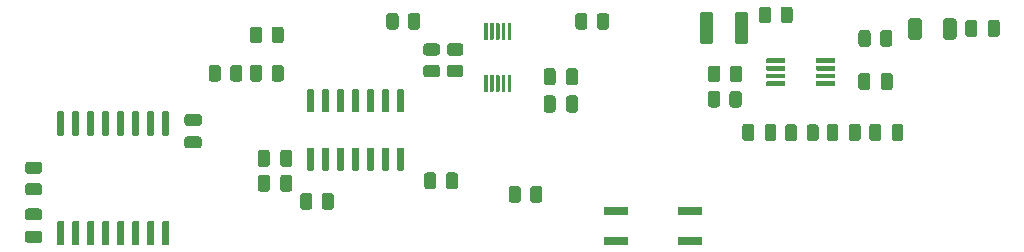
<source format=gbr>
G04 #@! TF.GenerationSoftware,KiCad,Pcbnew,(5.1.5)-3*
G04 #@! TF.CreationDate,2021-03-20T18:15:31+00:00*
G04 #@! TF.ProjectId,CurrentShuntCircuit,43757272-656e-4745-9368-756e74436972,1*
G04 #@! TF.SameCoordinates,Original*
G04 #@! TF.FileFunction,Paste,Bot*
G04 #@! TF.FilePolarity,Positive*
%FSLAX46Y46*%
G04 Gerber Fmt 4.6, Leading zero omitted, Abs format (unit mm)*
G04 Created by KiCad (PCBNEW (5.1.5)-3) date 2021-03-20 18:15:31*
%MOMM*%
%LPD*%
G04 APERTURE LIST*
%ADD10C,0.100000*%
%ADD11R,2.000000X0.640000*%
G04 APERTURE END LIST*
D10*
G36*
X169949505Y-119401204D02*
G01*
X169973773Y-119404804D01*
X169997572Y-119410765D01*
X170020671Y-119419030D01*
X170042850Y-119429520D01*
X170063893Y-119442132D01*
X170083599Y-119456747D01*
X170101777Y-119473223D01*
X170118253Y-119491401D01*
X170132868Y-119511107D01*
X170145480Y-119532150D01*
X170155970Y-119554329D01*
X170164235Y-119577428D01*
X170170196Y-119601227D01*
X170173796Y-119625495D01*
X170175000Y-119649999D01*
X170175000Y-120550001D01*
X170173796Y-120574505D01*
X170170196Y-120598773D01*
X170164235Y-120622572D01*
X170155970Y-120645671D01*
X170145480Y-120667850D01*
X170132868Y-120688893D01*
X170118253Y-120708599D01*
X170101777Y-120726777D01*
X170083599Y-120743253D01*
X170063893Y-120757868D01*
X170042850Y-120770480D01*
X170020671Y-120780970D01*
X169997572Y-120789235D01*
X169973773Y-120795196D01*
X169949505Y-120798796D01*
X169925001Y-120800000D01*
X169399999Y-120800000D01*
X169375495Y-120798796D01*
X169351227Y-120795196D01*
X169327428Y-120789235D01*
X169304329Y-120780970D01*
X169282150Y-120770480D01*
X169261107Y-120757868D01*
X169241401Y-120743253D01*
X169223223Y-120726777D01*
X169206747Y-120708599D01*
X169192132Y-120688893D01*
X169179520Y-120667850D01*
X169169030Y-120645671D01*
X169160765Y-120622572D01*
X169154804Y-120598773D01*
X169151204Y-120574505D01*
X169150000Y-120550001D01*
X169150000Y-119649999D01*
X169151204Y-119625495D01*
X169154804Y-119601227D01*
X169160765Y-119577428D01*
X169169030Y-119554329D01*
X169179520Y-119532150D01*
X169192132Y-119511107D01*
X169206747Y-119491401D01*
X169223223Y-119473223D01*
X169241401Y-119456747D01*
X169261107Y-119442132D01*
X169282150Y-119429520D01*
X169304329Y-119419030D01*
X169327428Y-119410765D01*
X169351227Y-119404804D01*
X169375495Y-119401204D01*
X169399999Y-119400000D01*
X169925001Y-119400000D01*
X169949505Y-119401204D01*
G37*
G36*
X168124505Y-119401204D02*
G01*
X168148773Y-119404804D01*
X168172572Y-119410765D01*
X168195671Y-119419030D01*
X168217850Y-119429520D01*
X168238893Y-119442132D01*
X168258599Y-119456747D01*
X168276777Y-119473223D01*
X168293253Y-119491401D01*
X168307868Y-119511107D01*
X168320480Y-119532150D01*
X168330970Y-119554329D01*
X168339235Y-119577428D01*
X168345196Y-119601227D01*
X168348796Y-119625495D01*
X168350000Y-119649999D01*
X168350000Y-120550001D01*
X168348796Y-120574505D01*
X168345196Y-120598773D01*
X168339235Y-120622572D01*
X168330970Y-120645671D01*
X168320480Y-120667850D01*
X168307868Y-120688893D01*
X168293253Y-120708599D01*
X168276777Y-120726777D01*
X168258599Y-120743253D01*
X168238893Y-120757868D01*
X168217850Y-120770480D01*
X168195671Y-120780970D01*
X168172572Y-120789235D01*
X168148773Y-120795196D01*
X168124505Y-120798796D01*
X168100001Y-120800000D01*
X167574999Y-120800000D01*
X167550495Y-120798796D01*
X167526227Y-120795196D01*
X167502428Y-120789235D01*
X167479329Y-120780970D01*
X167457150Y-120770480D01*
X167436107Y-120757868D01*
X167416401Y-120743253D01*
X167398223Y-120726777D01*
X167381747Y-120708599D01*
X167367132Y-120688893D01*
X167354520Y-120667850D01*
X167344030Y-120645671D01*
X167335765Y-120622572D01*
X167329804Y-120598773D01*
X167326204Y-120574505D01*
X167325000Y-120550001D01*
X167325000Y-119649999D01*
X167326204Y-119625495D01*
X167329804Y-119601227D01*
X167335765Y-119577428D01*
X167344030Y-119554329D01*
X167354520Y-119532150D01*
X167367132Y-119511107D01*
X167381747Y-119491401D01*
X167398223Y-119473223D01*
X167416401Y-119456747D01*
X167436107Y-119442132D01*
X167457150Y-119429520D01*
X167479329Y-119419030D01*
X167502428Y-119410765D01*
X167526227Y-119404804D01*
X167550495Y-119401204D01*
X167574999Y-119400000D01*
X168100001Y-119400000D01*
X168124505Y-119401204D01*
G37*
D11*
X200350000Y-123470000D03*
X200350000Y-120930000D03*
X194050000Y-120930000D03*
X194050000Y-123470000D03*
D10*
G36*
X212534802Y-109925482D02*
G01*
X212544509Y-109926921D01*
X212554028Y-109929306D01*
X212563268Y-109932612D01*
X212572140Y-109936808D01*
X212580557Y-109941853D01*
X212588439Y-109947699D01*
X212595711Y-109954289D01*
X212602301Y-109961561D01*
X212608147Y-109969443D01*
X212613192Y-109977860D01*
X212617388Y-109986732D01*
X212620694Y-109995972D01*
X212623079Y-110005491D01*
X212624518Y-110015198D01*
X212625000Y-110025000D01*
X212625000Y-110225000D01*
X212624518Y-110234802D01*
X212623079Y-110244509D01*
X212620694Y-110254028D01*
X212617388Y-110263268D01*
X212613192Y-110272140D01*
X212608147Y-110280557D01*
X212602301Y-110288439D01*
X212595711Y-110295711D01*
X212588439Y-110302301D01*
X212580557Y-110308147D01*
X212572140Y-110313192D01*
X212563268Y-110317388D01*
X212554028Y-110320694D01*
X212544509Y-110323079D01*
X212534802Y-110324518D01*
X212525000Y-110325000D01*
X211100000Y-110325000D01*
X211090198Y-110324518D01*
X211080491Y-110323079D01*
X211070972Y-110320694D01*
X211061732Y-110317388D01*
X211052860Y-110313192D01*
X211044443Y-110308147D01*
X211036561Y-110302301D01*
X211029289Y-110295711D01*
X211022699Y-110288439D01*
X211016853Y-110280557D01*
X211011808Y-110272140D01*
X211007612Y-110263268D01*
X211004306Y-110254028D01*
X211001921Y-110244509D01*
X211000482Y-110234802D01*
X211000000Y-110225000D01*
X211000000Y-110025000D01*
X211000482Y-110015198D01*
X211001921Y-110005491D01*
X211004306Y-109995972D01*
X211007612Y-109986732D01*
X211011808Y-109977860D01*
X211016853Y-109969443D01*
X211022699Y-109961561D01*
X211029289Y-109954289D01*
X211036561Y-109947699D01*
X211044443Y-109941853D01*
X211052860Y-109936808D01*
X211061732Y-109932612D01*
X211070972Y-109929306D01*
X211080491Y-109926921D01*
X211090198Y-109925482D01*
X211100000Y-109925000D01*
X212525000Y-109925000D01*
X212534802Y-109925482D01*
G37*
G36*
X212534802Y-109275482D02*
G01*
X212544509Y-109276921D01*
X212554028Y-109279306D01*
X212563268Y-109282612D01*
X212572140Y-109286808D01*
X212580557Y-109291853D01*
X212588439Y-109297699D01*
X212595711Y-109304289D01*
X212602301Y-109311561D01*
X212608147Y-109319443D01*
X212613192Y-109327860D01*
X212617388Y-109336732D01*
X212620694Y-109345972D01*
X212623079Y-109355491D01*
X212624518Y-109365198D01*
X212625000Y-109375000D01*
X212625000Y-109575000D01*
X212624518Y-109584802D01*
X212623079Y-109594509D01*
X212620694Y-109604028D01*
X212617388Y-109613268D01*
X212613192Y-109622140D01*
X212608147Y-109630557D01*
X212602301Y-109638439D01*
X212595711Y-109645711D01*
X212588439Y-109652301D01*
X212580557Y-109658147D01*
X212572140Y-109663192D01*
X212563268Y-109667388D01*
X212554028Y-109670694D01*
X212544509Y-109673079D01*
X212534802Y-109674518D01*
X212525000Y-109675000D01*
X211100000Y-109675000D01*
X211090198Y-109674518D01*
X211080491Y-109673079D01*
X211070972Y-109670694D01*
X211061732Y-109667388D01*
X211052860Y-109663192D01*
X211044443Y-109658147D01*
X211036561Y-109652301D01*
X211029289Y-109645711D01*
X211022699Y-109638439D01*
X211016853Y-109630557D01*
X211011808Y-109622140D01*
X211007612Y-109613268D01*
X211004306Y-109604028D01*
X211001921Y-109594509D01*
X211000482Y-109584802D01*
X211000000Y-109575000D01*
X211000000Y-109375000D01*
X211000482Y-109365198D01*
X211001921Y-109355491D01*
X211004306Y-109345972D01*
X211007612Y-109336732D01*
X211011808Y-109327860D01*
X211016853Y-109319443D01*
X211022699Y-109311561D01*
X211029289Y-109304289D01*
X211036561Y-109297699D01*
X211044443Y-109291853D01*
X211052860Y-109286808D01*
X211061732Y-109282612D01*
X211070972Y-109279306D01*
X211080491Y-109276921D01*
X211090198Y-109275482D01*
X211100000Y-109275000D01*
X212525000Y-109275000D01*
X212534802Y-109275482D01*
G37*
G36*
X212534802Y-108625482D02*
G01*
X212544509Y-108626921D01*
X212554028Y-108629306D01*
X212563268Y-108632612D01*
X212572140Y-108636808D01*
X212580557Y-108641853D01*
X212588439Y-108647699D01*
X212595711Y-108654289D01*
X212602301Y-108661561D01*
X212608147Y-108669443D01*
X212613192Y-108677860D01*
X212617388Y-108686732D01*
X212620694Y-108695972D01*
X212623079Y-108705491D01*
X212624518Y-108715198D01*
X212625000Y-108725000D01*
X212625000Y-108925000D01*
X212624518Y-108934802D01*
X212623079Y-108944509D01*
X212620694Y-108954028D01*
X212617388Y-108963268D01*
X212613192Y-108972140D01*
X212608147Y-108980557D01*
X212602301Y-108988439D01*
X212595711Y-108995711D01*
X212588439Y-109002301D01*
X212580557Y-109008147D01*
X212572140Y-109013192D01*
X212563268Y-109017388D01*
X212554028Y-109020694D01*
X212544509Y-109023079D01*
X212534802Y-109024518D01*
X212525000Y-109025000D01*
X211100000Y-109025000D01*
X211090198Y-109024518D01*
X211080491Y-109023079D01*
X211070972Y-109020694D01*
X211061732Y-109017388D01*
X211052860Y-109013192D01*
X211044443Y-109008147D01*
X211036561Y-109002301D01*
X211029289Y-108995711D01*
X211022699Y-108988439D01*
X211016853Y-108980557D01*
X211011808Y-108972140D01*
X211007612Y-108963268D01*
X211004306Y-108954028D01*
X211001921Y-108944509D01*
X211000482Y-108934802D01*
X211000000Y-108925000D01*
X211000000Y-108725000D01*
X211000482Y-108715198D01*
X211001921Y-108705491D01*
X211004306Y-108695972D01*
X211007612Y-108686732D01*
X211011808Y-108677860D01*
X211016853Y-108669443D01*
X211022699Y-108661561D01*
X211029289Y-108654289D01*
X211036561Y-108647699D01*
X211044443Y-108641853D01*
X211052860Y-108636808D01*
X211061732Y-108632612D01*
X211070972Y-108629306D01*
X211080491Y-108626921D01*
X211090198Y-108625482D01*
X211100000Y-108625000D01*
X212525000Y-108625000D01*
X212534802Y-108625482D01*
G37*
G36*
X212534802Y-107975482D02*
G01*
X212544509Y-107976921D01*
X212554028Y-107979306D01*
X212563268Y-107982612D01*
X212572140Y-107986808D01*
X212580557Y-107991853D01*
X212588439Y-107997699D01*
X212595711Y-108004289D01*
X212602301Y-108011561D01*
X212608147Y-108019443D01*
X212613192Y-108027860D01*
X212617388Y-108036732D01*
X212620694Y-108045972D01*
X212623079Y-108055491D01*
X212624518Y-108065198D01*
X212625000Y-108075000D01*
X212625000Y-108275000D01*
X212624518Y-108284802D01*
X212623079Y-108294509D01*
X212620694Y-108304028D01*
X212617388Y-108313268D01*
X212613192Y-108322140D01*
X212608147Y-108330557D01*
X212602301Y-108338439D01*
X212595711Y-108345711D01*
X212588439Y-108352301D01*
X212580557Y-108358147D01*
X212572140Y-108363192D01*
X212563268Y-108367388D01*
X212554028Y-108370694D01*
X212544509Y-108373079D01*
X212534802Y-108374518D01*
X212525000Y-108375000D01*
X211100000Y-108375000D01*
X211090198Y-108374518D01*
X211080491Y-108373079D01*
X211070972Y-108370694D01*
X211061732Y-108367388D01*
X211052860Y-108363192D01*
X211044443Y-108358147D01*
X211036561Y-108352301D01*
X211029289Y-108345711D01*
X211022699Y-108338439D01*
X211016853Y-108330557D01*
X211011808Y-108322140D01*
X211007612Y-108313268D01*
X211004306Y-108304028D01*
X211001921Y-108294509D01*
X211000482Y-108284802D01*
X211000000Y-108275000D01*
X211000000Y-108075000D01*
X211000482Y-108065198D01*
X211001921Y-108055491D01*
X211004306Y-108045972D01*
X211007612Y-108036732D01*
X211011808Y-108027860D01*
X211016853Y-108019443D01*
X211022699Y-108011561D01*
X211029289Y-108004289D01*
X211036561Y-107997699D01*
X211044443Y-107991853D01*
X211052860Y-107986808D01*
X211061732Y-107982612D01*
X211070972Y-107979306D01*
X211080491Y-107976921D01*
X211090198Y-107975482D01*
X211100000Y-107975000D01*
X212525000Y-107975000D01*
X212534802Y-107975482D01*
G37*
G36*
X208309802Y-107975482D02*
G01*
X208319509Y-107976921D01*
X208329028Y-107979306D01*
X208338268Y-107982612D01*
X208347140Y-107986808D01*
X208355557Y-107991853D01*
X208363439Y-107997699D01*
X208370711Y-108004289D01*
X208377301Y-108011561D01*
X208383147Y-108019443D01*
X208388192Y-108027860D01*
X208392388Y-108036732D01*
X208395694Y-108045972D01*
X208398079Y-108055491D01*
X208399518Y-108065198D01*
X208400000Y-108075000D01*
X208400000Y-108275000D01*
X208399518Y-108284802D01*
X208398079Y-108294509D01*
X208395694Y-108304028D01*
X208392388Y-108313268D01*
X208388192Y-108322140D01*
X208383147Y-108330557D01*
X208377301Y-108338439D01*
X208370711Y-108345711D01*
X208363439Y-108352301D01*
X208355557Y-108358147D01*
X208347140Y-108363192D01*
X208338268Y-108367388D01*
X208329028Y-108370694D01*
X208319509Y-108373079D01*
X208309802Y-108374518D01*
X208300000Y-108375000D01*
X206875000Y-108375000D01*
X206865198Y-108374518D01*
X206855491Y-108373079D01*
X206845972Y-108370694D01*
X206836732Y-108367388D01*
X206827860Y-108363192D01*
X206819443Y-108358147D01*
X206811561Y-108352301D01*
X206804289Y-108345711D01*
X206797699Y-108338439D01*
X206791853Y-108330557D01*
X206786808Y-108322140D01*
X206782612Y-108313268D01*
X206779306Y-108304028D01*
X206776921Y-108294509D01*
X206775482Y-108284802D01*
X206775000Y-108275000D01*
X206775000Y-108075000D01*
X206775482Y-108065198D01*
X206776921Y-108055491D01*
X206779306Y-108045972D01*
X206782612Y-108036732D01*
X206786808Y-108027860D01*
X206791853Y-108019443D01*
X206797699Y-108011561D01*
X206804289Y-108004289D01*
X206811561Y-107997699D01*
X206819443Y-107991853D01*
X206827860Y-107986808D01*
X206836732Y-107982612D01*
X206845972Y-107979306D01*
X206855491Y-107976921D01*
X206865198Y-107975482D01*
X206875000Y-107975000D01*
X208300000Y-107975000D01*
X208309802Y-107975482D01*
G37*
G36*
X208309802Y-108625482D02*
G01*
X208319509Y-108626921D01*
X208329028Y-108629306D01*
X208338268Y-108632612D01*
X208347140Y-108636808D01*
X208355557Y-108641853D01*
X208363439Y-108647699D01*
X208370711Y-108654289D01*
X208377301Y-108661561D01*
X208383147Y-108669443D01*
X208388192Y-108677860D01*
X208392388Y-108686732D01*
X208395694Y-108695972D01*
X208398079Y-108705491D01*
X208399518Y-108715198D01*
X208400000Y-108725000D01*
X208400000Y-108925000D01*
X208399518Y-108934802D01*
X208398079Y-108944509D01*
X208395694Y-108954028D01*
X208392388Y-108963268D01*
X208388192Y-108972140D01*
X208383147Y-108980557D01*
X208377301Y-108988439D01*
X208370711Y-108995711D01*
X208363439Y-109002301D01*
X208355557Y-109008147D01*
X208347140Y-109013192D01*
X208338268Y-109017388D01*
X208329028Y-109020694D01*
X208319509Y-109023079D01*
X208309802Y-109024518D01*
X208300000Y-109025000D01*
X206875000Y-109025000D01*
X206865198Y-109024518D01*
X206855491Y-109023079D01*
X206845972Y-109020694D01*
X206836732Y-109017388D01*
X206827860Y-109013192D01*
X206819443Y-109008147D01*
X206811561Y-109002301D01*
X206804289Y-108995711D01*
X206797699Y-108988439D01*
X206791853Y-108980557D01*
X206786808Y-108972140D01*
X206782612Y-108963268D01*
X206779306Y-108954028D01*
X206776921Y-108944509D01*
X206775482Y-108934802D01*
X206775000Y-108925000D01*
X206775000Y-108725000D01*
X206775482Y-108715198D01*
X206776921Y-108705491D01*
X206779306Y-108695972D01*
X206782612Y-108686732D01*
X206786808Y-108677860D01*
X206791853Y-108669443D01*
X206797699Y-108661561D01*
X206804289Y-108654289D01*
X206811561Y-108647699D01*
X206819443Y-108641853D01*
X206827860Y-108636808D01*
X206836732Y-108632612D01*
X206845972Y-108629306D01*
X206855491Y-108626921D01*
X206865198Y-108625482D01*
X206875000Y-108625000D01*
X208300000Y-108625000D01*
X208309802Y-108625482D01*
G37*
G36*
X208309802Y-109275482D02*
G01*
X208319509Y-109276921D01*
X208329028Y-109279306D01*
X208338268Y-109282612D01*
X208347140Y-109286808D01*
X208355557Y-109291853D01*
X208363439Y-109297699D01*
X208370711Y-109304289D01*
X208377301Y-109311561D01*
X208383147Y-109319443D01*
X208388192Y-109327860D01*
X208392388Y-109336732D01*
X208395694Y-109345972D01*
X208398079Y-109355491D01*
X208399518Y-109365198D01*
X208400000Y-109375000D01*
X208400000Y-109575000D01*
X208399518Y-109584802D01*
X208398079Y-109594509D01*
X208395694Y-109604028D01*
X208392388Y-109613268D01*
X208388192Y-109622140D01*
X208383147Y-109630557D01*
X208377301Y-109638439D01*
X208370711Y-109645711D01*
X208363439Y-109652301D01*
X208355557Y-109658147D01*
X208347140Y-109663192D01*
X208338268Y-109667388D01*
X208329028Y-109670694D01*
X208319509Y-109673079D01*
X208309802Y-109674518D01*
X208300000Y-109675000D01*
X206875000Y-109675000D01*
X206865198Y-109674518D01*
X206855491Y-109673079D01*
X206845972Y-109670694D01*
X206836732Y-109667388D01*
X206827860Y-109663192D01*
X206819443Y-109658147D01*
X206811561Y-109652301D01*
X206804289Y-109645711D01*
X206797699Y-109638439D01*
X206791853Y-109630557D01*
X206786808Y-109622140D01*
X206782612Y-109613268D01*
X206779306Y-109604028D01*
X206776921Y-109594509D01*
X206775482Y-109584802D01*
X206775000Y-109575000D01*
X206775000Y-109375000D01*
X206775482Y-109365198D01*
X206776921Y-109355491D01*
X206779306Y-109345972D01*
X206782612Y-109336732D01*
X206786808Y-109327860D01*
X206791853Y-109319443D01*
X206797699Y-109311561D01*
X206804289Y-109304289D01*
X206811561Y-109297699D01*
X206819443Y-109291853D01*
X206827860Y-109286808D01*
X206836732Y-109282612D01*
X206845972Y-109279306D01*
X206855491Y-109276921D01*
X206865198Y-109275482D01*
X206875000Y-109275000D01*
X208300000Y-109275000D01*
X208309802Y-109275482D01*
G37*
G36*
X208309802Y-109925482D02*
G01*
X208319509Y-109926921D01*
X208329028Y-109929306D01*
X208338268Y-109932612D01*
X208347140Y-109936808D01*
X208355557Y-109941853D01*
X208363439Y-109947699D01*
X208370711Y-109954289D01*
X208377301Y-109961561D01*
X208383147Y-109969443D01*
X208388192Y-109977860D01*
X208392388Y-109986732D01*
X208395694Y-109995972D01*
X208398079Y-110005491D01*
X208399518Y-110015198D01*
X208400000Y-110025000D01*
X208400000Y-110225000D01*
X208399518Y-110234802D01*
X208398079Y-110244509D01*
X208395694Y-110254028D01*
X208392388Y-110263268D01*
X208388192Y-110272140D01*
X208383147Y-110280557D01*
X208377301Y-110288439D01*
X208370711Y-110295711D01*
X208363439Y-110302301D01*
X208355557Y-110308147D01*
X208347140Y-110313192D01*
X208338268Y-110317388D01*
X208329028Y-110320694D01*
X208319509Y-110323079D01*
X208309802Y-110324518D01*
X208300000Y-110325000D01*
X206875000Y-110325000D01*
X206865198Y-110324518D01*
X206855491Y-110323079D01*
X206845972Y-110320694D01*
X206836732Y-110317388D01*
X206827860Y-110313192D01*
X206819443Y-110308147D01*
X206811561Y-110302301D01*
X206804289Y-110295711D01*
X206797699Y-110288439D01*
X206791853Y-110280557D01*
X206786808Y-110272140D01*
X206782612Y-110263268D01*
X206779306Y-110254028D01*
X206776921Y-110244509D01*
X206775482Y-110234802D01*
X206775000Y-110225000D01*
X206775000Y-110025000D01*
X206775482Y-110015198D01*
X206776921Y-110005491D01*
X206779306Y-109995972D01*
X206782612Y-109986732D01*
X206786808Y-109977860D01*
X206791853Y-109969443D01*
X206797699Y-109961561D01*
X206804289Y-109954289D01*
X206811561Y-109947699D01*
X206819443Y-109941853D01*
X206827860Y-109936808D01*
X206836732Y-109932612D01*
X206845972Y-109929306D01*
X206855491Y-109926921D01*
X206865198Y-109925482D01*
X206875000Y-109925000D01*
X208300000Y-109925000D01*
X208309802Y-109925482D01*
G37*
G36*
X156109703Y-112475722D02*
G01*
X156124264Y-112477882D01*
X156138543Y-112481459D01*
X156152403Y-112486418D01*
X156165710Y-112492712D01*
X156178336Y-112500280D01*
X156190159Y-112509048D01*
X156201066Y-112518934D01*
X156210952Y-112529841D01*
X156219720Y-112541664D01*
X156227288Y-112554290D01*
X156233582Y-112567597D01*
X156238541Y-112581457D01*
X156242118Y-112595736D01*
X156244278Y-112610297D01*
X156245000Y-112625000D01*
X156245000Y-114375000D01*
X156244278Y-114389703D01*
X156242118Y-114404264D01*
X156238541Y-114418543D01*
X156233582Y-114432403D01*
X156227288Y-114445710D01*
X156219720Y-114458336D01*
X156210952Y-114470159D01*
X156201066Y-114481066D01*
X156190159Y-114490952D01*
X156178336Y-114499720D01*
X156165710Y-114507288D01*
X156152403Y-114513582D01*
X156138543Y-114518541D01*
X156124264Y-114522118D01*
X156109703Y-114524278D01*
X156095000Y-114525000D01*
X155795000Y-114525000D01*
X155780297Y-114524278D01*
X155765736Y-114522118D01*
X155751457Y-114518541D01*
X155737597Y-114513582D01*
X155724290Y-114507288D01*
X155711664Y-114499720D01*
X155699841Y-114490952D01*
X155688934Y-114481066D01*
X155679048Y-114470159D01*
X155670280Y-114458336D01*
X155662712Y-114445710D01*
X155656418Y-114432403D01*
X155651459Y-114418543D01*
X155647882Y-114404264D01*
X155645722Y-114389703D01*
X155645000Y-114375000D01*
X155645000Y-112625000D01*
X155645722Y-112610297D01*
X155647882Y-112595736D01*
X155651459Y-112581457D01*
X155656418Y-112567597D01*
X155662712Y-112554290D01*
X155670280Y-112541664D01*
X155679048Y-112529841D01*
X155688934Y-112518934D01*
X155699841Y-112509048D01*
X155711664Y-112500280D01*
X155724290Y-112492712D01*
X155737597Y-112486418D01*
X155751457Y-112481459D01*
X155765736Y-112477882D01*
X155780297Y-112475722D01*
X155795000Y-112475000D01*
X156095000Y-112475000D01*
X156109703Y-112475722D01*
G37*
G36*
X154839703Y-112475722D02*
G01*
X154854264Y-112477882D01*
X154868543Y-112481459D01*
X154882403Y-112486418D01*
X154895710Y-112492712D01*
X154908336Y-112500280D01*
X154920159Y-112509048D01*
X154931066Y-112518934D01*
X154940952Y-112529841D01*
X154949720Y-112541664D01*
X154957288Y-112554290D01*
X154963582Y-112567597D01*
X154968541Y-112581457D01*
X154972118Y-112595736D01*
X154974278Y-112610297D01*
X154975000Y-112625000D01*
X154975000Y-114375000D01*
X154974278Y-114389703D01*
X154972118Y-114404264D01*
X154968541Y-114418543D01*
X154963582Y-114432403D01*
X154957288Y-114445710D01*
X154949720Y-114458336D01*
X154940952Y-114470159D01*
X154931066Y-114481066D01*
X154920159Y-114490952D01*
X154908336Y-114499720D01*
X154895710Y-114507288D01*
X154882403Y-114513582D01*
X154868543Y-114518541D01*
X154854264Y-114522118D01*
X154839703Y-114524278D01*
X154825000Y-114525000D01*
X154525000Y-114525000D01*
X154510297Y-114524278D01*
X154495736Y-114522118D01*
X154481457Y-114518541D01*
X154467597Y-114513582D01*
X154454290Y-114507288D01*
X154441664Y-114499720D01*
X154429841Y-114490952D01*
X154418934Y-114481066D01*
X154409048Y-114470159D01*
X154400280Y-114458336D01*
X154392712Y-114445710D01*
X154386418Y-114432403D01*
X154381459Y-114418543D01*
X154377882Y-114404264D01*
X154375722Y-114389703D01*
X154375000Y-114375000D01*
X154375000Y-112625000D01*
X154375722Y-112610297D01*
X154377882Y-112595736D01*
X154381459Y-112581457D01*
X154386418Y-112567597D01*
X154392712Y-112554290D01*
X154400280Y-112541664D01*
X154409048Y-112529841D01*
X154418934Y-112518934D01*
X154429841Y-112509048D01*
X154441664Y-112500280D01*
X154454290Y-112492712D01*
X154467597Y-112486418D01*
X154481457Y-112481459D01*
X154495736Y-112477882D01*
X154510297Y-112475722D01*
X154525000Y-112475000D01*
X154825000Y-112475000D01*
X154839703Y-112475722D01*
G37*
G36*
X153569703Y-112475722D02*
G01*
X153584264Y-112477882D01*
X153598543Y-112481459D01*
X153612403Y-112486418D01*
X153625710Y-112492712D01*
X153638336Y-112500280D01*
X153650159Y-112509048D01*
X153661066Y-112518934D01*
X153670952Y-112529841D01*
X153679720Y-112541664D01*
X153687288Y-112554290D01*
X153693582Y-112567597D01*
X153698541Y-112581457D01*
X153702118Y-112595736D01*
X153704278Y-112610297D01*
X153705000Y-112625000D01*
X153705000Y-114375000D01*
X153704278Y-114389703D01*
X153702118Y-114404264D01*
X153698541Y-114418543D01*
X153693582Y-114432403D01*
X153687288Y-114445710D01*
X153679720Y-114458336D01*
X153670952Y-114470159D01*
X153661066Y-114481066D01*
X153650159Y-114490952D01*
X153638336Y-114499720D01*
X153625710Y-114507288D01*
X153612403Y-114513582D01*
X153598543Y-114518541D01*
X153584264Y-114522118D01*
X153569703Y-114524278D01*
X153555000Y-114525000D01*
X153255000Y-114525000D01*
X153240297Y-114524278D01*
X153225736Y-114522118D01*
X153211457Y-114518541D01*
X153197597Y-114513582D01*
X153184290Y-114507288D01*
X153171664Y-114499720D01*
X153159841Y-114490952D01*
X153148934Y-114481066D01*
X153139048Y-114470159D01*
X153130280Y-114458336D01*
X153122712Y-114445710D01*
X153116418Y-114432403D01*
X153111459Y-114418543D01*
X153107882Y-114404264D01*
X153105722Y-114389703D01*
X153105000Y-114375000D01*
X153105000Y-112625000D01*
X153105722Y-112610297D01*
X153107882Y-112595736D01*
X153111459Y-112581457D01*
X153116418Y-112567597D01*
X153122712Y-112554290D01*
X153130280Y-112541664D01*
X153139048Y-112529841D01*
X153148934Y-112518934D01*
X153159841Y-112509048D01*
X153171664Y-112500280D01*
X153184290Y-112492712D01*
X153197597Y-112486418D01*
X153211457Y-112481459D01*
X153225736Y-112477882D01*
X153240297Y-112475722D01*
X153255000Y-112475000D01*
X153555000Y-112475000D01*
X153569703Y-112475722D01*
G37*
G36*
X152299703Y-112475722D02*
G01*
X152314264Y-112477882D01*
X152328543Y-112481459D01*
X152342403Y-112486418D01*
X152355710Y-112492712D01*
X152368336Y-112500280D01*
X152380159Y-112509048D01*
X152391066Y-112518934D01*
X152400952Y-112529841D01*
X152409720Y-112541664D01*
X152417288Y-112554290D01*
X152423582Y-112567597D01*
X152428541Y-112581457D01*
X152432118Y-112595736D01*
X152434278Y-112610297D01*
X152435000Y-112625000D01*
X152435000Y-114375000D01*
X152434278Y-114389703D01*
X152432118Y-114404264D01*
X152428541Y-114418543D01*
X152423582Y-114432403D01*
X152417288Y-114445710D01*
X152409720Y-114458336D01*
X152400952Y-114470159D01*
X152391066Y-114481066D01*
X152380159Y-114490952D01*
X152368336Y-114499720D01*
X152355710Y-114507288D01*
X152342403Y-114513582D01*
X152328543Y-114518541D01*
X152314264Y-114522118D01*
X152299703Y-114524278D01*
X152285000Y-114525000D01*
X151985000Y-114525000D01*
X151970297Y-114524278D01*
X151955736Y-114522118D01*
X151941457Y-114518541D01*
X151927597Y-114513582D01*
X151914290Y-114507288D01*
X151901664Y-114499720D01*
X151889841Y-114490952D01*
X151878934Y-114481066D01*
X151869048Y-114470159D01*
X151860280Y-114458336D01*
X151852712Y-114445710D01*
X151846418Y-114432403D01*
X151841459Y-114418543D01*
X151837882Y-114404264D01*
X151835722Y-114389703D01*
X151835000Y-114375000D01*
X151835000Y-112625000D01*
X151835722Y-112610297D01*
X151837882Y-112595736D01*
X151841459Y-112581457D01*
X151846418Y-112567597D01*
X151852712Y-112554290D01*
X151860280Y-112541664D01*
X151869048Y-112529841D01*
X151878934Y-112518934D01*
X151889841Y-112509048D01*
X151901664Y-112500280D01*
X151914290Y-112492712D01*
X151927597Y-112486418D01*
X151941457Y-112481459D01*
X151955736Y-112477882D01*
X151970297Y-112475722D01*
X151985000Y-112475000D01*
X152285000Y-112475000D01*
X152299703Y-112475722D01*
G37*
G36*
X151029703Y-112475722D02*
G01*
X151044264Y-112477882D01*
X151058543Y-112481459D01*
X151072403Y-112486418D01*
X151085710Y-112492712D01*
X151098336Y-112500280D01*
X151110159Y-112509048D01*
X151121066Y-112518934D01*
X151130952Y-112529841D01*
X151139720Y-112541664D01*
X151147288Y-112554290D01*
X151153582Y-112567597D01*
X151158541Y-112581457D01*
X151162118Y-112595736D01*
X151164278Y-112610297D01*
X151165000Y-112625000D01*
X151165000Y-114375000D01*
X151164278Y-114389703D01*
X151162118Y-114404264D01*
X151158541Y-114418543D01*
X151153582Y-114432403D01*
X151147288Y-114445710D01*
X151139720Y-114458336D01*
X151130952Y-114470159D01*
X151121066Y-114481066D01*
X151110159Y-114490952D01*
X151098336Y-114499720D01*
X151085710Y-114507288D01*
X151072403Y-114513582D01*
X151058543Y-114518541D01*
X151044264Y-114522118D01*
X151029703Y-114524278D01*
X151015000Y-114525000D01*
X150715000Y-114525000D01*
X150700297Y-114524278D01*
X150685736Y-114522118D01*
X150671457Y-114518541D01*
X150657597Y-114513582D01*
X150644290Y-114507288D01*
X150631664Y-114499720D01*
X150619841Y-114490952D01*
X150608934Y-114481066D01*
X150599048Y-114470159D01*
X150590280Y-114458336D01*
X150582712Y-114445710D01*
X150576418Y-114432403D01*
X150571459Y-114418543D01*
X150567882Y-114404264D01*
X150565722Y-114389703D01*
X150565000Y-114375000D01*
X150565000Y-112625000D01*
X150565722Y-112610297D01*
X150567882Y-112595736D01*
X150571459Y-112581457D01*
X150576418Y-112567597D01*
X150582712Y-112554290D01*
X150590280Y-112541664D01*
X150599048Y-112529841D01*
X150608934Y-112518934D01*
X150619841Y-112509048D01*
X150631664Y-112500280D01*
X150644290Y-112492712D01*
X150657597Y-112486418D01*
X150671457Y-112481459D01*
X150685736Y-112477882D01*
X150700297Y-112475722D01*
X150715000Y-112475000D01*
X151015000Y-112475000D01*
X151029703Y-112475722D01*
G37*
G36*
X149759703Y-112475722D02*
G01*
X149774264Y-112477882D01*
X149788543Y-112481459D01*
X149802403Y-112486418D01*
X149815710Y-112492712D01*
X149828336Y-112500280D01*
X149840159Y-112509048D01*
X149851066Y-112518934D01*
X149860952Y-112529841D01*
X149869720Y-112541664D01*
X149877288Y-112554290D01*
X149883582Y-112567597D01*
X149888541Y-112581457D01*
X149892118Y-112595736D01*
X149894278Y-112610297D01*
X149895000Y-112625000D01*
X149895000Y-114375000D01*
X149894278Y-114389703D01*
X149892118Y-114404264D01*
X149888541Y-114418543D01*
X149883582Y-114432403D01*
X149877288Y-114445710D01*
X149869720Y-114458336D01*
X149860952Y-114470159D01*
X149851066Y-114481066D01*
X149840159Y-114490952D01*
X149828336Y-114499720D01*
X149815710Y-114507288D01*
X149802403Y-114513582D01*
X149788543Y-114518541D01*
X149774264Y-114522118D01*
X149759703Y-114524278D01*
X149745000Y-114525000D01*
X149445000Y-114525000D01*
X149430297Y-114524278D01*
X149415736Y-114522118D01*
X149401457Y-114518541D01*
X149387597Y-114513582D01*
X149374290Y-114507288D01*
X149361664Y-114499720D01*
X149349841Y-114490952D01*
X149338934Y-114481066D01*
X149329048Y-114470159D01*
X149320280Y-114458336D01*
X149312712Y-114445710D01*
X149306418Y-114432403D01*
X149301459Y-114418543D01*
X149297882Y-114404264D01*
X149295722Y-114389703D01*
X149295000Y-114375000D01*
X149295000Y-112625000D01*
X149295722Y-112610297D01*
X149297882Y-112595736D01*
X149301459Y-112581457D01*
X149306418Y-112567597D01*
X149312712Y-112554290D01*
X149320280Y-112541664D01*
X149329048Y-112529841D01*
X149338934Y-112518934D01*
X149349841Y-112509048D01*
X149361664Y-112500280D01*
X149374290Y-112492712D01*
X149387597Y-112486418D01*
X149401457Y-112481459D01*
X149415736Y-112477882D01*
X149430297Y-112475722D01*
X149445000Y-112475000D01*
X149745000Y-112475000D01*
X149759703Y-112475722D01*
G37*
G36*
X148489703Y-112475722D02*
G01*
X148504264Y-112477882D01*
X148518543Y-112481459D01*
X148532403Y-112486418D01*
X148545710Y-112492712D01*
X148558336Y-112500280D01*
X148570159Y-112509048D01*
X148581066Y-112518934D01*
X148590952Y-112529841D01*
X148599720Y-112541664D01*
X148607288Y-112554290D01*
X148613582Y-112567597D01*
X148618541Y-112581457D01*
X148622118Y-112595736D01*
X148624278Y-112610297D01*
X148625000Y-112625000D01*
X148625000Y-114375000D01*
X148624278Y-114389703D01*
X148622118Y-114404264D01*
X148618541Y-114418543D01*
X148613582Y-114432403D01*
X148607288Y-114445710D01*
X148599720Y-114458336D01*
X148590952Y-114470159D01*
X148581066Y-114481066D01*
X148570159Y-114490952D01*
X148558336Y-114499720D01*
X148545710Y-114507288D01*
X148532403Y-114513582D01*
X148518543Y-114518541D01*
X148504264Y-114522118D01*
X148489703Y-114524278D01*
X148475000Y-114525000D01*
X148175000Y-114525000D01*
X148160297Y-114524278D01*
X148145736Y-114522118D01*
X148131457Y-114518541D01*
X148117597Y-114513582D01*
X148104290Y-114507288D01*
X148091664Y-114499720D01*
X148079841Y-114490952D01*
X148068934Y-114481066D01*
X148059048Y-114470159D01*
X148050280Y-114458336D01*
X148042712Y-114445710D01*
X148036418Y-114432403D01*
X148031459Y-114418543D01*
X148027882Y-114404264D01*
X148025722Y-114389703D01*
X148025000Y-114375000D01*
X148025000Y-112625000D01*
X148025722Y-112610297D01*
X148027882Y-112595736D01*
X148031459Y-112581457D01*
X148036418Y-112567597D01*
X148042712Y-112554290D01*
X148050280Y-112541664D01*
X148059048Y-112529841D01*
X148068934Y-112518934D01*
X148079841Y-112509048D01*
X148091664Y-112500280D01*
X148104290Y-112492712D01*
X148117597Y-112486418D01*
X148131457Y-112481459D01*
X148145736Y-112477882D01*
X148160297Y-112475722D01*
X148175000Y-112475000D01*
X148475000Y-112475000D01*
X148489703Y-112475722D01*
G37*
G36*
X147219703Y-112475722D02*
G01*
X147234264Y-112477882D01*
X147248543Y-112481459D01*
X147262403Y-112486418D01*
X147275710Y-112492712D01*
X147288336Y-112500280D01*
X147300159Y-112509048D01*
X147311066Y-112518934D01*
X147320952Y-112529841D01*
X147329720Y-112541664D01*
X147337288Y-112554290D01*
X147343582Y-112567597D01*
X147348541Y-112581457D01*
X147352118Y-112595736D01*
X147354278Y-112610297D01*
X147355000Y-112625000D01*
X147355000Y-114375000D01*
X147354278Y-114389703D01*
X147352118Y-114404264D01*
X147348541Y-114418543D01*
X147343582Y-114432403D01*
X147337288Y-114445710D01*
X147329720Y-114458336D01*
X147320952Y-114470159D01*
X147311066Y-114481066D01*
X147300159Y-114490952D01*
X147288336Y-114499720D01*
X147275710Y-114507288D01*
X147262403Y-114513582D01*
X147248543Y-114518541D01*
X147234264Y-114522118D01*
X147219703Y-114524278D01*
X147205000Y-114525000D01*
X146905000Y-114525000D01*
X146890297Y-114524278D01*
X146875736Y-114522118D01*
X146861457Y-114518541D01*
X146847597Y-114513582D01*
X146834290Y-114507288D01*
X146821664Y-114499720D01*
X146809841Y-114490952D01*
X146798934Y-114481066D01*
X146789048Y-114470159D01*
X146780280Y-114458336D01*
X146772712Y-114445710D01*
X146766418Y-114432403D01*
X146761459Y-114418543D01*
X146757882Y-114404264D01*
X146755722Y-114389703D01*
X146755000Y-114375000D01*
X146755000Y-112625000D01*
X146755722Y-112610297D01*
X146757882Y-112595736D01*
X146761459Y-112581457D01*
X146766418Y-112567597D01*
X146772712Y-112554290D01*
X146780280Y-112541664D01*
X146789048Y-112529841D01*
X146798934Y-112518934D01*
X146809841Y-112509048D01*
X146821664Y-112500280D01*
X146834290Y-112492712D01*
X146847597Y-112486418D01*
X146861457Y-112481459D01*
X146875736Y-112477882D01*
X146890297Y-112475722D01*
X146905000Y-112475000D01*
X147205000Y-112475000D01*
X147219703Y-112475722D01*
G37*
G36*
X147219703Y-121775722D02*
G01*
X147234264Y-121777882D01*
X147248543Y-121781459D01*
X147262403Y-121786418D01*
X147275710Y-121792712D01*
X147288336Y-121800280D01*
X147300159Y-121809048D01*
X147311066Y-121818934D01*
X147320952Y-121829841D01*
X147329720Y-121841664D01*
X147337288Y-121854290D01*
X147343582Y-121867597D01*
X147348541Y-121881457D01*
X147352118Y-121895736D01*
X147354278Y-121910297D01*
X147355000Y-121925000D01*
X147355000Y-123675000D01*
X147354278Y-123689703D01*
X147352118Y-123704264D01*
X147348541Y-123718543D01*
X147343582Y-123732403D01*
X147337288Y-123745710D01*
X147329720Y-123758336D01*
X147320952Y-123770159D01*
X147311066Y-123781066D01*
X147300159Y-123790952D01*
X147288336Y-123799720D01*
X147275710Y-123807288D01*
X147262403Y-123813582D01*
X147248543Y-123818541D01*
X147234264Y-123822118D01*
X147219703Y-123824278D01*
X147205000Y-123825000D01*
X146905000Y-123825000D01*
X146890297Y-123824278D01*
X146875736Y-123822118D01*
X146861457Y-123818541D01*
X146847597Y-123813582D01*
X146834290Y-123807288D01*
X146821664Y-123799720D01*
X146809841Y-123790952D01*
X146798934Y-123781066D01*
X146789048Y-123770159D01*
X146780280Y-123758336D01*
X146772712Y-123745710D01*
X146766418Y-123732403D01*
X146761459Y-123718543D01*
X146757882Y-123704264D01*
X146755722Y-123689703D01*
X146755000Y-123675000D01*
X146755000Y-121925000D01*
X146755722Y-121910297D01*
X146757882Y-121895736D01*
X146761459Y-121881457D01*
X146766418Y-121867597D01*
X146772712Y-121854290D01*
X146780280Y-121841664D01*
X146789048Y-121829841D01*
X146798934Y-121818934D01*
X146809841Y-121809048D01*
X146821664Y-121800280D01*
X146834290Y-121792712D01*
X146847597Y-121786418D01*
X146861457Y-121781459D01*
X146875736Y-121777882D01*
X146890297Y-121775722D01*
X146905000Y-121775000D01*
X147205000Y-121775000D01*
X147219703Y-121775722D01*
G37*
G36*
X148489703Y-121775722D02*
G01*
X148504264Y-121777882D01*
X148518543Y-121781459D01*
X148532403Y-121786418D01*
X148545710Y-121792712D01*
X148558336Y-121800280D01*
X148570159Y-121809048D01*
X148581066Y-121818934D01*
X148590952Y-121829841D01*
X148599720Y-121841664D01*
X148607288Y-121854290D01*
X148613582Y-121867597D01*
X148618541Y-121881457D01*
X148622118Y-121895736D01*
X148624278Y-121910297D01*
X148625000Y-121925000D01*
X148625000Y-123675000D01*
X148624278Y-123689703D01*
X148622118Y-123704264D01*
X148618541Y-123718543D01*
X148613582Y-123732403D01*
X148607288Y-123745710D01*
X148599720Y-123758336D01*
X148590952Y-123770159D01*
X148581066Y-123781066D01*
X148570159Y-123790952D01*
X148558336Y-123799720D01*
X148545710Y-123807288D01*
X148532403Y-123813582D01*
X148518543Y-123818541D01*
X148504264Y-123822118D01*
X148489703Y-123824278D01*
X148475000Y-123825000D01*
X148175000Y-123825000D01*
X148160297Y-123824278D01*
X148145736Y-123822118D01*
X148131457Y-123818541D01*
X148117597Y-123813582D01*
X148104290Y-123807288D01*
X148091664Y-123799720D01*
X148079841Y-123790952D01*
X148068934Y-123781066D01*
X148059048Y-123770159D01*
X148050280Y-123758336D01*
X148042712Y-123745710D01*
X148036418Y-123732403D01*
X148031459Y-123718543D01*
X148027882Y-123704264D01*
X148025722Y-123689703D01*
X148025000Y-123675000D01*
X148025000Y-121925000D01*
X148025722Y-121910297D01*
X148027882Y-121895736D01*
X148031459Y-121881457D01*
X148036418Y-121867597D01*
X148042712Y-121854290D01*
X148050280Y-121841664D01*
X148059048Y-121829841D01*
X148068934Y-121818934D01*
X148079841Y-121809048D01*
X148091664Y-121800280D01*
X148104290Y-121792712D01*
X148117597Y-121786418D01*
X148131457Y-121781459D01*
X148145736Y-121777882D01*
X148160297Y-121775722D01*
X148175000Y-121775000D01*
X148475000Y-121775000D01*
X148489703Y-121775722D01*
G37*
G36*
X149759703Y-121775722D02*
G01*
X149774264Y-121777882D01*
X149788543Y-121781459D01*
X149802403Y-121786418D01*
X149815710Y-121792712D01*
X149828336Y-121800280D01*
X149840159Y-121809048D01*
X149851066Y-121818934D01*
X149860952Y-121829841D01*
X149869720Y-121841664D01*
X149877288Y-121854290D01*
X149883582Y-121867597D01*
X149888541Y-121881457D01*
X149892118Y-121895736D01*
X149894278Y-121910297D01*
X149895000Y-121925000D01*
X149895000Y-123675000D01*
X149894278Y-123689703D01*
X149892118Y-123704264D01*
X149888541Y-123718543D01*
X149883582Y-123732403D01*
X149877288Y-123745710D01*
X149869720Y-123758336D01*
X149860952Y-123770159D01*
X149851066Y-123781066D01*
X149840159Y-123790952D01*
X149828336Y-123799720D01*
X149815710Y-123807288D01*
X149802403Y-123813582D01*
X149788543Y-123818541D01*
X149774264Y-123822118D01*
X149759703Y-123824278D01*
X149745000Y-123825000D01*
X149445000Y-123825000D01*
X149430297Y-123824278D01*
X149415736Y-123822118D01*
X149401457Y-123818541D01*
X149387597Y-123813582D01*
X149374290Y-123807288D01*
X149361664Y-123799720D01*
X149349841Y-123790952D01*
X149338934Y-123781066D01*
X149329048Y-123770159D01*
X149320280Y-123758336D01*
X149312712Y-123745710D01*
X149306418Y-123732403D01*
X149301459Y-123718543D01*
X149297882Y-123704264D01*
X149295722Y-123689703D01*
X149295000Y-123675000D01*
X149295000Y-121925000D01*
X149295722Y-121910297D01*
X149297882Y-121895736D01*
X149301459Y-121881457D01*
X149306418Y-121867597D01*
X149312712Y-121854290D01*
X149320280Y-121841664D01*
X149329048Y-121829841D01*
X149338934Y-121818934D01*
X149349841Y-121809048D01*
X149361664Y-121800280D01*
X149374290Y-121792712D01*
X149387597Y-121786418D01*
X149401457Y-121781459D01*
X149415736Y-121777882D01*
X149430297Y-121775722D01*
X149445000Y-121775000D01*
X149745000Y-121775000D01*
X149759703Y-121775722D01*
G37*
G36*
X151029703Y-121775722D02*
G01*
X151044264Y-121777882D01*
X151058543Y-121781459D01*
X151072403Y-121786418D01*
X151085710Y-121792712D01*
X151098336Y-121800280D01*
X151110159Y-121809048D01*
X151121066Y-121818934D01*
X151130952Y-121829841D01*
X151139720Y-121841664D01*
X151147288Y-121854290D01*
X151153582Y-121867597D01*
X151158541Y-121881457D01*
X151162118Y-121895736D01*
X151164278Y-121910297D01*
X151165000Y-121925000D01*
X151165000Y-123675000D01*
X151164278Y-123689703D01*
X151162118Y-123704264D01*
X151158541Y-123718543D01*
X151153582Y-123732403D01*
X151147288Y-123745710D01*
X151139720Y-123758336D01*
X151130952Y-123770159D01*
X151121066Y-123781066D01*
X151110159Y-123790952D01*
X151098336Y-123799720D01*
X151085710Y-123807288D01*
X151072403Y-123813582D01*
X151058543Y-123818541D01*
X151044264Y-123822118D01*
X151029703Y-123824278D01*
X151015000Y-123825000D01*
X150715000Y-123825000D01*
X150700297Y-123824278D01*
X150685736Y-123822118D01*
X150671457Y-123818541D01*
X150657597Y-123813582D01*
X150644290Y-123807288D01*
X150631664Y-123799720D01*
X150619841Y-123790952D01*
X150608934Y-123781066D01*
X150599048Y-123770159D01*
X150590280Y-123758336D01*
X150582712Y-123745710D01*
X150576418Y-123732403D01*
X150571459Y-123718543D01*
X150567882Y-123704264D01*
X150565722Y-123689703D01*
X150565000Y-123675000D01*
X150565000Y-121925000D01*
X150565722Y-121910297D01*
X150567882Y-121895736D01*
X150571459Y-121881457D01*
X150576418Y-121867597D01*
X150582712Y-121854290D01*
X150590280Y-121841664D01*
X150599048Y-121829841D01*
X150608934Y-121818934D01*
X150619841Y-121809048D01*
X150631664Y-121800280D01*
X150644290Y-121792712D01*
X150657597Y-121786418D01*
X150671457Y-121781459D01*
X150685736Y-121777882D01*
X150700297Y-121775722D01*
X150715000Y-121775000D01*
X151015000Y-121775000D01*
X151029703Y-121775722D01*
G37*
G36*
X152299703Y-121775722D02*
G01*
X152314264Y-121777882D01*
X152328543Y-121781459D01*
X152342403Y-121786418D01*
X152355710Y-121792712D01*
X152368336Y-121800280D01*
X152380159Y-121809048D01*
X152391066Y-121818934D01*
X152400952Y-121829841D01*
X152409720Y-121841664D01*
X152417288Y-121854290D01*
X152423582Y-121867597D01*
X152428541Y-121881457D01*
X152432118Y-121895736D01*
X152434278Y-121910297D01*
X152435000Y-121925000D01*
X152435000Y-123675000D01*
X152434278Y-123689703D01*
X152432118Y-123704264D01*
X152428541Y-123718543D01*
X152423582Y-123732403D01*
X152417288Y-123745710D01*
X152409720Y-123758336D01*
X152400952Y-123770159D01*
X152391066Y-123781066D01*
X152380159Y-123790952D01*
X152368336Y-123799720D01*
X152355710Y-123807288D01*
X152342403Y-123813582D01*
X152328543Y-123818541D01*
X152314264Y-123822118D01*
X152299703Y-123824278D01*
X152285000Y-123825000D01*
X151985000Y-123825000D01*
X151970297Y-123824278D01*
X151955736Y-123822118D01*
X151941457Y-123818541D01*
X151927597Y-123813582D01*
X151914290Y-123807288D01*
X151901664Y-123799720D01*
X151889841Y-123790952D01*
X151878934Y-123781066D01*
X151869048Y-123770159D01*
X151860280Y-123758336D01*
X151852712Y-123745710D01*
X151846418Y-123732403D01*
X151841459Y-123718543D01*
X151837882Y-123704264D01*
X151835722Y-123689703D01*
X151835000Y-123675000D01*
X151835000Y-121925000D01*
X151835722Y-121910297D01*
X151837882Y-121895736D01*
X151841459Y-121881457D01*
X151846418Y-121867597D01*
X151852712Y-121854290D01*
X151860280Y-121841664D01*
X151869048Y-121829841D01*
X151878934Y-121818934D01*
X151889841Y-121809048D01*
X151901664Y-121800280D01*
X151914290Y-121792712D01*
X151927597Y-121786418D01*
X151941457Y-121781459D01*
X151955736Y-121777882D01*
X151970297Y-121775722D01*
X151985000Y-121775000D01*
X152285000Y-121775000D01*
X152299703Y-121775722D01*
G37*
G36*
X153569703Y-121775722D02*
G01*
X153584264Y-121777882D01*
X153598543Y-121781459D01*
X153612403Y-121786418D01*
X153625710Y-121792712D01*
X153638336Y-121800280D01*
X153650159Y-121809048D01*
X153661066Y-121818934D01*
X153670952Y-121829841D01*
X153679720Y-121841664D01*
X153687288Y-121854290D01*
X153693582Y-121867597D01*
X153698541Y-121881457D01*
X153702118Y-121895736D01*
X153704278Y-121910297D01*
X153705000Y-121925000D01*
X153705000Y-123675000D01*
X153704278Y-123689703D01*
X153702118Y-123704264D01*
X153698541Y-123718543D01*
X153693582Y-123732403D01*
X153687288Y-123745710D01*
X153679720Y-123758336D01*
X153670952Y-123770159D01*
X153661066Y-123781066D01*
X153650159Y-123790952D01*
X153638336Y-123799720D01*
X153625710Y-123807288D01*
X153612403Y-123813582D01*
X153598543Y-123818541D01*
X153584264Y-123822118D01*
X153569703Y-123824278D01*
X153555000Y-123825000D01*
X153255000Y-123825000D01*
X153240297Y-123824278D01*
X153225736Y-123822118D01*
X153211457Y-123818541D01*
X153197597Y-123813582D01*
X153184290Y-123807288D01*
X153171664Y-123799720D01*
X153159841Y-123790952D01*
X153148934Y-123781066D01*
X153139048Y-123770159D01*
X153130280Y-123758336D01*
X153122712Y-123745710D01*
X153116418Y-123732403D01*
X153111459Y-123718543D01*
X153107882Y-123704264D01*
X153105722Y-123689703D01*
X153105000Y-123675000D01*
X153105000Y-121925000D01*
X153105722Y-121910297D01*
X153107882Y-121895736D01*
X153111459Y-121881457D01*
X153116418Y-121867597D01*
X153122712Y-121854290D01*
X153130280Y-121841664D01*
X153139048Y-121829841D01*
X153148934Y-121818934D01*
X153159841Y-121809048D01*
X153171664Y-121800280D01*
X153184290Y-121792712D01*
X153197597Y-121786418D01*
X153211457Y-121781459D01*
X153225736Y-121777882D01*
X153240297Y-121775722D01*
X153255000Y-121775000D01*
X153555000Y-121775000D01*
X153569703Y-121775722D01*
G37*
G36*
X154839703Y-121775722D02*
G01*
X154854264Y-121777882D01*
X154868543Y-121781459D01*
X154882403Y-121786418D01*
X154895710Y-121792712D01*
X154908336Y-121800280D01*
X154920159Y-121809048D01*
X154931066Y-121818934D01*
X154940952Y-121829841D01*
X154949720Y-121841664D01*
X154957288Y-121854290D01*
X154963582Y-121867597D01*
X154968541Y-121881457D01*
X154972118Y-121895736D01*
X154974278Y-121910297D01*
X154975000Y-121925000D01*
X154975000Y-123675000D01*
X154974278Y-123689703D01*
X154972118Y-123704264D01*
X154968541Y-123718543D01*
X154963582Y-123732403D01*
X154957288Y-123745710D01*
X154949720Y-123758336D01*
X154940952Y-123770159D01*
X154931066Y-123781066D01*
X154920159Y-123790952D01*
X154908336Y-123799720D01*
X154895710Y-123807288D01*
X154882403Y-123813582D01*
X154868543Y-123818541D01*
X154854264Y-123822118D01*
X154839703Y-123824278D01*
X154825000Y-123825000D01*
X154525000Y-123825000D01*
X154510297Y-123824278D01*
X154495736Y-123822118D01*
X154481457Y-123818541D01*
X154467597Y-123813582D01*
X154454290Y-123807288D01*
X154441664Y-123799720D01*
X154429841Y-123790952D01*
X154418934Y-123781066D01*
X154409048Y-123770159D01*
X154400280Y-123758336D01*
X154392712Y-123745710D01*
X154386418Y-123732403D01*
X154381459Y-123718543D01*
X154377882Y-123704264D01*
X154375722Y-123689703D01*
X154375000Y-123675000D01*
X154375000Y-121925000D01*
X154375722Y-121910297D01*
X154377882Y-121895736D01*
X154381459Y-121881457D01*
X154386418Y-121867597D01*
X154392712Y-121854290D01*
X154400280Y-121841664D01*
X154409048Y-121829841D01*
X154418934Y-121818934D01*
X154429841Y-121809048D01*
X154441664Y-121800280D01*
X154454290Y-121792712D01*
X154467597Y-121786418D01*
X154481457Y-121781459D01*
X154495736Y-121777882D01*
X154510297Y-121775722D01*
X154525000Y-121775000D01*
X154825000Y-121775000D01*
X154839703Y-121775722D01*
G37*
G36*
X156109703Y-121775722D02*
G01*
X156124264Y-121777882D01*
X156138543Y-121781459D01*
X156152403Y-121786418D01*
X156165710Y-121792712D01*
X156178336Y-121800280D01*
X156190159Y-121809048D01*
X156201066Y-121818934D01*
X156210952Y-121829841D01*
X156219720Y-121841664D01*
X156227288Y-121854290D01*
X156233582Y-121867597D01*
X156238541Y-121881457D01*
X156242118Y-121895736D01*
X156244278Y-121910297D01*
X156245000Y-121925000D01*
X156245000Y-123675000D01*
X156244278Y-123689703D01*
X156242118Y-123704264D01*
X156238541Y-123718543D01*
X156233582Y-123732403D01*
X156227288Y-123745710D01*
X156219720Y-123758336D01*
X156210952Y-123770159D01*
X156201066Y-123781066D01*
X156190159Y-123790952D01*
X156178336Y-123799720D01*
X156165710Y-123807288D01*
X156152403Y-123813582D01*
X156138543Y-123818541D01*
X156124264Y-123822118D01*
X156109703Y-123824278D01*
X156095000Y-123825000D01*
X155795000Y-123825000D01*
X155780297Y-123824278D01*
X155765736Y-123822118D01*
X155751457Y-123818541D01*
X155737597Y-123813582D01*
X155724290Y-123807288D01*
X155711664Y-123799720D01*
X155699841Y-123790952D01*
X155688934Y-123781066D01*
X155679048Y-123770159D01*
X155670280Y-123758336D01*
X155662712Y-123745710D01*
X155656418Y-123732403D01*
X155651459Y-123718543D01*
X155647882Y-123704264D01*
X155645722Y-123689703D01*
X155645000Y-123675000D01*
X155645000Y-121925000D01*
X155645722Y-121910297D01*
X155647882Y-121895736D01*
X155651459Y-121881457D01*
X155656418Y-121867597D01*
X155662712Y-121854290D01*
X155670280Y-121841664D01*
X155679048Y-121829841D01*
X155688934Y-121818934D01*
X155699841Y-121809048D01*
X155711664Y-121800280D01*
X155724290Y-121792712D01*
X155737597Y-121786418D01*
X155751457Y-121781459D01*
X155765736Y-121777882D01*
X155780297Y-121775722D01*
X155795000Y-121775000D01*
X156095000Y-121775000D01*
X156109703Y-121775722D01*
G37*
G36*
X185132351Y-104975361D02*
G01*
X185139632Y-104976441D01*
X185146771Y-104978229D01*
X185153701Y-104980709D01*
X185160355Y-104983856D01*
X185166668Y-104987640D01*
X185172579Y-104992024D01*
X185178033Y-104996967D01*
X185182976Y-105002421D01*
X185187360Y-105008332D01*
X185191144Y-105014645D01*
X185194291Y-105021299D01*
X185196771Y-105028229D01*
X185198559Y-105035368D01*
X185199639Y-105042649D01*
X185200000Y-105050000D01*
X185200000Y-106350000D01*
X185199639Y-106357351D01*
X185198559Y-106364632D01*
X185196771Y-106371771D01*
X185194291Y-106378701D01*
X185191144Y-106385355D01*
X185187360Y-106391668D01*
X185182976Y-106397579D01*
X185178033Y-106403033D01*
X185172579Y-106407976D01*
X185166668Y-106412360D01*
X185160355Y-106416144D01*
X185153701Y-106419291D01*
X185146771Y-106421771D01*
X185139632Y-106423559D01*
X185132351Y-106424639D01*
X185125000Y-106425000D01*
X184975000Y-106425000D01*
X184967649Y-106424639D01*
X184960368Y-106423559D01*
X184953229Y-106421771D01*
X184946299Y-106419291D01*
X184939645Y-106416144D01*
X184933332Y-106412360D01*
X184927421Y-106407976D01*
X184921967Y-106403033D01*
X184917024Y-106397579D01*
X184912640Y-106391668D01*
X184908856Y-106385355D01*
X184905709Y-106378701D01*
X184903229Y-106371771D01*
X184901441Y-106364632D01*
X184900361Y-106357351D01*
X184900000Y-106350000D01*
X184900000Y-105050000D01*
X184900361Y-105042649D01*
X184901441Y-105035368D01*
X184903229Y-105028229D01*
X184905709Y-105021299D01*
X184908856Y-105014645D01*
X184912640Y-105008332D01*
X184917024Y-105002421D01*
X184921967Y-104996967D01*
X184927421Y-104992024D01*
X184933332Y-104987640D01*
X184939645Y-104983856D01*
X184946299Y-104980709D01*
X184953229Y-104978229D01*
X184960368Y-104976441D01*
X184967649Y-104975361D01*
X184975000Y-104975000D01*
X185125000Y-104975000D01*
X185132351Y-104975361D01*
G37*
G36*
X184632351Y-104975361D02*
G01*
X184639632Y-104976441D01*
X184646771Y-104978229D01*
X184653701Y-104980709D01*
X184660355Y-104983856D01*
X184666668Y-104987640D01*
X184672579Y-104992024D01*
X184678033Y-104996967D01*
X184682976Y-105002421D01*
X184687360Y-105008332D01*
X184691144Y-105014645D01*
X184694291Y-105021299D01*
X184696771Y-105028229D01*
X184698559Y-105035368D01*
X184699639Y-105042649D01*
X184700000Y-105050000D01*
X184700000Y-106350000D01*
X184699639Y-106357351D01*
X184698559Y-106364632D01*
X184696771Y-106371771D01*
X184694291Y-106378701D01*
X184691144Y-106385355D01*
X184687360Y-106391668D01*
X184682976Y-106397579D01*
X184678033Y-106403033D01*
X184672579Y-106407976D01*
X184666668Y-106412360D01*
X184660355Y-106416144D01*
X184653701Y-106419291D01*
X184646771Y-106421771D01*
X184639632Y-106423559D01*
X184632351Y-106424639D01*
X184625000Y-106425000D01*
X184475000Y-106425000D01*
X184467649Y-106424639D01*
X184460368Y-106423559D01*
X184453229Y-106421771D01*
X184446299Y-106419291D01*
X184439645Y-106416144D01*
X184433332Y-106412360D01*
X184427421Y-106407976D01*
X184421967Y-106403033D01*
X184417024Y-106397579D01*
X184412640Y-106391668D01*
X184408856Y-106385355D01*
X184405709Y-106378701D01*
X184403229Y-106371771D01*
X184401441Y-106364632D01*
X184400361Y-106357351D01*
X184400000Y-106350000D01*
X184400000Y-105050000D01*
X184400361Y-105042649D01*
X184401441Y-105035368D01*
X184403229Y-105028229D01*
X184405709Y-105021299D01*
X184408856Y-105014645D01*
X184412640Y-105008332D01*
X184417024Y-105002421D01*
X184421967Y-104996967D01*
X184427421Y-104992024D01*
X184433332Y-104987640D01*
X184439645Y-104983856D01*
X184446299Y-104980709D01*
X184453229Y-104978229D01*
X184460368Y-104976441D01*
X184467649Y-104975361D01*
X184475000Y-104975000D01*
X184625000Y-104975000D01*
X184632351Y-104975361D01*
G37*
G36*
X184132351Y-104975361D02*
G01*
X184139632Y-104976441D01*
X184146771Y-104978229D01*
X184153701Y-104980709D01*
X184160355Y-104983856D01*
X184166668Y-104987640D01*
X184172579Y-104992024D01*
X184178033Y-104996967D01*
X184182976Y-105002421D01*
X184187360Y-105008332D01*
X184191144Y-105014645D01*
X184194291Y-105021299D01*
X184196771Y-105028229D01*
X184198559Y-105035368D01*
X184199639Y-105042649D01*
X184200000Y-105050000D01*
X184200000Y-106350000D01*
X184199639Y-106357351D01*
X184198559Y-106364632D01*
X184196771Y-106371771D01*
X184194291Y-106378701D01*
X184191144Y-106385355D01*
X184187360Y-106391668D01*
X184182976Y-106397579D01*
X184178033Y-106403033D01*
X184172579Y-106407976D01*
X184166668Y-106412360D01*
X184160355Y-106416144D01*
X184153701Y-106419291D01*
X184146771Y-106421771D01*
X184139632Y-106423559D01*
X184132351Y-106424639D01*
X184125000Y-106425000D01*
X183975000Y-106425000D01*
X183967649Y-106424639D01*
X183960368Y-106423559D01*
X183953229Y-106421771D01*
X183946299Y-106419291D01*
X183939645Y-106416144D01*
X183933332Y-106412360D01*
X183927421Y-106407976D01*
X183921967Y-106403033D01*
X183917024Y-106397579D01*
X183912640Y-106391668D01*
X183908856Y-106385355D01*
X183905709Y-106378701D01*
X183903229Y-106371771D01*
X183901441Y-106364632D01*
X183900361Y-106357351D01*
X183900000Y-106350000D01*
X183900000Y-105050000D01*
X183900361Y-105042649D01*
X183901441Y-105035368D01*
X183903229Y-105028229D01*
X183905709Y-105021299D01*
X183908856Y-105014645D01*
X183912640Y-105008332D01*
X183917024Y-105002421D01*
X183921967Y-104996967D01*
X183927421Y-104992024D01*
X183933332Y-104987640D01*
X183939645Y-104983856D01*
X183946299Y-104980709D01*
X183953229Y-104978229D01*
X183960368Y-104976441D01*
X183967649Y-104975361D01*
X183975000Y-104975000D01*
X184125000Y-104975000D01*
X184132351Y-104975361D01*
G37*
G36*
X183632351Y-104975361D02*
G01*
X183639632Y-104976441D01*
X183646771Y-104978229D01*
X183653701Y-104980709D01*
X183660355Y-104983856D01*
X183666668Y-104987640D01*
X183672579Y-104992024D01*
X183678033Y-104996967D01*
X183682976Y-105002421D01*
X183687360Y-105008332D01*
X183691144Y-105014645D01*
X183694291Y-105021299D01*
X183696771Y-105028229D01*
X183698559Y-105035368D01*
X183699639Y-105042649D01*
X183700000Y-105050000D01*
X183700000Y-106350000D01*
X183699639Y-106357351D01*
X183698559Y-106364632D01*
X183696771Y-106371771D01*
X183694291Y-106378701D01*
X183691144Y-106385355D01*
X183687360Y-106391668D01*
X183682976Y-106397579D01*
X183678033Y-106403033D01*
X183672579Y-106407976D01*
X183666668Y-106412360D01*
X183660355Y-106416144D01*
X183653701Y-106419291D01*
X183646771Y-106421771D01*
X183639632Y-106423559D01*
X183632351Y-106424639D01*
X183625000Y-106425000D01*
X183475000Y-106425000D01*
X183467649Y-106424639D01*
X183460368Y-106423559D01*
X183453229Y-106421771D01*
X183446299Y-106419291D01*
X183439645Y-106416144D01*
X183433332Y-106412360D01*
X183427421Y-106407976D01*
X183421967Y-106403033D01*
X183417024Y-106397579D01*
X183412640Y-106391668D01*
X183408856Y-106385355D01*
X183405709Y-106378701D01*
X183403229Y-106371771D01*
X183401441Y-106364632D01*
X183400361Y-106357351D01*
X183400000Y-106350000D01*
X183400000Y-105050000D01*
X183400361Y-105042649D01*
X183401441Y-105035368D01*
X183403229Y-105028229D01*
X183405709Y-105021299D01*
X183408856Y-105014645D01*
X183412640Y-105008332D01*
X183417024Y-105002421D01*
X183421967Y-104996967D01*
X183427421Y-104992024D01*
X183433332Y-104987640D01*
X183439645Y-104983856D01*
X183446299Y-104980709D01*
X183453229Y-104978229D01*
X183460368Y-104976441D01*
X183467649Y-104975361D01*
X183475000Y-104975000D01*
X183625000Y-104975000D01*
X183632351Y-104975361D01*
G37*
G36*
X183132351Y-104975361D02*
G01*
X183139632Y-104976441D01*
X183146771Y-104978229D01*
X183153701Y-104980709D01*
X183160355Y-104983856D01*
X183166668Y-104987640D01*
X183172579Y-104992024D01*
X183178033Y-104996967D01*
X183182976Y-105002421D01*
X183187360Y-105008332D01*
X183191144Y-105014645D01*
X183194291Y-105021299D01*
X183196771Y-105028229D01*
X183198559Y-105035368D01*
X183199639Y-105042649D01*
X183200000Y-105050000D01*
X183200000Y-106350000D01*
X183199639Y-106357351D01*
X183198559Y-106364632D01*
X183196771Y-106371771D01*
X183194291Y-106378701D01*
X183191144Y-106385355D01*
X183187360Y-106391668D01*
X183182976Y-106397579D01*
X183178033Y-106403033D01*
X183172579Y-106407976D01*
X183166668Y-106412360D01*
X183160355Y-106416144D01*
X183153701Y-106419291D01*
X183146771Y-106421771D01*
X183139632Y-106423559D01*
X183132351Y-106424639D01*
X183125000Y-106425000D01*
X182975000Y-106425000D01*
X182967649Y-106424639D01*
X182960368Y-106423559D01*
X182953229Y-106421771D01*
X182946299Y-106419291D01*
X182939645Y-106416144D01*
X182933332Y-106412360D01*
X182927421Y-106407976D01*
X182921967Y-106403033D01*
X182917024Y-106397579D01*
X182912640Y-106391668D01*
X182908856Y-106385355D01*
X182905709Y-106378701D01*
X182903229Y-106371771D01*
X182901441Y-106364632D01*
X182900361Y-106357351D01*
X182900000Y-106350000D01*
X182900000Y-105050000D01*
X182900361Y-105042649D01*
X182901441Y-105035368D01*
X182903229Y-105028229D01*
X182905709Y-105021299D01*
X182908856Y-105014645D01*
X182912640Y-105008332D01*
X182917024Y-105002421D01*
X182921967Y-104996967D01*
X182927421Y-104992024D01*
X182933332Y-104987640D01*
X182939645Y-104983856D01*
X182946299Y-104980709D01*
X182953229Y-104978229D01*
X182960368Y-104976441D01*
X182967649Y-104975361D01*
X182975000Y-104975000D01*
X183125000Y-104975000D01*
X183132351Y-104975361D01*
G37*
G36*
X183132351Y-109375361D02*
G01*
X183139632Y-109376441D01*
X183146771Y-109378229D01*
X183153701Y-109380709D01*
X183160355Y-109383856D01*
X183166668Y-109387640D01*
X183172579Y-109392024D01*
X183178033Y-109396967D01*
X183182976Y-109402421D01*
X183187360Y-109408332D01*
X183191144Y-109414645D01*
X183194291Y-109421299D01*
X183196771Y-109428229D01*
X183198559Y-109435368D01*
X183199639Y-109442649D01*
X183200000Y-109450000D01*
X183200000Y-110750000D01*
X183199639Y-110757351D01*
X183198559Y-110764632D01*
X183196771Y-110771771D01*
X183194291Y-110778701D01*
X183191144Y-110785355D01*
X183187360Y-110791668D01*
X183182976Y-110797579D01*
X183178033Y-110803033D01*
X183172579Y-110807976D01*
X183166668Y-110812360D01*
X183160355Y-110816144D01*
X183153701Y-110819291D01*
X183146771Y-110821771D01*
X183139632Y-110823559D01*
X183132351Y-110824639D01*
X183125000Y-110825000D01*
X182975000Y-110825000D01*
X182967649Y-110824639D01*
X182960368Y-110823559D01*
X182953229Y-110821771D01*
X182946299Y-110819291D01*
X182939645Y-110816144D01*
X182933332Y-110812360D01*
X182927421Y-110807976D01*
X182921967Y-110803033D01*
X182917024Y-110797579D01*
X182912640Y-110791668D01*
X182908856Y-110785355D01*
X182905709Y-110778701D01*
X182903229Y-110771771D01*
X182901441Y-110764632D01*
X182900361Y-110757351D01*
X182900000Y-110750000D01*
X182900000Y-109450000D01*
X182900361Y-109442649D01*
X182901441Y-109435368D01*
X182903229Y-109428229D01*
X182905709Y-109421299D01*
X182908856Y-109414645D01*
X182912640Y-109408332D01*
X182917024Y-109402421D01*
X182921967Y-109396967D01*
X182927421Y-109392024D01*
X182933332Y-109387640D01*
X182939645Y-109383856D01*
X182946299Y-109380709D01*
X182953229Y-109378229D01*
X182960368Y-109376441D01*
X182967649Y-109375361D01*
X182975000Y-109375000D01*
X183125000Y-109375000D01*
X183132351Y-109375361D01*
G37*
G36*
X183632351Y-109375361D02*
G01*
X183639632Y-109376441D01*
X183646771Y-109378229D01*
X183653701Y-109380709D01*
X183660355Y-109383856D01*
X183666668Y-109387640D01*
X183672579Y-109392024D01*
X183678033Y-109396967D01*
X183682976Y-109402421D01*
X183687360Y-109408332D01*
X183691144Y-109414645D01*
X183694291Y-109421299D01*
X183696771Y-109428229D01*
X183698559Y-109435368D01*
X183699639Y-109442649D01*
X183700000Y-109450000D01*
X183700000Y-110750000D01*
X183699639Y-110757351D01*
X183698559Y-110764632D01*
X183696771Y-110771771D01*
X183694291Y-110778701D01*
X183691144Y-110785355D01*
X183687360Y-110791668D01*
X183682976Y-110797579D01*
X183678033Y-110803033D01*
X183672579Y-110807976D01*
X183666668Y-110812360D01*
X183660355Y-110816144D01*
X183653701Y-110819291D01*
X183646771Y-110821771D01*
X183639632Y-110823559D01*
X183632351Y-110824639D01*
X183625000Y-110825000D01*
X183475000Y-110825000D01*
X183467649Y-110824639D01*
X183460368Y-110823559D01*
X183453229Y-110821771D01*
X183446299Y-110819291D01*
X183439645Y-110816144D01*
X183433332Y-110812360D01*
X183427421Y-110807976D01*
X183421967Y-110803033D01*
X183417024Y-110797579D01*
X183412640Y-110791668D01*
X183408856Y-110785355D01*
X183405709Y-110778701D01*
X183403229Y-110771771D01*
X183401441Y-110764632D01*
X183400361Y-110757351D01*
X183400000Y-110750000D01*
X183400000Y-109450000D01*
X183400361Y-109442649D01*
X183401441Y-109435368D01*
X183403229Y-109428229D01*
X183405709Y-109421299D01*
X183408856Y-109414645D01*
X183412640Y-109408332D01*
X183417024Y-109402421D01*
X183421967Y-109396967D01*
X183427421Y-109392024D01*
X183433332Y-109387640D01*
X183439645Y-109383856D01*
X183446299Y-109380709D01*
X183453229Y-109378229D01*
X183460368Y-109376441D01*
X183467649Y-109375361D01*
X183475000Y-109375000D01*
X183625000Y-109375000D01*
X183632351Y-109375361D01*
G37*
G36*
X184132351Y-109375361D02*
G01*
X184139632Y-109376441D01*
X184146771Y-109378229D01*
X184153701Y-109380709D01*
X184160355Y-109383856D01*
X184166668Y-109387640D01*
X184172579Y-109392024D01*
X184178033Y-109396967D01*
X184182976Y-109402421D01*
X184187360Y-109408332D01*
X184191144Y-109414645D01*
X184194291Y-109421299D01*
X184196771Y-109428229D01*
X184198559Y-109435368D01*
X184199639Y-109442649D01*
X184200000Y-109450000D01*
X184200000Y-110750000D01*
X184199639Y-110757351D01*
X184198559Y-110764632D01*
X184196771Y-110771771D01*
X184194291Y-110778701D01*
X184191144Y-110785355D01*
X184187360Y-110791668D01*
X184182976Y-110797579D01*
X184178033Y-110803033D01*
X184172579Y-110807976D01*
X184166668Y-110812360D01*
X184160355Y-110816144D01*
X184153701Y-110819291D01*
X184146771Y-110821771D01*
X184139632Y-110823559D01*
X184132351Y-110824639D01*
X184125000Y-110825000D01*
X183975000Y-110825000D01*
X183967649Y-110824639D01*
X183960368Y-110823559D01*
X183953229Y-110821771D01*
X183946299Y-110819291D01*
X183939645Y-110816144D01*
X183933332Y-110812360D01*
X183927421Y-110807976D01*
X183921967Y-110803033D01*
X183917024Y-110797579D01*
X183912640Y-110791668D01*
X183908856Y-110785355D01*
X183905709Y-110778701D01*
X183903229Y-110771771D01*
X183901441Y-110764632D01*
X183900361Y-110757351D01*
X183900000Y-110750000D01*
X183900000Y-109450000D01*
X183900361Y-109442649D01*
X183901441Y-109435368D01*
X183903229Y-109428229D01*
X183905709Y-109421299D01*
X183908856Y-109414645D01*
X183912640Y-109408332D01*
X183917024Y-109402421D01*
X183921967Y-109396967D01*
X183927421Y-109392024D01*
X183933332Y-109387640D01*
X183939645Y-109383856D01*
X183946299Y-109380709D01*
X183953229Y-109378229D01*
X183960368Y-109376441D01*
X183967649Y-109375361D01*
X183975000Y-109375000D01*
X184125000Y-109375000D01*
X184132351Y-109375361D01*
G37*
G36*
X184632351Y-109375361D02*
G01*
X184639632Y-109376441D01*
X184646771Y-109378229D01*
X184653701Y-109380709D01*
X184660355Y-109383856D01*
X184666668Y-109387640D01*
X184672579Y-109392024D01*
X184678033Y-109396967D01*
X184682976Y-109402421D01*
X184687360Y-109408332D01*
X184691144Y-109414645D01*
X184694291Y-109421299D01*
X184696771Y-109428229D01*
X184698559Y-109435368D01*
X184699639Y-109442649D01*
X184700000Y-109450000D01*
X184700000Y-110750000D01*
X184699639Y-110757351D01*
X184698559Y-110764632D01*
X184696771Y-110771771D01*
X184694291Y-110778701D01*
X184691144Y-110785355D01*
X184687360Y-110791668D01*
X184682976Y-110797579D01*
X184678033Y-110803033D01*
X184672579Y-110807976D01*
X184666668Y-110812360D01*
X184660355Y-110816144D01*
X184653701Y-110819291D01*
X184646771Y-110821771D01*
X184639632Y-110823559D01*
X184632351Y-110824639D01*
X184625000Y-110825000D01*
X184475000Y-110825000D01*
X184467649Y-110824639D01*
X184460368Y-110823559D01*
X184453229Y-110821771D01*
X184446299Y-110819291D01*
X184439645Y-110816144D01*
X184433332Y-110812360D01*
X184427421Y-110807976D01*
X184421967Y-110803033D01*
X184417024Y-110797579D01*
X184412640Y-110791668D01*
X184408856Y-110785355D01*
X184405709Y-110778701D01*
X184403229Y-110771771D01*
X184401441Y-110764632D01*
X184400361Y-110757351D01*
X184400000Y-110750000D01*
X184400000Y-109450000D01*
X184400361Y-109442649D01*
X184401441Y-109435368D01*
X184403229Y-109428229D01*
X184405709Y-109421299D01*
X184408856Y-109414645D01*
X184412640Y-109408332D01*
X184417024Y-109402421D01*
X184421967Y-109396967D01*
X184427421Y-109392024D01*
X184433332Y-109387640D01*
X184439645Y-109383856D01*
X184446299Y-109380709D01*
X184453229Y-109378229D01*
X184460368Y-109376441D01*
X184467649Y-109375361D01*
X184475000Y-109375000D01*
X184625000Y-109375000D01*
X184632351Y-109375361D01*
G37*
G36*
X185132351Y-109375361D02*
G01*
X185139632Y-109376441D01*
X185146771Y-109378229D01*
X185153701Y-109380709D01*
X185160355Y-109383856D01*
X185166668Y-109387640D01*
X185172579Y-109392024D01*
X185178033Y-109396967D01*
X185182976Y-109402421D01*
X185187360Y-109408332D01*
X185191144Y-109414645D01*
X185194291Y-109421299D01*
X185196771Y-109428229D01*
X185198559Y-109435368D01*
X185199639Y-109442649D01*
X185200000Y-109450000D01*
X185200000Y-110750000D01*
X185199639Y-110757351D01*
X185198559Y-110764632D01*
X185196771Y-110771771D01*
X185194291Y-110778701D01*
X185191144Y-110785355D01*
X185187360Y-110791668D01*
X185182976Y-110797579D01*
X185178033Y-110803033D01*
X185172579Y-110807976D01*
X185166668Y-110812360D01*
X185160355Y-110816144D01*
X185153701Y-110819291D01*
X185146771Y-110821771D01*
X185139632Y-110823559D01*
X185132351Y-110824639D01*
X185125000Y-110825000D01*
X184975000Y-110825000D01*
X184967649Y-110824639D01*
X184960368Y-110823559D01*
X184953229Y-110821771D01*
X184946299Y-110819291D01*
X184939645Y-110816144D01*
X184933332Y-110812360D01*
X184927421Y-110807976D01*
X184921967Y-110803033D01*
X184917024Y-110797579D01*
X184912640Y-110791668D01*
X184908856Y-110785355D01*
X184905709Y-110778701D01*
X184903229Y-110771771D01*
X184901441Y-110764632D01*
X184900361Y-110757351D01*
X184900000Y-110750000D01*
X184900000Y-109450000D01*
X184900361Y-109442649D01*
X184901441Y-109435368D01*
X184903229Y-109428229D01*
X184905709Y-109421299D01*
X184908856Y-109414645D01*
X184912640Y-109408332D01*
X184917024Y-109402421D01*
X184921967Y-109396967D01*
X184927421Y-109392024D01*
X184933332Y-109387640D01*
X184939645Y-109383856D01*
X184946299Y-109380709D01*
X184953229Y-109378229D01*
X184960368Y-109376441D01*
X184967649Y-109375361D01*
X184975000Y-109375000D01*
X185125000Y-109375000D01*
X185132351Y-109375361D01*
G37*
G36*
X168354703Y-115550722D02*
G01*
X168369264Y-115552882D01*
X168383543Y-115556459D01*
X168397403Y-115561418D01*
X168410710Y-115567712D01*
X168423336Y-115575280D01*
X168435159Y-115584048D01*
X168446066Y-115593934D01*
X168455952Y-115604841D01*
X168464720Y-115616664D01*
X168472288Y-115629290D01*
X168478582Y-115642597D01*
X168483541Y-115656457D01*
X168487118Y-115670736D01*
X168489278Y-115685297D01*
X168490000Y-115700000D01*
X168490000Y-117350000D01*
X168489278Y-117364703D01*
X168487118Y-117379264D01*
X168483541Y-117393543D01*
X168478582Y-117407403D01*
X168472288Y-117420710D01*
X168464720Y-117433336D01*
X168455952Y-117445159D01*
X168446066Y-117456066D01*
X168435159Y-117465952D01*
X168423336Y-117474720D01*
X168410710Y-117482288D01*
X168397403Y-117488582D01*
X168383543Y-117493541D01*
X168369264Y-117497118D01*
X168354703Y-117499278D01*
X168340000Y-117500000D01*
X168040000Y-117500000D01*
X168025297Y-117499278D01*
X168010736Y-117497118D01*
X167996457Y-117493541D01*
X167982597Y-117488582D01*
X167969290Y-117482288D01*
X167956664Y-117474720D01*
X167944841Y-117465952D01*
X167933934Y-117456066D01*
X167924048Y-117445159D01*
X167915280Y-117433336D01*
X167907712Y-117420710D01*
X167901418Y-117407403D01*
X167896459Y-117393543D01*
X167892882Y-117379264D01*
X167890722Y-117364703D01*
X167890000Y-117350000D01*
X167890000Y-115700000D01*
X167890722Y-115685297D01*
X167892882Y-115670736D01*
X167896459Y-115656457D01*
X167901418Y-115642597D01*
X167907712Y-115629290D01*
X167915280Y-115616664D01*
X167924048Y-115604841D01*
X167933934Y-115593934D01*
X167944841Y-115584048D01*
X167956664Y-115575280D01*
X167969290Y-115567712D01*
X167982597Y-115561418D01*
X167996457Y-115556459D01*
X168010736Y-115552882D01*
X168025297Y-115550722D01*
X168040000Y-115550000D01*
X168340000Y-115550000D01*
X168354703Y-115550722D01*
G37*
G36*
X169624703Y-115550722D02*
G01*
X169639264Y-115552882D01*
X169653543Y-115556459D01*
X169667403Y-115561418D01*
X169680710Y-115567712D01*
X169693336Y-115575280D01*
X169705159Y-115584048D01*
X169716066Y-115593934D01*
X169725952Y-115604841D01*
X169734720Y-115616664D01*
X169742288Y-115629290D01*
X169748582Y-115642597D01*
X169753541Y-115656457D01*
X169757118Y-115670736D01*
X169759278Y-115685297D01*
X169760000Y-115700000D01*
X169760000Y-117350000D01*
X169759278Y-117364703D01*
X169757118Y-117379264D01*
X169753541Y-117393543D01*
X169748582Y-117407403D01*
X169742288Y-117420710D01*
X169734720Y-117433336D01*
X169725952Y-117445159D01*
X169716066Y-117456066D01*
X169705159Y-117465952D01*
X169693336Y-117474720D01*
X169680710Y-117482288D01*
X169667403Y-117488582D01*
X169653543Y-117493541D01*
X169639264Y-117497118D01*
X169624703Y-117499278D01*
X169610000Y-117500000D01*
X169310000Y-117500000D01*
X169295297Y-117499278D01*
X169280736Y-117497118D01*
X169266457Y-117493541D01*
X169252597Y-117488582D01*
X169239290Y-117482288D01*
X169226664Y-117474720D01*
X169214841Y-117465952D01*
X169203934Y-117456066D01*
X169194048Y-117445159D01*
X169185280Y-117433336D01*
X169177712Y-117420710D01*
X169171418Y-117407403D01*
X169166459Y-117393543D01*
X169162882Y-117379264D01*
X169160722Y-117364703D01*
X169160000Y-117350000D01*
X169160000Y-115700000D01*
X169160722Y-115685297D01*
X169162882Y-115670736D01*
X169166459Y-115656457D01*
X169171418Y-115642597D01*
X169177712Y-115629290D01*
X169185280Y-115616664D01*
X169194048Y-115604841D01*
X169203934Y-115593934D01*
X169214841Y-115584048D01*
X169226664Y-115575280D01*
X169239290Y-115567712D01*
X169252597Y-115561418D01*
X169266457Y-115556459D01*
X169280736Y-115552882D01*
X169295297Y-115550722D01*
X169310000Y-115550000D01*
X169610000Y-115550000D01*
X169624703Y-115550722D01*
G37*
G36*
X170894703Y-115550722D02*
G01*
X170909264Y-115552882D01*
X170923543Y-115556459D01*
X170937403Y-115561418D01*
X170950710Y-115567712D01*
X170963336Y-115575280D01*
X170975159Y-115584048D01*
X170986066Y-115593934D01*
X170995952Y-115604841D01*
X171004720Y-115616664D01*
X171012288Y-115629290D01*
X171018582Y-115642597D01*
X171023541Y-115656457D01*
X171027118Y-115670736D01*
X171029278Y-115685297D01*
X171030000Y-115700000D01*
X171030000Y-117350000D01*
X171029278Y-117364703D01*
X171027118Y-117379264D01*
X171023541Y-117393543D01*
X171018582Y-117407403D01*
X171012288Y-117420710D01*
X171004720Y-117433336D01*
X170995952Y-117445159D01*
X170986066Y-117456066D01*
X170975159Y-117465952D01*
X170963336Y-117474720D01*
X170950710Y-117482288D01*
X170937403Y-117488582D01*
X170923543Y-117493541D01*
X170909264Y-117497118D01*
X170894703Y-117499278D01*
X170880000Y-117500000D01*
X170580000Y-117500000D01*
X170565297Y-117499278D01*
X170550736Y-117497118D01*
X170536457Y-117493541D01*
X170522597Y-117488582D01*
X170509290Y-117482288D01*
X170496664Y-117474720D01*
X170484841Y-117465952D01*
X170473934Y-117456066D01*
X170464048Y-117445159D01*
X170455280Y-117433336D01*
X170447712Y-117420710D01*
X170441418Y-117407403D01*
X170436459Y-117393543D01*
X170432882Y-117379264D01*
X170430722Y-117364703D01*
X170430000Y-117350000D01*
X170430000Y-115700000D01*
X170430722Y-115685297D01*
X170432882Y-115670736D01*
X170436459Y-115656457D01*
X170441418Y-115642597D01*
X170447712Y-115629290D01*
X170455280Y-115616664D01*
X170464048Y-115604841D01*
X170473934Y-115593934D01*
X170484841Y-115584048D01*
X170496664Y-115575280D01*
X170509290Y-115567712D01*
X170522597Y-115561418D01*
X170536457Y-115556459D01*
X170550736Y-115552882D01*
X170565297Y-115550722D01*
X170580000Y-115550000D01*
X170880000Y-115550000D01*
X170894703Y-115550722D01*
G37*
G36*
X172164703Y-115550722D02*
G01*
X172179264Y-115552882D01*
X172193543Y-115556459D01*
X172207403Y-115561418D01*
X172220710Y-115567712D01*
X172233336Y-115575280D01*
X172245159Y-115584048D01*
X172256066Y-115593934D01*
X172265952Y-115604841D01*
X172274720Y-115616664D01*
X172282288Y-115629290D01*
X172288582Y-115642597D01*
X172293541Y-115656457D01*
X172297118Y-115670736D01*
X172299278Y-115685297D01*
X172300000Y-115700000D01*
X172300000Y-117350000D01*
X172299278Y-117364703D01*
X172297118Y-117379264D01*
X172293541Y-117393543D01*
X172288582Y-117407403D01*
X172282288Y-117420710D01*
X172274720Y-117433336D01*
X172265952Y-117445159D01*
X172256066Y-117456066D01*
X172245159Y-117465952D01*
X172233336Y-117474720D01*
X172220710Y-117482288D01*
X172207403Y-117488582D01*
X172193543Y-117493541D01*
X172179264Y-117497118D01*
X172164703Y-117499278D01*
X172150000Y-117500000D01*
X171850000Y-117500000D01*
X171835297Y-117499278D01*
X171820736Y-117497118D01*
X171806457Y-117493541D01*
X171792597Y-117488582D01*
X171779290Y-117482288D01*
X171766664Y-117474720D01*
X171754841Y-117465952D01*
X171743934Y-117456066D01*
X171734048Y-117445159D01*
X171725280Y-117433336D01*
X171717712Y-117420710D01*
X171711418Y-117407403D01*
X171706459Y-117393543D01*
X171702882Y-117379264D01*
X171700722Y-117364703D01*
X171700000Y-117350000D01*
X171700000Y-115700000D01*
X171700722Y-115685297D01*
X171702882Y-115670736D01*
X171706459Y-115656457D01*
X171711418Y-115642597D01*
X171717712Y-115629290D01*
X171725280Y-115616664D01*
X171734048Y-115604841D01*
X171743934Y-115593934D01*
X171754841Y-115584048D01*
X171766664Y-115575280D01*
X171779290Y-115567712D01*
X171792597Y-115561418D01*
X171806457Y-115556459D01*
X171820736Y-115552882D01*
X171835297Y-115550722D01*
X171850000Y-115550000D01*
X172150000Y-115550000D01*
X172164703Y-115550722D01*
G37*
G36*
X173434703Y-115550722D02*
G01*
X173449264Y-115552882D01*
X173463543Y-115556459D01*
X173477403Y-115561418D01*
X173490710Y-115567712D01*
X173503336Y-115575280D01*
X173515159Y-115584048D01*
X173526066Y-115593934D01*
X173535952Y-115604841D01*
X173544720Y-115616664D01*
X173552288Y-115629290D01*
X173558582Y-115642597D01*
X173563541Y-115656457D01*
X173567118Y-115670736D01*
X173569278Y-115685297D01*
X173570000Y-115700000D01*
X173570000Y-117350000D01*
X173569278Y-117364703D01*
X173567118Y-117379264D01*
X173563541Y-117393543D01*
X173558582Y-117407403D01*
X173552288Y-117420710D01*
X173544720Y-117433336D01*
X173535952Y-117445159D01*
X173526066Y-117456066D01*
X173515159Y-117465952D01*
X173503336Y-117474720D01*
X173490710Y-117482288D01*
X173477403Y-117488582D01*
X173463543Y-117493541D01*
X173449264Y-117497118D01*
X173434703Y-117499278D01*
X173420000Y-117500000D01*
X173120000Y-117500000D01*
X173105297Y-117499278D01*
X173090736Y-117497118D01*
X173076457Y-117493541D01*
X173062597Y-117488582D01*
X173049290Y-117482288D01*
X173036664Y-117474720D01*
X173024841Y-117465952D01*
X173013934Y-117456066D01*
X173004048Y-117445159D01*
X172995280Y-117433336D01*
X172987712Y-117420710D01*
X172981418Y-117407403D01*
X172976459Y-117393543D01*
X172972882Y-117379264D01*
X172970722Y-117364703D01*
X172970000Y-117350000D01*
X172970000Y-115700000D01*
X172970722Y-115685297D01*
X172972882Y-115670736D01*
X172976459Y-115656457D01*
X172981418Y-115642597D01*
X172987712Y-115629290D01*
X172995280Y-115616664D01*
X173004048Y-115604841D01*
X173013934Y-115593934D01*
X173024841Y-115584048D01*
X173036664Y-115575280D01*
X173049290Y-115567712D01*
X173062597Y-115561418D01*
X173076457Y-115556459D01*
X173090736Y-115552882D01*
X173105297Y-115550722D01*
X173120000Y-115550000D01*
X173420000Y-115550000D01*
X173434703Y-115550722D01*
G37*
G36*
X174704703Y-115550722D02*
G01*
X174719264Y-115552882D01*
X174733543Y-115556459D01*
X174747403Y-115561418D01*
X174760710Y-115567712D01*
X174773336Y-115575280D01*
X174785159Y-115584048D01*
X174796066Y-115593934D01*
X174805952Y-115604841D01*
X174814720Y-115616664D01*
X174822288Y-115629290D01*
X174828582Y-115642597D01*
X174833541Y-115656457D01*
X174837118Y-115670736D01*
X174839278Y-115685297D01*
X174840000Y-115700000D01*
X174840000Y-117350000D01*
X174839278Y-117364703D01*
X174837118Y-117379264D01*
X174833541Y-117393543D01*
X174828582Y-117407403D01*
X174822288Y-117420710D01*
X174814720Y-117433336D01*
X174805952Y-117445159D01*
X174796066Y-117456066D01*
X174785159Y-117465952D01*
X174773336Y-117474720D01*
X174760710Y-117482288D01*
X174747403Y-117488582D01*
X174733543Y-117493541D01*
X174719264Y-117497118D01*
X174704703Y-117499278D01*
X174690000Y-117500000D01*
X174390000Y-117500000D01*
X174375297Y-117499278D01*
X174360736Y-117497118D01*
X174346457Y-117493541D01*
X174332597Y-117488582D01*
X174319290Y-117482288D01*
X174306664Y-117474720D01*
X174294841Y-117465952D01*
X174283934Y-117456066D01*
X174274048Y-117445159D01*
X174265280Y-117433336D01*
X174257712Y-117420710D01*
X174251418Y-117407403D01*
X174246459Y-117393543D01*
X174242882Y-117379264D01*
X174240722Y-117364703D01*
X174240000Y-117350000D01*
X174240000Y-115700000D01*
X174240722Y-115685297D01*
X174242882Y-115670736D01*
X174246459Y-115656457D01*
X174251418Y-115642597D01*
X174257712Y-115629290D01*
X174265280Y-115616664D01*
X174274048Y-115604841D01*
X174283934Y-115593934D01*
X174294841Y-115584048D01*
X174306664Y-115575280D01*
X174319290Y-115567712D01*
X174332597Y-115561418D01*
X174346457Y-115556459D01*
X174360736Y-115552882D01*
X174375297Y-115550722D01*
X174390000Y-115550000D01*
X174690000Y-115550000D01*
X174704703Y-115550722D01*
G37*
G36*
X175974703Y-115550722D02*
G01*
X175989264Y-115552882D01*
X176003543Y-115556459D01*
X176017403Y-115561418D01*
X176030710Y-115567712D01*
X176043336Y-115575280D01*
X176055159Y-115584048D01*
X176066066Y-115593934D01*
X176075952Y-115604841D01*
X176084720Y-115616664D01*
X176092288Y-115629290D01*
X176098582Y-115642597D01*
X176103541Y-115656457D01*
X176107118Y-115670736D01*
X176109278Y-115685297D01*
X176110000Y-115700000D01*
X176110000Y-117350000D01*
X176109278Y-117364703D01*
X176107118Y-117379264D01*
X176103541Y-117393543D01*
X176098582Y-117407403D01*
X176092288Y-117420710D01*
X176084720Y-117433336D01*
X176075952Y-117445159D01*
X176066066Y-117456066D01*
X176055159Y-117465952D01*
X176043336Y-117474720D01*
X176030710Y-117482288D01*
X176017403Y-117488582D01*
X176003543Y-117493541D01*
X175989264Y-117497118D01*
X175974703Y-117499278D01*
X175960000Y-117500000D01*
X175660000Y-117500000D01*
X175645297Y-117499278D01*
X175630736Y-117497118D01*
X175616457Y-117493541D01*
X175602597Y-117488582D01*
X175589290Y-117482288D01*
X175576664Y-117474720D01*
X175564841Y-117465952D01*
X175553934Y-117456066D01*
X175544048Y-117445159D01*
X175535280Y-117433336D01*
X175527712Y-117420710D01*
X175521418Y-117407403D01*
X175516459Y-117393543D01*
X175512882Y-117379264D01*
X175510722Y-117364703D01*
X175510000Y-117350000D01*
X175510000Y-115700000D01*
X175510722Y-115685297D01*
X175512882Y-115670736D01*
X175516459Y-115656457D01*
X175521418Y-115642597D01*
X175527712Y-115629290D01*
X175535280Y-115616664D01*
X175544048Y-115604841D01*
X175553934Y-115593934D01*
X175564841Y-115584048D01*
X175576664Y-115575280D01*
X175589290Y-115567712D01*
X175602597Y-115561418D01*
X175616457Y-115556459D01*
X175630736Y-115552882D01*
X175645297Y-115550722D01*
X175660000Y-115550000D01*
X175960000Y-115550000D01*
X175974703Y-115550722D01*
G37*
G36*
X175974703Y-110600722D02*
G01*
X175989264Y-110602882D01*
X176003543Y-110606459D01*
X176017403Y-110611418D01*
X176030710Y-110617712D01*
X176043336Y-110625280D01*
X176055159Y-110634048D01*
X176066066Y-110643934D01*
X176075952Y-110654841D01*
X176084720Y-110666664D01*
X176092288Y-110679290D01*
X176098582Y-110692597D01*
X176103541Y-110706457D01*
X176107118Y-110720736D01*
X176109278Y-110735297D01*
X176110000Y-110750000D01*
X176110000Y-112400000D01*
X176109278Y-112414703D01*
X176107118Y-112429264D01*
X176103541Y-112443543D01*
X176098582Y-112457403D01*
X176092288Y-112470710D01*
X176084720Y-112483336D01*
X176075952Y-112495159D01*
X176066066Y-112506066D01*
X176055159Y-112515952D01*
X176043336Y-112524720D01*
X176030710Y-112532288D01*
X176017403Y-112538582D01*
X176003543Y-112543541D01*
X175989264Y-112547118D01*
X175974703Y-112549278D01*
X175960000Y-112550000D01*
X175660000Y-112550000D01*
X175645297Y-112549278D01*
X175630736Y-112547118D01*
X175616457Y-112543541D01*
X175602597Y-112538582D01*
X175589290Y-112532288D01*
X175576664Y-112524720D01*
X175564841Y-112515952D01*
X175553934Y-112506066D01*
X175544048Y-112495159D01*
X175535280Y-112483336D01*
X175527712Y-112470710D01*
X175521418Y-112457403D01*
X175516459Y-112443543D01*
X175512882Y-112429264D01*
X175510722Y-112414703D01*
X175510000Y-112400000D01*
X175510000Y-110750000D01*
X175510722Y-110735297D01*
X175512882Y-110720736D01*
X175516459Y-110706457D01*
X175521418Y-110692597D01*
X175527712Y-110679290D01*
X175535280Y-110666664D01*
X175544048Y-110654841D01*
X175553934Y-110643934D01*
X175564841Y-110634048D01*
X175576664Y-110625280D01*
X175589290Y-110617712D01*
X175602597Y-110611418D01*
X175616457Y-110606459D01*
X175630736Y-110602882D01*
X175645297Y-110600722D01*
X175660000Y-110600000D01*
X175960000Y-110600000D01*
X175974703Y-110600722D01*
G37*
G36*
X174704703Y-110600722D02*
G01*
X174719264Y-110602882D01*
X174733543Y-110606459D01*
X174747403Y-110611418D01*
X174760710Y-110617712D01*
X174773336Y-110625280D01*
X174785159Y-110634048D01*
X174796066Y-110643934D01*
X174805952Y-110654841D01*
X174814720Y-110666664D01*
X174822288Y-110679290D01*
X174828582Y-110692597D01*
X174833541Y-110706457D01*
X174837118Y-110720736D01*
X174839278Y-110735297D01*
X174840000Y-110750000D01*
X174840000Y-112400000D01*
X174839278Y-112414703D01*
X174837118Y-112429264D01*
X174833541Y-112443543D01*
X174828582Y-112457403D01*
X174822288Y-112470710D01*
X174814720Y-112483336D01*
X174805952Y-112495159D01*
X174796066Y-112506066D01*
X174785159Y-112515952D01*
X174773336Y-112524720D01*
X174760710Y-112532288D01*
X174747403Y-112538582D01*
X174733543Y-112543541D01*
X174719264Y-112547118D01*
X174704703Y-112549278D01*
X174690000Y-112550000D01*
X174390000Y-112550000D01*
X174375297Y-112549278D01*
X174360736Y-112547118D01*
X174346457Y-112543541D01*
X174332597Y-112538582D01*
X174319290Y-112532288D01*
X174306664Y-112524720D01*
X174294841Y-112515952D01*
X174283934Y-112506066D01*
X174274048Y-112495159D01*
X174265280Y-112483336D01*
X174257712Y-112470710D01*
X174251418Y-112457403D01*
X174246459Y-112443543D01*
X174242882Y-112429264D01*
X174240722Y-112414703D01*
X174240000Y-112400000D01*
X174240000Y-110750000D01*
X174240722Y-110735297D01*
X174242882Y-110720736D01*
X174246459Y-110706457D01*
X174251418Y-110692597D01*
X174257712Y-110679290D01*
X174265280Y-110666664D01*
X174274048Y-110654841D01*
X174283934Y-110643934D01*
X174294841Y-110634048D01*
X174306664Y-110625280D01*
X174319290Y-110617712D01*
X174332597Y-110611418D01*
X174346457Y-110606459D01*
X174360736Y-110602882D01*
X174375297Y-110600722D01*
X174390000Y-110600000D01*
X174690000Y-110600000D01*
X174704703Y-110600722D01*
G37*
G36*
X173434703Y-110600722D02*
G01*
X173449264Y-110602882D01*
X173463543Y-110606459D01*
X173477403Y-110611418D01*
X173490710Y-110617712D01*
X173503336Y-110625280D01*
X173515159Y-110634048D01*
X173526066Y-110643934D01*
X173535952Y-110654841D01*
X173544720Y-110666664D01*
X173552288Y-110679290D01*
X173558582Y-110692597D01*
X173563541Y-110706457D01*
X173567118Y-110720736D01*
X173569278Y-110735297D01*
X173570000Y-110750000D01*
X173570000Y-112400000D01*
X173569278Y-112414703D01*
X173567118Y-112429264D01*
X173563541Y-112443543D01*
X173558582Y-112457403D01*
X173552288Y-112470710D01*
X173544720Y-112483336D01*
X173535952Y-112495159D01*
X173526066Y-112506066D01*
X173515159Y-112515952D01*
X173503336Y-112524720D01*
X173490710Y-112532288D01*
X173477403Y-112538582D01*
X173463543Y-112543541D01*
X173449264Y-112547118D01*
X173434703Y-112549278D01*
X173420000Y-112550000D01*
X173120000Y-112550000D01*
X173105297Y-112549278D01*
X173090736Y-112547118D01*
X173076457Y-112543541D01*
X173062597Y-112538582D01*
X173049290Y-112532288D01*
X173036664Y-112524720D01*
X173024841Y-112515952D01*
X173013934Y-112506066D01*
X173004048Y-112495159D01*
X172995280Y-112483336D01*
X172987712Y-112470710D01*
X172981418Y-112457403D01*
X172976459Y-112443543D01*
X172972882Y-112429264D01*
X172970722Y-112414703D01*
X172970000Y-112400000D01*
X172970000Y-110750000D01*
X172970722Y-110735297D01*
X172972882Y-110720736D01*
X172976459Y-110706457D01*
X172981418Y-110692597D01*
X172987712Y-110679290D01*
X172995280Y-110666664D01*
X173004048Y-110654841D01*
X173013934Y-110643934D01*
X173024841Y-110634048D01*
X173036664Y-110625280D01*
X173049290Y-110617712D01*
X173062597Y-110611418D01*
X173076457Y-110606459D01*
X173090736Y-110602882D01*
X173105297Y-110600722D01*
X173120000Y-110600000D01*
X173420000Y-110600000D01*
X173434703Y-110600722D01*
G37*
G36*
X172164703Y-110600722D02*
G01*
X172179264Y-110602882D01*
X172193543Y-110606459D01*
X172207403Y-110611418D01*
X172220710Y-110617712D01*
X172233336Y-110625280D01*
X172245159Y-110634048D01*
X172256066Y-110643934D01*
X172265952Y-110654841D01*
X172274720Y-110666664D01*
X172282288Y-110679290D01*
X172288582Y-110692597D01*
X172293541Y-110706457D01*
X172297118Y-110720736D01*
X172299278Y-110735297D01*
X172300000Y-110750000D01*
X172300000Y-112400000D01*
X172299278Y-112414703D01*
X172297118Y-112429264D01*
X172293541Y-112443543D01*
X172288582Y-112457403D01*
X172282288Y-112470710D01*
X172274720Y-112483336D01*
X172265952Y-112495159D01*
X172256066Y-112506066D01*
X172245159Y-112515952D01*
X172233336Y-112524720D01*
X172220710Y-112532288D01*
X172207403Y-112538582D01*
X172193543Y-112543541D01*
X172179264Y-112547118D01*
X172164703Y-112549278D01*
X172150000Y-112550000D01*
X171850000Y-112550000D01*
X171835297Y-112549278D01*
X171820736Y-112547118D01*
X171806457Y-112543541D01*
X171792597Y-112538582D01*
X171779290Y-112532288D01*
X171766664Y-112524720D01*
X171754841Y-112515952D01*
X171743934Y-112506066D01*
X171734048Y-112495159D01*
X171725280Y-112483336D01*
X171717712Y-112470710D01*
X171711418Y-112457403D01*
X171706459Y-112443543D01*
X171702882Y-112429264D01*
X171700722Y-112414703D01*
X171700000Y-112400000D01*
X171700000Y-110750000D01*
X171700722Y-110735297D01*
X171702882Y-110720736D01*
X171706459Y-110706457D01*
X171711418Y-110692597D01*
X171717712Y-110679290D01*
X171725280Y-110666664D01*
X171734048Y-110654841D01*
X171743934Y-110643934D01*
X171754841Y-110634048D01*
X171766664Y-110625280D01*
X171779290Y-110617712D01*
X171792597Y-110611418D01*
X171806457Y-110606459D01*
X171820736Y-110602882D01*
X171835297Y-110600722D01*
X171850000Y-110600000D01*
X172150000Y-110600000D01*
X172164703Y-110600722D01*
G37*
G36*
X170894703Y-110600722D02*
G01*
X170909264Y-110602882D01*
X170923543Y-110606459D01*
X170937403Y-110611418D01*
X170950710Y-110617712D01*
X170963336Y-110625280D01*
X170975159Y-110634048D01*
X170986066Y-110643934D01*
X170995952Y-110654841D01*
X171004720Y-110666664D01*
X171012288Y-110679290D01*
X171018582Y-110692597D01*
X171023541Y-110706457D01*
X171027118Y-110720736D01*
X171029278Y-110735297D01*
X171030000Y-110750000D01*
X171030000Y-112400000D01*
X171029278Y-112414703D01*
X171027118Y-112429264D01*
X171023541Y-112443543D01*
X171018582Y-112457403D01*
X171012288Y-112470710D01*
X171004720Y-112483336D01*
X170995952Y-112495159D01*
X170986066Y-112506066D01*
X170975159Y-112515952D01*
X170963336Y-112524720D01*
X170950710Y-112532288D01*
X170937403Y-112538582D01*
X170923543Y-112543541D01*
X170909264Y-112547118D01*
X170894703Y-112549278D01*
X170880000Y-112550000D01*
X170580000Y-112550000D01*
X170565297Y-112549278D01*
X170550736Y-112547118D01*
X170536457Y-112543541D01*
X170522597Y-112538582D01*
X170509290Y-112532288D01*
X170496664Y-112524720D01*
X170484841Y-112515952D01*
X170473934Y-112506066D01*
X170464048Y-112495159D01*
X170455280Y-112483336D01*
X170447712Y-112470710D01*
X170441418Y-112457403D01*
X170436459Y-112443543D01*
X170432882Y-112429264D01*
X170430722Y-112414703D01*
X170430000Y-112400000D01*
X170430000Y-110750000D01*
X170430722Y-110735297D01*
X170432882Y-110720736D01*
X170436459Y-110706457D01*
X170441418Y-110692597D01*
X170447712Y-110679290D01*
X170455280Y-110666664D01*
X170464048Y-110654841D01*
X170473934Y-110643934D01*
X170484841Y-110634048D01*
X170496664Y-110625280D01*
X170509290Y-110617712D01*
X170522597Y-110611418D01*
X170536457Y-110606459D01*
X170550736Y-110602882D01*
X170565297Y-110600722D01*
X170580000Y-110600000D01*
X170880000Y-110600000D01*
X170894703Y-110600722D01*
G37*
G36*
X169624703Y-110600722D02*
G01*
X169639264Y-110602882D01*
X169653543Y-110606459D01*
X169667403Y-110611418D01*
X169680710Y-110617712D01*
X169693336Y-110625280D01*
X169705159Y-110634048D01*
X169716066Y-110643934D01*
X169725952Y-110654841D01*
X169734720Y-110666664D01*
X169742288Y-110679290D01*
X169748582Y-110692597D01*
X169753541Y-110706457D01*
X169757118Y-110720736D01*
X169759278Y-110735297D01*
X169760000Y-110750000D01*
X169760000Y-112400000D01*
X169759278Y-112414703D01*
X169757118Y-112429264D01*
X169753541Y-112443543D01*
X169748582Y-112457403D01*
X169742288Y-112470710D01*
X169734720Y-112483336D01*
X169725952Y-112495159D01*
X169716066Y-112506066D01*
X169705159Y-112515952D01*
X169693336Y-112524720D01*
X169680710Y-112532288D01*
X169667403Y-112538582D01*
X169653543Y-112543541D01*
X169639264Y-112547118D01*
X169624703Y-112549278D01*
X169610000Y-112550000D01*
X169310000Y-112550000D01*
X169295297Y-112549278D01*
X169280736Y-112547118D01*
X169266457Y-112543541D01*
X169252597Y-112538582D01*
X169239290Y-112532288D01*
X169226664Y-112524720D01*
X169214841Y-112515952D01*
X169203934Y-112506066D01*
X169194048Y-112495159D01*
X169185280Y-112483336D01*
X169177712Y-112470710D01*
X169171418Y-112457403D01*
X169166459Y-112443543D01*
X169162882Y-112429264D01*
X169160722Y-112414703D01*
X169160000Y-112400000D01*
X169160000Y-110750000D01*
X169160722Y-110735297D01*
X169162882Y-110720736D01*
X169166459Y-110706457D01*
X169171418Y-110692597D01*
X169177712Y-110679290D01*
X169185280Y-110666664D01*
X169194048Y-110654841D01*
X169203934Y-110643934D01*
X169214841Y-110634048D01*
X169226664Y-110625280D01*
X169239290Y-110617712D01*
X169252597Y-110611418D01*
X169266457Y-110606459D01*
X169280736Y-110602882D01*
X169295297Y-110600722D01*
X169310000Y-110600000D01*
X169610000Y-110600000D01*
X169624703Y-110600722D01*
G37*
G36*
X168354703Y-110600722D02*
G01*
X168369264Y-110602882D01*
X168383543Y-110606459D01*
X168397403Y-110611418D01*
X168410710Y-110617712D01*
X168423336Y-110625280D01*
X168435159Y-110634048D01*
X168446066Y-110643934D01*
X168455952Y-110654841D01*
X168464720Y-110666664D01*
X168472288Y-110679290D01*
X168478582Y-110692597D01*
X168483541Y-110706457D01*
X168487118Y-110720736D01*
X168489278Y-110735297D01*
X168490000Y-110750000D01*
X168490000Y-112400000D01*
X168489278Y-112414703D01*
X168487118Y-112429264D01*
X168483541Y-112443543D01*
X168478582Y-112457403D01*
X168472288Y-112470710D01*
X168464720Y-112483336D01*
X168455952Y-112495159D01*
X168446066Y-112506066D01*
X168435159Y-112515952D01*
X168423336Y-112524720D01*
X168410710Y-112532288D01*
X168397403Y-112538582D01*
X168383543Y-112543541D01*
X168369264Y-112547118D01*
X168354703Y-112549278D01*
X168340000Y-112550000D01*
X168040000Y-112550000D01*
X168025297Y-112549278D01*
X168010736Y-112547118D01*
X167996457Y-112543541D01*
X167982597Y-112538582D01*
X167969290Y-112532288D01*
X167956664Y-112524720D01*
X167944841Y-112515952D01*
X167933934Y-112506066D01*
X167924048Y-112495159D01*
X167915280Y-112483336D01*
X167907712Y-112470710D01*
X167901418Y-112457403D01*
X167896459Y-112443543D01*
X167892882Y-112429264D01*
X167890722Y-112414703D01*
X167890000Y-112400000D01*
X167890000Y-110750000D01*
X167890722Y-110735297D01*
X167892882Y-110720736D01*
X167896459Y-110706457D01*
X167901418Y-110692597D01*
X167907712Y-110679290D01*
X167915280Y-110666664D01*
X167924048Y-110654841D01*
X167933934Y-110643934D01*
X167944841Y-110634048D01*
X167956664Y-110625280D01*
X167969290Y-110617712D01*
X167982597Y-110611418D01*
X167996457Y-110606459D01*
X168010736Y-110602882D01*
X168025297Y-110600722D01*
X168040000Y-110600000D01*
X168340000Y-110600000D01*
X168354703Y-110600722D01*
G37*
G36*
X165699505Y-108551204D02*
G01*
X165723773Y-108554804D01*
X165747572Y-108560765D01*
X165770671Y-108569030D01*
X165792850Y-108579520D01*
X165813893Y-108592132D01*
X165833599Y-108606747D01*
X165851777Y-108623223D01*
X165868253Y-108641401D01*
X165882868Y-108661107D01*
X165895480Y-108682150D01*
X165905970Y-108704329D01*
X165914235Y-108727428D01*
X165920196Y-108751227D01*
X165923796Y-108775495D01*
X165925000Y-108799999D01*
X165925000Y-109700001D01*
X165923796Y-109724505D01*
X165920196Y-109748773D01*
X165914235Y-109772572D01*
X165905970Y-109795671D01*
X165895480Y-109817850D01*
X165882868Y-109838893D01*
X165868253Y-109858599D01*
X165851777Y-109876777D01*
X165833599Y-109893253D01*
X165813893Y-109907868D01*
X165792850Y-109920480D01*
X165770671Y-109930970D01*
X165747572Y-109939235D01*
X165723773Y-109945196D01*
X165699505Y-109948796D01*
X165675001Y-109950000D01*
X165149999Y-109950000D01*
X165125495Y-109948796D01*
X165101227Y-109945196D01*
X165077428Y-109939235D01*
X165054329Y-109930970D01*
X165032150Y-109920480D01*
X165011107Y-109907868D01*
X164991401Y-109893253D01*
X164973223Y-109876777D01*
X164956747Y-109858599D01*
X164942132Y-109838893D01*
X164929520Y-109817850D01*
X164919030Y-109795671D01*
X164910765Y-109772572D01*
X164904804Y-109748773D01*
X164901204Y-109724505D01*
X164900000Y-109700001D01*
X164900000Y-108799999D01*
X164901204Y-108775495D01*
X164904804Y-108751227D01*
X164910765Y-108727428D01*
X164919030Y-108704329D01*
X164929520Y-108682150D01*
X164942132Y-108661107D01*
X164956747Y-108641401D01*
X164973223Y-108623223D01*
X164991401Y-108606747D01*
X165011107Y-108592132D01*
X165032150Y-108579520D01*
X165054329Y-108569030D01*
X165077428Y-108560765D01*
X165101227Y-108554804D01*
X165125495Y-108551204D01*
X165149999Y-108550000D01*
X165675001Y-108550000D01*
X165699505Y-108551204D01*
G37*
G36*
X163874505Y-108551204D02*
G01*
X163898773Y-108554804D01*
X163922572Y-108560765D01*
X163945671Y-108569030D01*
X163967850Y-108579520D01*
X163988893Y-108592132D01*
X164008599Y-108606747D01*
X164026777Y-108623223D01*
X164043253Y-108641401D01*
X164057868Y-108661107D01*
X164070480Y-108682150D01*
X164080970Y-108704329D01*
X164089235Y-108727428D01*
X164095196Y-108751227D01*
X164098796Y-108775495D01*
X164100000Y-108799999D01*
X164100000Y-109700001D01*
X164098796Y-109724505D01*
X164095196Y-109748773D01*
X164089235Y-109772572D01*
X164080970Y-109795671D01*
X164070480Y-109817850D01*
X164057868Y-109838893D01*
X164043253Y-109858599D01*
X164026777Y-109876777D01*
X164008599Y-109893253D01*
X163988893Y-109907868D01*
X163967850Y-109920480D01*
X163945671Y-109930970D01*
X163922572Y-109939235D01*
X163898773Y-109945196D01*
X163874505Y-109948796D01*
X163850001Y-109950000D01*
X163324999Y-109950000D01*
X163300495Y-109948796D01*
X163276227Y-109945196D01*
X163252428Y-109939235D01*
X163229329Y-109930970D01*
X163207150Y-109920480D01*
X163186107Y-109907868D01*
X163166401Y-109893253D01*
X163148223Y-109876777D01*
X163131747Y-109858599D01*
X163117132Y-109838893D01*
X163104520Y-109817850D01*
X163094030Y-109795671D01*
X163085765Y-109772572D01*
X163079804Y-109748773D01*
X163076204Y-109724505D01*
X163075000Y-109700001D01*
X163075000Y-108799999D01*
X163076204Y-108775495D01*
X163079804Y-108751227D01*
X163085765Y-108727428D01*
X163094030Y-108704329D01*
X163104520Y-108682150D01*
X163117132Y-108661107D01*
X163131747Y-108641401D01*
X163148223Y-108623223D01*
X163166401Y-108606747D01*
X163186107Y-108592132D01*
X163207150Y-108579520D01*
X163229329Y-108569030D01*
X163252428Y-108560765D01*
X163276227Y-108554804D01*
X163300495Y-108551204D01*
X163324999Y-108550000D01*
X163850001Y-108550000D01*
X163874505Y-108551204D01*
G37*
G36*
X165699505Y-105301204D02*
G01*
X165723773Y-105304804D01*
X165747572Y-105310765D01*
X165770671Y-105319030D01*
X165792850Y-105329520D01*
X165813893Y-105342132D01*
X165833599Y-105356747D01*
X165851777Y-105373223D01*
X165868253Y-105391401D01*
X165882868Y-105411107D01*
X165895480Y-105432150D01*
X165905970Y-105454329D01*
X165914235Y-105477428D01*
X165920196Y-105501227D01*
X165923796Y-105525495D01*
X165925000Y-105549999D01*
X165925000Y-106450001D01*
X165923796Y-106474505D01*
X165920196Y-106498773D01*
X165914235Y-106522572D01*
X165905970Y-106545671D01*
X165895480Y-106567850D01*
X165882868Y-106588893D01*
X165868253Y-106608599D01*
X165851777Y-106626777D01*
X165833599Y-106643253D01*
X165813893Y-106657868D01*
X165792850Y-106670480D01*
X165770671Y-106680970D01*
X165747572Y-106689235D01*
X165723773Y-106695196D01*
X165699505Y-106698796D01*
X165675001Y-106700000D01*
X165149999Y-106700000D01*
X165125495Y-106698796D01*
X165101227Y-106695196D01*
X165077428Y-106689235D01*
X165054329Y-106680970D01*
X165032150Y-106670480D01*
X165011107Y-106657868D01*
X164991401Y-106643253D01*
X164973223Y-106626777D01*
X164956747Y-106608599D01*
X164942132Y-106588893D01*
X164929520Y-106567850D01*
X164919030Y-106545671D01*
X164910765Y-106522572D01*
X164904804Y-106498773D01*
X164901204Y-106474505D01*
X164900000Y-106450001D01*
X164900000Y-105549999D01*
X164901204Y-105525495D01*
X164904804Y-105501227D01*
X164910765Y-105477428D01*
X164919030Y-105454329D01*
X164929520Y-105432150D01*
X164942132Y-105411107D01*
X164956747Y-105391401D01*
X164973223Y-105373223D01*
X164991401Y-105356747D01*
X165011107Y-105342132D01*
X165032150Y-105329520D01*
X165054329Y-105319030D01*
X165077428Y-105310765D01*
X165101227Y-105304804D01*
X165125495Y-105301204D01*
X165149999Y-105300000D01*
X165675001Y-105300000D01*
X165699505Y-105301204D01*
G37*
G36*
X163874505Y-105301204D02*
G01*
X163898773Y-105304804D01*
X163922572Y-105310765D01*
X163945671Y-105319030D01*
X163967850Y-105329520D01*
X163988893Y-105342132D01*
X164008599Y-105356747D01*
X164026777Y-105373223D01*
X164043253Y-105391401D01*
X164057868Y-105411107D01*
X164070480Y-105432150D01*
X164080970Y-105454329D01*
X164089235Y-105477428D01*
X164095196Y-105501227D01*
X164098796Y-105525495D01*
X164100000Y-105549999D01*
X164100000Y-106450001D01*
X164098796Y-106474505D01*
X164095196Y-106498773D01*
X164089235Y-106522572D01*
X164080970Y-106545671D01*
X164070480Y-106567850D01*
X164057868Y-106588893D01*
X164043253Y-106608599D01*
X164026777Y-106626777D01*
X164008599Y-106643253D01*
X163988893Y-106657868D01*
X163967850Y-106670480D01*
X163945671Y-106680970D01*
X163922572Y-106689235D01*
X163898773Y-106695196D01*
X163874505Y-106698796D01*
X163850001Y-106700000D01*
X163324999Y-106700000D01*
X163300495Y-106698796D01*
X163276227Y-106695196D01*
X163252428Y-106689235D01*
X163229329Y-106680970D01*
X163207150Y-106670480D01*
X163186107Y-106657868D01*
X163166401Y-106643253D01*
X163148223Y-106626777D01*
X163131747Y-106608599D01*
X163117132Y-106588893D01*
X163104520Y-106567850D01*
X163094030Y-106545671D01*
X163085765Y-106522572D01*
X163079804Y-106498773D01*
X163076204Y-106474505D01*
X163075000Y-106450001D01*
X163075000Y-105549999D01*
X163076204Y-105525495D01*
X163079804Y-105501227D01*
X163085765Y-105477428D01*
X163094030Y-105454329D01*
X163104520Y-105432150D01*
X163117132Y-105411107D01*
X163131747Y-105391401D01*
X163148223Y-105373223D01*
X163166401Y-105356747D01*
X163186107Y-105342132D01*
X163207150Y-105329520D01*
X163229329Y-105319030D01*
X163252428Y-105310765D01*
X163276227Y-105304804D01*
X163300495Y-105301204D01*
X163324999Y-105300000D01*
X163850001Y-105300000D01*
X163874505Y-105301204D01*
G37*
G36*
X145224505Y-116726204D02*
G01*
X145248773Y-116729804D01*
X145272572Y-116735765D01*
X145295671Y-116744030D01*
X145317850Y-116754520D01*
X145338893Y-116767132D01*
X145358599Y-116781747D01*
X145376777Y-116798223D01*
X145393253Y-116816401D01*
X145407868Y-116836107D01*
X145420480Y-116857150D01*
X145430970Y-116879329D01*
X145439235Y-116902428D01*
X145445196Y-116926227D01*
X145448796Y-116950495D01*
X145450000Y-116974999D01*
X145450000Y-117500001D01*
X145448796Y-117524505D01*
X145445196Y-117548773D01*
X145439235Y-117572572D01*
X145430970Y-117595671D01*
X145420480Y-117617850D01*
X145407868Y-117638893D01*
X145393253Y-117658599D01*
X145376777Y-117676777D01*
X145358599Y-117693253D01*
X145338893Y-117707868D01*
X145317850Y-117720480D01*
X145295671Y-117730970D01*
X145272572Y-117739235D01*
X145248773Y-117745196D01*
X145224505Y-117748796D01*
X145200001Y-117750000D01*
X144299999Y-117750000D01*
X144275495Y-117748796D01*
X144251227Y-117745196D01*
X144227428Y-117739235D01*
X144204329Y-117730970D01*
X144182150Y-117720480D01*
X144161107Y-117707868D01*
X144141401Y-117693253D01*
X144123223Y-117676777D01*
X144106747Y-117658599D01*
X144092132Y-117638893D01*
X144079520Y-117617850D01*
X144069030Y-117595671D01*
X144060765Y-117572572D01*
X144054804Y-117548773D01*
X144051204Y-117524505D01*
X144050000Y-117500001D01*
X144050000Y-116974999D01*
X144051204Y-116950495D01*
X144054804Y-116926227D01*
X144060765Y-116902428D01*
X144069030Y-116879329D01*
X144079520Y-116857150D01*
X144092132Y-116836107D01*
X144106747Y-116816401D01*
X144123223Y-116798223D01*
X144141401Y-116781747D01*
X144161107Y-116767132D01*
X144182150Y-116754520D01*
X144204329Y-116744030D01*
X144227428Y-116735765D01*
X144251227Y-116729804D01*
X144275495Y-116726204D01*
X144299999Y-116725000D01*
X145200001Y-116725000D01*
X145224505Y-116726204D01*
G37*
G36*
X145224505Y-118551204D02*
G01*
X145248773Y-118554804D01*
X145272572Y-118560765D01*
X145295671Y-118569030D01*
X145317850Y-118579520D01*
X145338893Y-118592132D01*
X145358599Y-118606747D01*
X145376777Y-118623223D01*
X145393253Y-118641401D01*
X145407868Y-118661107D01*
X145420480Y-118682150D01*
X145430970Y-118704329D01*
X145439235Y-118727428D01*
X145445196Y-118751227D01*
X145448796Y-118775495D01*
X145450000Y-118799999D01*
X145450000Y-119325001D01*
X145448796Y-119349505D01*
X145445196Y-119373773D01*
X145439235Y-119397572D01*
X145430970Y-119420671D01*
X145420480Y-119442850D01*
X145407868Y-119463893D01*
X145393253Y-119483599D01*
X145376777Y-119501777D01*
X145358599Y-119518253D01*
X145338893Y-119532868D01*
X145317850Y-119545480D01*
X145295671Y-119555970D01*
X145272572Y-119564235D01*
X145248773Y-119570196D01*
X145224505Y-119573796D01*
X145200001Y-119575000D01*
X144299999Y-119575000D01*
X144275495Y-119573796D01*
X144251227Y-119570196D01*
X144227428Y-119564235D01*
X144204329Y-119555970D01*
X144182150Y-119545480D01*
X144161107Y-119532868D01*
X144141401Y-119518253D01*
X144123223Y-119501777D01*
X144106747Y-119483599D01*
X144092132Y-119463893D01*
X144079520Y-119442850D01*
X144069030Y-119420671D01*
X144060765Y-119397572D01*
X144054804Y-119373773D01*
X144051204Y-119349505D01*
X144050000Y-119325001D01*
X144050000Y-118799999D01*
X144051204Y-118775495D01*
X144054804Y-118751227D01*
X144060765Y-118727428D01*
X144069030Y-118704329D01*
X144079520Y-118682150D01*
X144092132Y-118661107D01*
X144106747Y-118641401D01*
X144123223Y-118623223D01*
X144141401Y-118606747D01*
X144161107Y-118592132D01*
X144182150Y-118579520D01*
X144204329Y-118569030D01*
X144227428Y-118560765D01*
X144251227Y-118554804D01*
X144275495Y-118551204D01*
X144299999Y-118550000D01*
X145200001Y-118550000D01*
X145224505Y-118551204D01*
G37*
G36*
X162199505Y-108551204D02*
G01*
X162223773Y-108554804D01*
X162247572Y-108560765D01*
X162270671Y-108569030D01*
X162292850Y-108579520D01*
X162313893Y-108592132D01*
X162333599Y-108606747D01*
X162351777Y-108623223D01*
X162368253Y-108641401D01*
X162382868Y-108661107D01*
X162395480Y-108682150D01*
X162405970Y-108704329D01*
X162414235Y-108727428D01*
X162420196Y-108751227D01*
X162423796Y-108775495D01*
X162425000Y-108799999D01*
X162425000Y-109700001D01*
X162423796Y-109724505D01*
X162420196Y-109748773D01*
X162414235Y-109772572D01*
X162405970Y-109795671D01*
X162395480Y-109817850D01*
X162382868Y-109838893D01*
X162368253Y-109858599D01*
X162351777Y-109876777D01*
X162333599Y-109893253D01*
X162313893Y-109907868D01*
X162292850Y-109920480D01*
X162270671Y-109930970D01*
X162247572Y-109939235D01*
X162223773Y-109945196D01*
X162199505Y-109948796D01*
X162175001Y-109950000D01*
X161649999Y-109950000D01*
X161625495Y-109948796D01*
X161601227Y-109945196D01*
X161577428Y-109939235D01*
X161554329Y-109930970D01*
X161532150Y-109920480D01*
X161511107Y-109907868D01*
X161491401Y-109893253D01*
X161473223Y-109876777D01*
X161456747Y-109858599D01*
X161442132Y-109838893D01*
X161429520Y-109817850D01*
X161419030Y-109795671D01*
X161410765Y-109772572D01*
X161404804Y-109748773D01*
X161401204Y-109724505D01*
X161400000Y-109700001D01*
X161400000Y-108799999D01*
X161401204Y-108775495D01*
X161404804Y-108751227D01*
X161410765Y-108727428D01*
X161419030Y-108704329D01*
X161429520Y-108682150D01*
X161442132Y-108661107D01*
X161456747Y-108641401D01*
X161473223Y-108623223D01*
X161491401Y-108606747D01*
X161511107Y-108592132D01*
X161532150Y-108579520D01*
X161554329Y-108569030D01*
X161577428Y-108560765D01*
X161601227Y-108554804D01*
X161625495Y-108551204D01*
X161649999Y-108550000D01*
X162175001Y-108550000D01*
X162199505Y-108551204D01*
G37*
G36*
X160374505Y-108551204D02*
G01*
X160398773Y-108554804D01*
X160422572Y-108560765D01*
X160445671Y-108569030D01*
X160467850Y-108579520D01*
X160488893Y-108592132D01*
X160508599Y-108606747D01*
X160526777Y-108623223D01*
X160543253Y-108641401D01*
X160557868Y-108661107D01*
X160570480Y-108682150D01*
X160580970Y-108704329D01*
X160589235Y-108727428D01*
X160595196Y-108751227D01*
X160598796Y-108775495D01*
X160600000Y-108799999D01*
X160600000Y-109700001D01*
X160598796Y-109724505D01*
X160595196Y-109748773D01*
X160589235Y-109772572D01*
X160580970Y-109795671D01*
X160570480Y-109817850D01*
X160557868Y-109838893D01*
X160543253Y-109858599D01*
X160526777Y-109876777D01*
X160508599Y-109893253D01*
X160488893Y-109907868D01*
X160467850Y-109920480D01*
X160445671Y-109930970D01*
X160422572Y-109939235D01*
X160398773Y-109945196D01*
X160374505Y-109948796D01*
X160350001Y-109950000D01*
X159824999Y-109950000D01*
X159800495Y-109948796D01*
X159776227Y-109945196D01*
X159752428Y-109939235D01*
X159729329Y-109930970D01*
X159707150Y-109920480D01*
X159686107Y-109907868D01*
X159666401Y-109893253D01*
X159648223Y-109876777D01*
X159631747Y-109858599D01*
X159617132Y-109838893D01*
X159604520Y-109817850D01*
X159594030Y-109795671D01*
X159585765Y-109772572D01*
X159579804Y-109748773D01*
X159576204Y-109724505D01*
X159575000Y-109700001D01*
X159575000Y-108799999D01*
X159576204Y-108775495D01*
X159579804Y-108751227D01*
X159585765Y-108727428D01*
X159594030Y-108704329D01*
X159604520Y-108682150D01*
X159617132Y-108661107D01*
X159631747Y-108641401D01*
X159648223Y-108623223D01*
X159666401Y-108606747D01*
X159686107Y-108592132D01*
X159707150Y-108579520D01*
X159729329Y-108569030D01*
X159752428Y-108560765D01*
X159776227Y-108554804D01*
X159800495Y-108551204D01*
X159824999Y-108550000D01*
X160350001Y-108550000D01*
X160374505Y-108551204D01*
G37*
G36*
X180449505Y-117651204D02*
G01*
X180473773Y-117654804D01*
X180497572Y-117660765D01*
X180520671Y-117669030D01*
X180542850Y-117679520D01*
X180563893Y-117692132D01*
X180583599Y-117706747D01*
X180601777Y-117723223D01*
X180618253Y-117741401D01*
X180632868Y-117761107D01*
X180645480Y-117782150D01*
X180655970Y-117804329D01*
X180664235Y-117827428D01*
X180670196Y-117851227D01*
X180673796Y-117875495D01*
X180675000Y-117899999D01*
X180675000Y-118800001D01*
X180673796Y-118824505D01*
X180670196Y-118848773D01*
X180664235Y-118872572D01*
X180655970Y-118895671D01*
X180645480Y-118917850D01*
X180632868Y-118938893D01*
X180618253Y-118958599D01*
X180601777Y-118976777D01*
X180583599Y-118993253D01*
X180563893Y-119007868D01*
X180542850Y-119020480D01*
X180520671Y-119030970D01*
X180497572Y-119039235D01*
X180473773Y-119045196D01*
X180449505Y-119048796D01*
X180425001Y-119050000D01*
X179899999Y-119050000D01*
X179875495Y-119048796D01*
X179851227Y-119045196D01*
X179827428Y-119039235D01*
X179804329Y-119030970D01*
X179782150Y-119020480D01*
X179761107Y-119007868D01*
X179741401Y-118993253D01*
X179723223Y-118976777D01*
X179706747Y-118958599D01*
X179692132Y-118938893D01*
X179679520Y-118917850D01*
X179669030Y-118895671D01*
X179660765Y-118872572D01*
X179654804Y-118848773D01*
X179651204Y-118824505D01*
X179650000Y-118800001D01*
X179650000Y-117899999D01*
X179651204Y-117875495D01*
X179654804Y-117851227D01*
X179660765Y-117827428D01*
X179669030Y-117804329D01*
X179679520Y-117782150D01*
X179692132Y-117761107D01*
X179706747Y-117741401D01*
X179723223Y-117723223D01*
X179741401Y-117706747D01*
X179761107Y-117692132D01*
X179782150Y-117679520D01*
X179804329Y-117669030D01*
X179827428Y-117660765D01*
X179851227Y-117654804D01*
X179875495Y-117651204D01*
X179899999Y-117650000D01*
X180425001Y-117650000D01*
X180449505Y-117651204D01*
G37*
G36*
X178624505Y-117651204D02*
G01*
X178648773Y-117654804D01*
X178672572Y-117660765D01*
X178695671Y-117669030D01*
X178717850Y-117679520D01*
X178738893Y-117692132D01*
X178758599Y-117706747D01*
X178776777Y-117723223D01*
X178793253Y-117741401D01*
X178807868Y-117761107D01*
X178820480Y-117782150D01*
X178830970Y-117804329D01*
X178839235Y-117827428D01*
X178845196Y-117851227D01*
X178848796Y-117875495D01*
X178850000Y-117899999D01*
X178850000Y-118800001D01*
X178848796Y-118824505D01*
X178845196Y-118848773D01*
X178839235Y-118872572D01*
X178830970Y-118895671D01*
X178820480Y-118917850D01*
X178807868Y-118938893D01*
X178793253Y-118958599D01*
X178776777Y-118976777D01*
X178758599Y-118993253D01*
X178738893Y-119007868D01*
X178717850Y-119020480D01*
X178695671Y-119030970D01*
X178672572Y-119039235D01*
X178648773Y-119045196D01*
X178624505Y-119048796D01*
X178600001Y-119050000D01*
X178074999Y-119050000D01*
X178050495Y-119048796D01*
X178026227Y-119045196D01*
X178002428Y-119039235D01*
X177979329Y-119030970D01*
X177957150Y-119020480D01*
X177936107Y-119007868D01*
X177916401Y-118993253D01*
X177898223Y-118976777D01*
X177881747Y-118958599D01*
X177867132Y-118938893D01*
X177854520Y-118917850D01*
X177844030Y-118895671D01*
X177835765Y-118872572D01*
X177829804Y-118848773D01*
X177826204Y-118824505D01*
X177825000Y-118800001D01*
X177825000Y-117899999D01*
X177826204Y-117875495D01*
X177829804Y-117851227D01*
X177835765Y-117827428D01*
X177844030Y-117804329D01*
X177854520Y-117782150D01*
X177867132Y-117761107D01*
X177881747Y-117741401D01*
X177898223Y-117723223D01*
X177916401Y-117706747D01*
X177936107Y-117692132D01*
X177957150Y-117679520D01*
X177979329Y-117669030D01*
X178002428Y-117660765D01*
X178026227Y-117654804D01*
X178050495Y-117651204D01*
X178074999Y-117650000D01*
X178600001Y-117650000D01*
X178624505Y-117651204D01*
G37*
G36*
X180924505Y-108551204D02*
G01*
X180948773Y-108554804D01*
X180972572Y-108560765D01*
X180995671Y-108569030D01*
X181017850Y-108579520D01*
X181038893Y-108592132D01*
X181058599Y-108606747D01*
X181076777Y-108623223D01*
X181093253Y-108641401D01*
X181107868Y-108661107D01*
X181120480Y-108682150D01*
X181130970Y-108704329D01*
X181139235Y-108727428D01*
X181145196Y-108751227D01*
X181148796Y-108775495D01*
X181150000Y-108799999D01*
X181150000Y-109325001D01*
X181148796Y-109349505D01*
X181145196Y-109373773D01*
X181139235Y-109397572D01*
X181130970Y-109420671D01*
X181120480Y-109442850D01*
X181107868Y-109463893D01*
X181093253Y-109483599D01*
X181076777Y-109501777D01*
X181058599Y-109518253D01*
X181038893Y-109532868D01*
X181017850Y-109545480D01*
X180995671Y-109555970D01*
X180972572Y-109564235D01*
X180948773Y-109570196D01*
X180924505Y-109573796D01*
X180900001Y-109575000D01*
X179999999Y-109575000D01*
X179975495Y-109573796D01*
X179951227Y-109570196D01*
X179927428Y-109564235D01*
X179904329Y-109555970D01*
X179882150Y-109545480D01*
X179861107Y-109532868D01*
X179841401Y-109518253D01*
X179823223Y-109501777D01*
X179806747Y-109483599D01*
X179792132Y-109463893D01*
X179779520Y-109442850D01*
X179769030Y-109420671D01*
X179760765Y-109397572D01*
X179754804Y-109373773D01*
X179751204Y-109349505D01*
X179750000Y-109325001D01*
X179750000Y-108799999D01*
X179751204Y-108775495D01*
X179754804Y-108751227D01*
X179760765Y-108727428D01*
X179769030Y-108704329D01*
X179779520Y-108682150D01*
X179792132Y-108661107D01*
X179806747Y-108641401D01*
X179823223Y-108623223D01*
X179841401Y-108606747D01*
X179861107Y-108592132D01*
X179882150Y-108579520D01*
X179904329Y-108569030D01*
X179927428Y-108560765D01*
X179951227Y-108554804D01*
X179975495Y-108551204D01*
X179999999Y-108550000D01*
X180900001Y-108550000D01*
X180924505Y-108551204D01*
G37*
G36*
X180924505Y-106726204D02*
G01*
X180948773Y-106729804D01*
X180972572Y-106735765D01*
X180995671Y-106744030D01*
X181017850Y-106754520D01*
X181038893Y-106767132D01*
X181058599Y-106781747D01*
X181076777Y-106798223D01*
X181093253Y-106816401D01*
X181107868Y-106836107D01*
X181120480Y-106857150D01*
X181130970Y-106879329D01*
X181139235Y-106902428D01*
X181145196Y-106926227D01*
X181148796Y-106950495D01*
X181150000Y-106974999D01*
X181150000Y-107500001D01*
X181148796Y-107524505D01*
X181145196Y-107548773D01*
X181139235Y-107572572D01*
X181130970Y-107595671D01*
X181120480Y-107617850D01*
X181107868Y-107638893D01*
X181093253Y-107658599D01*
X181076777Y-107676777D01*
X181058599Y-107693253D01*
X181038893Y-107707868D01*
X181017850Y-107720480D01*
X180995671Y-107730970D01*
X180972572Y-107739235D01*
X180948773Y-107745196D01*
X180924505Y-107748796D01*
X180900001Y-107750000D01*
X179999999Y-107750000D01*
X179975495Y-107748796D01*
X179951227Y-107745196D01*
X179927428Y-107739235D01*
X179904329Y-107730970D01*
X179882150Y-107720480D01*
X179861107Y-107707868D01*
X179841401Y-107693253D01*
X179823223Y-107676777D01*
X179806747Y-107658599D01*
X179792132Y-107638893D01*
X179779520Y-107617850D01*
X179769030Y-107595671D01*
X179760765Y-107572572D01*
X179754804Y-107548773D01*
X179751204Y-107524505D01*
X179750000Y-107500001D01*
X179750000Y-106974999D01*
X179751204Y-106950495D01*
X179754804Y-106926227D01*
X179760765Y-106902428D01*
X179769030Y-106879329D01*
X179779520Y-106857150D01*
X179792132Y-106836107D01*
X179806747Y-106816401D01*
X179823223Y-106798223D01*
X179841401Y-106781747D01*
X179861107Y-106767132D01*
X179882150Y-106754520D01*
X179904329Y-106744030D01*
X179927428Y-106735765D01*
X179951227Y-106729804D01*
X179975495Y-106726204D01*
X179999999Y-106725000D01*
X180900001Y-106725000D01*
X180924505Y-106726204D01*
G37*
G36*
X178924505Y-108551204D02*
G01*
X178948773Y-108554804D01*
X178972572Y-108560765D01*
X178995671Y-108569030D01*
X179017850Y-108579520D01*
X179038893Y-108592132D01*
X179058599Y-108606747D01*
X179076777Y-108623223D01*
X179093253Y-108641401D01*
X179107868Y-108661107D01*
X179120480Y-108682150D01*
X179130970Y-108704329D01*
X179139235Y-108727428D01*
X179145196Y-108751227D01*
X179148796Y-108775495D01*
X179150000Y-108799999D01*
X179150000Y-109325001D01*
X179148796Y-109349505D01*
X179145196Y-109373773D01*
X179139235Y-109397572D01*
X179130970Y-109420671D01*
X179120480Y-109442850D01*
X179107868Y-109463893D01*
X179093253Y-109483599D01*
X179076777Y-109501777D01*
X179058599Y-109518253D01*
X179038893Y-109532868D01*
X179017850Y-109545480D01*
X178995671Y-109555970D01*
X178972572Y-109564235D01*
X178948773Y-109570196D01*
X178924505Y-109573796D01*
X178900001Y-109575000D01*
X177999999Y-109575000D01*
X177975495Y-109573796D01*
X177951227Y-109570196D01*
X177927428Y-109564235D01*
X177904329Y-109555970D01*
X177882150Y-109545480D01*
X177861107Y-109532868D01*
X177841401Y-109518253D01*
X177823223Y-109501777D01*
X177806747Y-109483599D01*
X177792132Y-109463893D01*
X177779520Y-109442850D01*
X177769030Y-109420671D01*
X177760765Y-109397572D01*
X177754804Y-109373773D01*
X177751204Y-109349505D01*
X177750000Y-109325001D01*
X177750000Y-108799999D01*
X177751204Y-108775495D01*
X177754804Y-108751227D01*
X177760765Y-108727428D01*
X177769030Y-108704329D01*
X177779520Y-108682150D01*
X177792132Y-108661107D01*
X177806747Y-108641401D01*
X177823223Y-108623223D01*
X177841401Y-108606747D01*
X177861107Y-108592132D01*
X177882150Y-108579520D01*
X177904329Y-108569030D01*
X177927428Y-108560765D01*
X177951227Y-108554804D01*
X177975495Y-108551204D01*
X177999999Y-108550000D01*
X178900001Y-108550000D01*
X178924505Y-108551204D01*
G37*
G36*
X178924505Y-106726204D02*
G01*
X178948773Y-106729804D01*
X178972572Y-106735765D01*
X178995671Y-106744030D01*
X179017850Y-106754520D01*
X179038893Y-106767132D01*
X179058599Y-106781747D01*
X179076777Y-106798223D01*
X179093253Y-106816401D01*
X179107868Y-106836107D01*
X179120480Y-106857150D01*
X179130970Y-106879329D01*
X179139235Y-106902428D01*
X179145196Y-106926227D01*
X179148796Y-106950495D01*
X179150000Y-106974999D01*
X179150000Y-107500001D01*
X179148796Y-107524505D01*
X179145196Y-107548773D01*
X179139235Y-107572572D01*
X179130970Y-107595671D01*
X179120480Y-107617850D01*
X179107868Y-107638893D01*
X179093253Y-107658599D01*
X179076777Y-107676777D01*
X179058599Y-107693253D01*
X179038893Y-107707868D01*
X179017850Y-107720480D01*
X178995671Y-107730970D01*
X178972572Y-107739235D01*
X178948773Y-107745196D01*
X178924505Y-107748796D01*
X178900001Y-107750000D01*
X177999999Y-107750000D01*
X177975495Y-107748796D01*
X177951227Y-107745196D01*
X177927428Y-107739235D01*
X177904329Y-107730970D01*
X177882150Y-107720480D01*
X177861107Y-107707868D01*
X177841401Y-107693253D01*
X177823223Y-107676777D01*
X177806747Y-107658599D01*
X177792132Y-107638893D01*
X177779520Y-107617850D01*
X177769030Y-107595671D01*
X177760765Y-107572572D01*
X177754804Y-107548773D01*
X177751204Y-107524505D01*
X177750000Y-107500001D01*
X177750000Y-106974999D01*
X177751204Y-106950495D01*
X177754804Y-106926227D01*
X177760765Y-106902428D01*
X177769030Y-106879329D01*
X177779520Y-106857150D01*
X177792132Y-106836107D01*
X177806747Y-106816401D01*
X177823223Y-106798223D01*
X177841401Y-106781747D01*
X177861107Y-106767132D01*
X177882150Y-106754520D01*
X177904329Y-106744030D01*
X177927428Y-106735765D01*
X177951227Y-106729804D01*
X177975495Y-106726204D01*
X177999999Y-106725000D01*
X178900001Y-106725000D01*
X178924505Y-106726204D01*
G37*
G36*
X187599505Y-118801204D02*
G01*
X187623773Y-118804804D01*
X187647572Y-118810765D01*
X187670671Y-118819030D01*
X187692850Y-118829520D01*
X187713893Y-118842132D01*
X187733599Y-118856747D01*
X187751777Y-118873223D01*
X187768253Y-118891401D01*
X187782868Y-118911107D01*
X187795480Y-118932150D01*
X187805970Y-118954329D01*
X187814235Y-118977428D01*
X187820196Y-119001227D01*
X187823796Y-119025495D01*
X187825000Y-119049999D01*
X187825000Y-119950001D01*
X187823796Y-119974505D01*
X187820196Y-119998773D01*
X187814235Y-120022572D01*
X187805970Y-120045671D01*
X187795480Y-120067850D01*
X187782868Y-120088893D01*
X187768253Y-120108599D01*
X187751777Y-120126777D01*
X187733599Y-120143253D01*
X187713893Y-120157868D01*
X187692850Y-120170480D01*
X187670671Y-120180970D01*
X187647572Y-120189235D01*
X187623773Y-120195196D01*
X187599505Y-120198796D01*
X187575001Y-120200000D01*
X187049999Y-120200000D01*
X187025495Y-120198796D01*
X187001227Y-120195196D01*
X186977428Y-120189235D01*
X186954329Y-120180970D01*
X186932150Y-120170480D01*
X186911107Y-120157868D01*
X186891401Y-120143253D01*
X186873223Y-120126777D01*
X186856747Y-120108599D01*
X186842132Y-120088893D01*
X186829520Y-120067850D01*
X186819030Y-120045671D01*
X186810765Y-120022572D01*
X186804804Y-119998773D01*
X186801204Y-119974505D01*
X186800000Y-119950001D01*
X186800000Y-119049999D01*
X186801204Y-119025495D01*
X186804804Y-119001227D01*
X186810765Y-118977428D01*
X186819030Y-118954329D01*
X186829520Y-118932150D01*
X186842132Y-118911107D01*
X186856747Y-118891401D01*
X186873223Y-118873223D01*
X186891401Y-118856747D01*
X186911107Y-118842132D01*
X186932150Y-118829520D01*
X186954329Y-118819030D01*
X186977428Y-118810765D01*
X187001227Y-118804804D01*
X187025495Y-118801204D01*
X187049999Y-118800000D01*
X187575001Y-118800000D01*
X187599505Y-118801204D01*
G37*
G36*
X185774505Y-118801204D02*
G01*
X185798773Y-118804804D01*
X185822572Y-118810765D01*
X185845671Y-118819030D01*
X185867850Y-118829520D01*
X185888893Y-118842132D01*
X185908599Y-118856747D01*
X185926777Y-118873223D01*
X185943253Y-118891401D01*
X185957868Y-118911107D01*
X185970480Y-118932150D01*
X185980970Y-118954329D01*
X185989235Y-118977428D01*
X185995196Y-119001227D01*
X185998796Y-119025495D01*
X186000000Y-119049999D01*
X186000000Y-119950001D01*
X185998796Y-119974505D01*
X185995196Y-119998773D01*
X185989235Y-120022572D01*
X185980970Y-120045671D01*
X185970480Y-120067850D01*
X185957868Y-120088893D01*
X185943253Y-120108599D01*
X185926777Y-120126777D01*
X185908599Y-120143253D01*
X185888893Y-120157868D01*
X185867850Y-120170480D01*
X185845671Y-120180970D01*
X185822572Y-120189235D01*
X185798773Y-120195196D01*
X185774505Y-120198796D01*
X185750001Y-120200000D01*
X185224999Y-120200000D01*
X185200495Y-120198796D01*
X185176227Y-120195196D01*
X185152428Y-120189235D01*
X185129329Y-120180970D01*
X185107150Y-120170480D01*
X185086107Y-120157868D01*
X185066401Y-120143253D01*
X185048223Y-120126777D01*
X185031747Y-120108599D01*
X185017132Y-120088893D01*
X185004520Y-120067850D01*
X184994030Y-120045671D01*
X184985765Y-120022572D01*
X184979804Y-119998773D01*
X184976204Y-119974505D01*
X184975000Y-119950001D01*
X184975000Y-119049999D01*
X184976204Y-119025495D01*
X184979804Y-119001227D01*
X184985765Y-118977428D01*
X184994030Y-118954329D01*
X185004520Y-118932150D01*
X185017132Y-118911107D01*
X185031747Y-118891401D01*
X185048223Y-118873223D01*
X185066401Y-118856747D01*
X185086107Y-118842132D01*
X185107150Y-118829520D01*
X185129329Y-118819030D01*
X185152428Y-118810765D01*
X185176227Y-118804804D01*
X185200495Y-118801204D01*
X185224999Y-118800000D01*
X185750001Y-118800000D01*
X185774505Y-118801204D01*
G37*
G36*
X202644505Y-110751204D02*
G01*
X202668773Y-110754804D01*
X202692572Y-110760765D01*
X202715671Y-110769030D01*
X202737850Y-110779520D01*
X202758893Y-110792132D01*
X202778599Y-110806747D01*
X202796777Y-110823223D01*
X202813253Y-110841401D01*
X202827868Y-110861107D01*
X202840480Y-110882150D01*
X202850970Y-110904329D01*
X202859235Y-110927428D01*
X202865196Y-110951227D01*
X202868796Y-110975495D01*
X202870000Y-110999999D01*
X202870000Y-111900001D01*
X202868796Y-111924505D01*
X202865196Y-111948773D01*
X202859235Y-111972572D01*
X202850970Y-111995671D01*
X202840480Y-112017850D01*
X202827868Y-112038893D01*
X202813253Y-112058599D01*
X202796777Y-112076777D01*
X202778599Y-112093253D01*
X202758893Y-112107868D01*
X202737850Y-112120480D01*
X202715671Y-112130970D01*
X202692572Y-112139235D01*
X202668773Y-112145196D01*
X202644505Y-112148796D01*
X202620001Y-112150000D01*
X202094999Y-112150000D01*
X202070495Y-112148796D01*
X202046227Y-112145196D01*
X202022428Y-112139235D01*
X201999329Y-112130970D01*
X201977150Y-112120480D01*
X201956107Y-112107868D01*
X201936401Y-112093253D01*
X201918223Y-112076777D01*
X201901747Y-112058599D01*
X201887132Y-112038893D01*
X201874520Y-112017850D01*
X201864030Y-111995671D01*
X201855765Y-111972572D01*
X201849804Y-111948773D01*
X201846204Y-111924505D01*
X201845000Y-111900001D01*
X201845000Y-110999999D01*
X201846204Y-110975495D01*
X201849804Y-110951227D01*
X201855765Y-110927428D01*
X201864030Y-110904329D01*
X201874520Y-110882150D01*
X201887132Y-110861107D01*
X201901747Y-110841401D01*
X201918223Y-110823223D01*
X201936401Y-110806747D01*
X201956107Y-110792132D01*
X201977150Y-110779520D01*
X201999329Y-110769030D01*
X202022428Y-110760765D01*
X202046227Y-110754804D01*
X202070495Y-110751204D01*
X202094999Y-110750000D01*
X202620001Y-110750000D01*
X202644505Y-110751204D01*
G37*
G36*
X204469505Y-110751204D02*
G01*
X204493773Y-110754804D01*
X204517572Y-110760765D01*
X204540671Y-110769030D01*
X204562850Y-110779520D01*
X204583893Y-110792132D01*
X204603599Y-110806747D01*
X204621777Y-110823223D01*
X204638253Y-110841401D01*
X204652868Y-110861107D01*
X204665480Y-110882150D01*
X204675970Y-110904329D01*
X204684235Y-110927428D01*
X204690196Y-110951227D01*
X204693796Y-110975495D01*
X204695000Y-110999999D01*
X204695000Y-111900001D01*
X204693796Y-111924505D01*
X204690196Y-111948773D01*
X204684235Y-111972572D01*
X204675970Y-111995671D01*
X204665480Y-112017850D01*
X204652868Y-112038893D01*
X204638253Y-112058599D01*
X204621777Y-112076777D01*
X204603599Y-112093253D01*
X204583893Y-112107868D01*
X204562850Y-112120480D01*
X204540671Y-112130970D01*
X204517572Y-112139235D01*
X204493773Y-112145196D01*
X204469505Y-112148796D01*
X204445001Y-112150000D01*
X203919999Y-112150000D01*
X203895495Y-112148796D01*
X203871227Y-112145196D01*
X203847428Y-112139235D01*
X203824329Y-112130970D01*
X203802150Y-112120480D01*
X203781107Y-112107868D01*
X203761401Y-112093253D01*
X203743223Y-112076777D01*
X203726747Y-112058599D01*
X203712132Y-112038893D01*
X203699520Y-112017850D01*
X203689030Y-111995671D01*
X203680765Y-111972572D01*
X203674804Y-111948773D01*
X203671204Y-111924505D01*
X203670000Y-111900001D01*
X203670000Y-110999999D01*
X203671204Y-110975495D01*
X203674804Y-110951227D01*
X203680765Y-110927428D01*
X203689030Y-110904329D01*
X203699520Y-110882150D01*
X203712132Y-110861107D01*
X203726747Y-110841401D01*
X203743223Y-110823223D01*
X203761401Y-110806747D01*
X203781107Y-110792132D01*
X203802150Y-110779520D01*
X203824329Y-110769030D01*
X203847428Y-110760765D01*
X203871227Y-110754804D01*
X203895495Y-110751204D01*
X203919999Y-110750000D01*
X204445001Y-110750000D01*
X204469505Y-110751204D01*
G37*
G36*
X204499505Y-108601204D02*
G01*
X204523773Y-108604804D01*
X204547572Y-108610765D01*
X204570671Y-108619030D01*
X204592850Y-108629520D01*
X204613893Y-108642132D01*
X204633599Y-108656747D01*
X204651777Y-108673223D01*
X204668253Y-108691401D01*
X204682868Y-108711107D01*
X204695480Y-108732150D01*
X204705970Y-108754329D01*
X204714235Y-108777428D01*
X204720196Y-108801227D01*
X204723796Y-108825495D01*
X204725000Y-108849999D01*
X204725000Y-109750001D01*
X204723796Y-109774505D01*
X204720196Y-109798773D01*
X204714235Y-109822572D01*
X204705970Y-109845671D01*
X204695480Y-109867850D01*
X204682868Y-109888893D01*
X204668253Y-109908599D01*
X204651777Y-109926777D01*
X204633599Y-109943253D01*
X204613893Y-109957868D01*
X204592850Y-109970480D01*
X204570671Y-109980970D01*
X204547572Y-109989235D01*
X204523773Y-109995196D01*
X204499505Y-109998796D01*
X204475001Y-110000000D01*
X203949999Y-110000000D01*
X203925495Y-109998796D01*
X203901227Y-109995196D01*
X203877428Y-109989235D01*
X203854329Y-109980970D01*
X203832150Y-109970480D01*
X203811107Y-109957868D01*
X203791401Y-109943253D01*
X203773223Y-109926777D01*
X203756747Y-109908599D01*
X203742132Y-109888893D01*
X203729520Y-109867850D01*
X203719030Y-109845671D01*
X203710765Y-109822572D01*
X203704804Y-109798773D01*
X203701204Y-109774505D01*
X203700000Y-109750001D01*
X203700000Y-108849999D01*
X203701204Y-108825495D01*
X203704804Y-108801227D01*
X203710765Y-108777428D01*
X203719030Y-108754329D01*
X203729520Y-108732150D01*
X203742132Y-108711107D01*
X203756747Y-108691401D01*
X203773223Y-108673223D01*
X203791401Y-108656747D01*
X203811107Y-108642132D01*
X203832150Y-108629520D01*
X203854329Y-108619030D01*
X203877428Y-108610765D01*
X203901227Y-108604804D01*
X203925495Y-108601204D01*
X203949999Y-108600000D01*
X204475001Y-108600000D01*
X204499505Y-108601204D01*
G37*
G36*
X202674505Y-108601204D02*
G01*
X202698773Y-108604804D01*
X202722572Y-108610765D01*
X202745671Y-108619030D01*
X202767850Y-108629520D01*
X202788893Y-108642132D01*
X202808599Y-108656747D01*
X202826777Y-108673223D01*
X202843253Y-108691401D01*
X202857868Y-108711107D01*
X202870480Y-108732150D01*
X202880970Y-108754329D01*
X202889235Y-108777428D01*
X202895196Y-108801227D01*
X202898796Y-108825495D01*
X202900000Y-108849999D01*
X202900000Y-109750001D01*
X202898796Y-109774505D01*
X202895196Y-109798773D01*
X202889235Y-109822572D01*
X202880970Y-109845671D01*
X202870480Y-109867850D01*
X202857868Y-109888893D01*
X202843253Y-109908599D01*
X202826777Y-109926777D01*
X202808599Y-109943253D01*
X202788893Y-109957868D01*
X202767850Y-109970480D01*
X202745671Y-109980970D01*
X202722572Y-109989235D01*
X202698773Y-109995196D01*
X202674505Y-109998796D01*
X202650001Y-110000000D01*
X202124999Y-110000000D01*
X202100495Y-109998796D01*
X202076227Y-109995196D01*
X202052428Y-109989235D01*
X202029329Y-109980970D01*
X202007150Y-109970480D01*
X201986107Y-109957868D01*
X201966401Y-109943253D01*
X201948223Y-109926777D01*
X201931747Y-109908599D01*
X201917132Y-109888893D01*
X201904520Y-109867850D01*
X201894030Y-109845671D01*
X201885765Y-109822572D01*
X201879804Y-109798773D01*
X201876204Y-109774505D01*
X201875000Y-109750001D01*
X201875000Y-108849999D01*
X201876204Y-108825495D01*
X201879804Y-108801227D01*
X201885765Y-108777428D01*
X201894030Y-108754329D01*
X201904520Y-108732150D01*
X201917132Y-108711107D01*
X201931747Y-108691401D01*
X201948223Y-108673223D01*
X201966401Y-108656747D01*
X201986107Y-108642132D01*
X202007150Y-108629520D01*
X202029329Y-108619030D01*
X202052428Y-108610765D01*
X202076227Y-108604804D01*
X202100495Y-108601204D01*
X202124999Y-108600000D01*
X202650001Y-108600000D01*
X202674505Y-108601204D01*
G37*
G36*
X210992838Y-113581204D02*
G01*
X211017106Y-113584804D01*
X211040905Y-113590765D01*
X211064004Y-113599030D01*
X211086183Y-113609520D01*
X211107226Y-113622132D01*
X211126932Y-113636747D01*
X211145110Y-113653223D01*
X211161586Y-113671401D01*
X211176201Y-113691107D01*
X211188813Y-113712150D01*
X211199303Y-113734329D01*
X211207568Y-113757428D01*
X211213529Y-113781227D01*
X211217129Y-113805495D01*
X211218333Y-113829999D01*
X211218333Y-114730001D01*
X211217129Y-114754505D01*
X211213529Y-114778773D01*
X211207568Y-114802572D01*
X211199303Y-114825671D01*
X211188813Y-114847850D01*
X211176201Y-114868893D01*
X211161586Y-114888599D01*
X211145110Y-114906777D01*
X211126932Y-114923253D01*
X211107226Y-114937868D01*
X211086183Y-114950480D01*
X211064004Y-114960970D01*
X211040905Y-114969235D01*
X211017106Y-114975196D01*
X210992838Y-114978796D01*
X210968334Y-114980000D01*
X210443332Y-114980000D01*
X210418828Y-114978796D01*
X210394560Y-114975196D01*
X210370761Y-114969235D01*
X210347662Y-114960970D01*
X210325483Y-114950480D01*
X210304440Y-114937868D01*
X210284734Y-114923253D01*
X210266556Y-114906777D01*
X210250080Y-114888599D01*
X210235465Y-114868893D01*
X210222853Y-114847850D01*
X210212363Y-114825671D01*
X210204098Y-114802572D01*
X210198137Y-114778773D01*
X210194537Y-114754505D01*
X210193333Y-114730001D01*
X210193333Y-113829999D01*
X210194537Y-113805495D01*
X210198137Y-113781227D01*
X210204098Y-113757428D01*
X210212363Y-113734329D01*
X210222853Y-113712150D01*
X210235465Y-113691107D01*
X210250080Y-113671401D01*
X210266556Y-113653223D01*
X210284734Y-113636747D01*
X210304440Y-113622132D01*
X210325483Y-113609520D01*
X210347662Y-113599030D01*
X210370761Y-113590765D01*
X210394560Y-113584804D01*
X210418828Y-113581204D01*
X210443332Y-113580000D01*
X210968334Y-113580000D01*
X210992838Y-113581204D01*
G37*
G36*
X209167838Y-113581204D02*
G01*
X209192106Y-113584804D01*
X209215905Y-113590765D01*
X209239004Y-113599030D01*
X209261183Y-113609520D01*
X209282226Y-113622132D01*
X209301932Y-113636747D01*
X209320110Y-113653223D01*
X209336586Y-113671401D01*
X209351201Y-113691107D01*
X209363813Y-113712150D01*
X209374303Y-113734329D01*
X209382568Y-113757428D01*
X209388529Y-113781227D01*
X209392129Y-113805495D01*
X209393333Y-113829999D01*
X209393333Y-114730001D01*
X209392129Y-114754505D01*
X209388529Y-114778773D01*
X209382568Y-114802572D01*
X209374303Y-114825671D01*
X209363813Y-114847850D01*
X209351201Y-114868893D01*
X209336586Y-114888599D01*
X209320110Y-114906777D01*
X209301932Y-114923253D01*
X209282226Y-114937868D01*
X209261183Y-114950480D01*
X209239004Y-114960970D01*
X209215905Y-114969235D01*
X209192106Y-114975196D01*
X209167838Y-114978796D01*
X209143334Y-114980000D01*
X208618332Y-114980000D01*
X208593828Y-114978796D01*
X208569560Y-114975196D01*
X208545761Y-114969235D01*
X208522662Y-114960970D01*
X208500483Y-114950480D01*
X208479440Y-114937868D01*
X208459734Y-114923253D01*
X208441556Y-114906777D01*
X208425080Y-114888599D01*
X208410465Y-114868893D01*
X208397853Y-114847850D01*
X208387363Y-114825671D01*
X208379098Y-114802572D01*
X208373137Y-114778773D01*
X208369537Y-114754505D01*
X208368333Y-114730001D01*
X208368333Y-113829999D01*
X208369537Y-113805495D01*
X208373137Y-113781227D01*
X208379098Y-113757428D01*
X208387363Y-113734329D01*
X208397853Y-113712150D01*
X208410465Y-113691107D01*
X208425080Y-113671401D01*
X208441556Y-113653223D01*
X208459734Y-113636747D01*
X208479440Y-113622132D01*
X208500483Y-113609520D01*
X208522662Y-113599030D01*
X208545761Y-113590765D01*
X208569560Y-113584804D01*
X208593828Y-113581204D01*
X208618332Y-113580000D01*
X209143334Y-113580000D01*
X209167838Y-113581204D01*
G37*
G36*
X208799505Y-103601204D02*
G01*
X208823773Y-103604804D01*
X208847572Y-103610765D01*
X208870671Y-103619030D01*
X208892850Y-103629520D01*
X208913893Y-103642132D01*
X208933599Y-103656747D01*
X208951777Y-103673223D01*
X208968253Y-103691401D01*
X208982868Y-103711107D01*
X208995480Y-103732150D01*
X209005970Y-103754329D01*
X209014235Y-103777428D01*
X209020196Y-103801227D01*
X209023796Y-103825495D01*
X209025000Y-103849999D01*
X209025000Y-104750001D01*
X209023796Y-104774505D01*
X209020196Y-104798773D01*
X209014235Y-104822572D01*
X209005970Y-104845671D01*
X208995480Y-104867850D01*
X208982868Y-104888893D01*
X208968253Y-104908599D01*
X208951777Y-104926777D01*
X208933599Y-104943253D01*
X208913893Y-104957868D01*
X208892850Y-104970480D01*
X208870671Y-104980970D01*
X208847572Y-104989235D01*
X208823773Y-104995196D01*
X208799505Y-104998796D01*
X208775001Y-105000000D01*
X208249999Y-105000000D01*
X208225495Y-104998796D01*
X208201227Y-104995196D01*
X208177428Y-104989235D01*
X208154329Y-104980970D01*
X208132150Y-104970480D01*
X208111107Y-104957868D01*
X208091401Y-104943253D01*
X208073223Y-104926777D01*
X208056747Y-104908599D01*
X208042132Y-104888893D01*
X208029520Y-104867850D01*
X208019030Y-104845671D01*
X208010765Y-104822572D01*
X208004804Y-104798773D01*
X208001204Y-104774505D01*
X208000000Y-104750001D01*
X208000000Y-103849999D01*
X208001204Y-103825495D01*
X208004804Y-103801227D01*
X208010765Y-103777428D01*
X208019030Y-103754329D01*
X208029520Y-103732150D01*
X208042132Y-103711107D01*
X208056747Y-103691401D01*
X208073223Y-103673223D01*
X208091401Y-103656747D01*
X208111107Y-103642132D01*
X208132150Y-103629520D01*
X208154329Y-103619030D01*
X208177428Y-103610765D01*
X208201227Y-103604804D01*
X208225495Y-103601204D01*
X208249999Y-103600000D01*
X208775001Y-103600000D01*
X208799505Y-103601204D01*
G37*
G36*
X206974505Y-103601204D02*
G01*
X206998773Y-103604804D01*
X207022572Y-103610765D01*
X207045671Y-103619030D01*
X207067850Y-103629520D01*
X207088893Y-103642132D01*
X207108599Y-103656747D01*
X207126777Y-103673223D01*
X207143253Y-103691401D01*
X207157868Y-103711107D01*
X207170480Y-103732150D01*
X207180970Y-103754329D01*
X207189235Y-103777428D01*
X207195196Y-103801227D01*
X207198796Y-103825495D01*
X207200000Y-103849999D01*
X207200000Y-104750001D01*
X207198796Y-104774505D01*
X207195196Y-104798773D01*
X207189235Y-104822572D01*
X207180970Y-104845671D01*
X207170480Y-104867850D01*
X207157868Y-104888893D01*
X207143253Y-104908599D01*
X207126777Y-104926777D01*
X207108599Y-104943253D01*
X207088893Y-104957868D01*
X207067850Y-104970480D01*
X207045671Y-104980970D01*
X207022572Y-104989235D01*
X206998773Y-104995196D01*
X206974505Y-104998796D01*
X206950001Y-105000000D01*
X206424999Y-105000000D01*
X206400495Y-104998796D01*
X206376227Y-104995196D01*
X206352428Y-104989235D01*
X206329329Y-104980970D01*
X206307150Y-104970480D01*
X206286107Y-104957868D01*
X206266401Y-104943253D01*
X206248223Y-104926777D01*
X206231747Y-104908599D01*
X206217132Y-104888893D01*
X206204520Y-104867850D01*
X206194030Y-104845671D01*
X206185765Y-104822572D01*
X206179804Y-104798773D01*
X206176204Y-104774505D01*
X206175000Y-104750001D01*
X206175000Y-103849999D01*
X206176204Y-103825495D01*
X206179804Y-103801227D01*
X206185765Y-103777428D01*
X206194030Y-103754329D01*
X206204520Y-103732150D01*
X206217132Y-103711107D01*
X206231747Y-103691401D01*
X206248223Y-103673223D01*
X206266401Y-103656747D01*
X206286107Y-103642132D01*
X206307150Y-103629520D01*
X206329329Y-103619030D01*
X206352428Y-103610765D01*
X206376227Y-103604804D01*
X206400495Y-103601204D01*
X206424999Y-103600000D01*
X206950001Y-103600000D01*
X206974505Y-103601204D01*
G37*
G36*
X217219505Y-105601204D02*
G01*
X217243773Y-105604804D01*
X217267572Y-105610765D01*
X217290671Y-105619030D01*
X217312850Y-105629520D01*
X217333893Y-105642132D01*
X217353599Y-105656747D01*
X217371777Y-105673223D01*
X217388253Y-105691401D01*
X217402868Y-105711107D01*
X217415480Y-105732150D01*
X217425970Y-105754329D01*
X217434235Y-105777428D01*
X217440196Y-105801227D01*
X217443796Y-105825495D01*
X217445000Y-105849999D01*
X217445000Y-106750001D01*
X217443796Y-106774505D01*
X217440196Y-106798773D01*
X217434235Y-106822572D01*
X217425970Y-106845671D01*
X217415480Y-106867850D01*
X217402868Y-106888893D01*
X217388253Y-106908599D01*
X217371777Y-106926777D01*
X217353599Y-106943253D01*
X217333893Y-106957868D01*
X217312850Y-106970480D01*
X217290671Y-106980970D01*
X217267572Y-106989235D01*
X217243773Y-106995196D01*
X217219505Y-106998796D01*
X217195001Y-107000000D01*
X216669999Y-107000000D01*
X216645495Y-106998796D01*
X216621227Y-106995196D01*
X216597428Y-106989235D01*
X216574329Y-106980970D01*
X216552150Y-106970480D01*
X216531107Y-106957868D01*
X216511401Y-106943253D01*
X216493223Y-106926777D01*
X216476747Y-106908599D01*
X216462132Y-106888893D01*
X216449520Y-106867850D01*
X216439030Y-106845671D01*
X216430765Y-106822572D01*
X216424804Y-106798773D01*
X216421204Y-106774505D01*
X216420000Y-106750001D01*
X216420000Y-105849999D01*
X216421204Y-105825495D01*
X216424804Y-105801227D01*
X216430765Y-105777428D01*
X216439030Y-105754329D01*
X216449520Y-105732150D01*
X216462132Y-105711107D01*
X216476747Y-105691401D01*
X216493223Y-105673223D01*
X216511401Y-105656747D01*
X216531107Y-105642132D01*
X216552150Y-105629520D01*
X216574329Y-105619030D01*
X216597428Y-105610765D01*
X216621227Y-105604804D01*
X216645495Y-105601204D01*
X216669999Y-105600000D01*
X217195001Y-105600000D01*
X217219505Y-105601204D01*
G37*
G36*
X215394505Y-105601204D02*
G01*
X215418773Y-105604804D01*
X215442572Y-105610765D01*
X215465671Y-105619030D01*
X215487850Y-105629520D01*
X215508893Y-105642132D01*
X215528599Y-105656747D01*
X215546777Y-105673223D01*
X215563253Y-105691401D01*
X215577868Y-105711107D01*
X215590480Y-105732150D01*
X215600970Y-105754329D01*
X215609235Y-105777428D01*
X215615196Y-105801227D01*
X215618796Y-105825495D01*
X215620000Y-105849999D01*
X215620000Y-106750001D01*
X215618796Y-106774505D01*
X215615196Y-106798773D01*
X215609235Y-106822572D01*
X215600970Y-106845671D01*
X215590480Y-106867850D01*
X215577868Y-106888893D01*
X215563253Y-106908599D01*
X215546777Y-106926777D01*
X215528599Y-106943253D01*
X215508893Y-106957868D01*
X215487850Y-106970480D01*
X215465671Y-106980970D01*
X215442572Y-106989235D01*
X215418773Y-106995196D01*
X215394505Y-106998796D01*
X215370001Y-107000000D01*
X214844999Y-107000000D01*
X214820495Y-106998796D01*
X214796227Y-106995196D01*
X214772428Y-106989235D01*
X214749329Y-106980970D01*
X214727150Y-106970480D01*
X214706107Y-106957868D01*
X214686401Y-106943253D01*
X214668223Y-106926777D01*
X214651747Y-106908599D01*
X214637132Y-106888893D01*
X214624520Y-106867850D01*
X214614030Y-106845671D01*
X214605765Y-106822572D01*
X214599804Y-106798773D01*
X214596204Y-106774505D01*
X214595000Y-106750001D01*
X214595000Y-105849999D01*
X214596204Y-105825495D01*
X214599804Y-105801227D01*
X214605765Y-105777428D01*
X214614030Y-105754329D01*
X214624520Y-105732150D01*
X214637132Y-105711107D01*
X214651747Y-105691401D01*
X214668223Y-105673223D01*
X214686401Y-105656747D01*
X214706107Y-105642132D01*
X214727150Y-105629520D01*
X214749329Y-105619030D01*
X214772428Y-105610765D01*
X214796227Y-105604804D01*
X214820495Y-105601204D01*
X214844999Y-105600000D01*
X215370001Y-105600000D01*
X215394505Y-105601204D01*
G37*
G36*
X175424505Y-104151204D02*
G01*
X175448773Y-104154804D01*
X175472572Y-104160765D01*
X175495671Y-104169030D01*
X175517850Y-104179520D01*
X175538893Y-104192132D01*
X175558599Y-104206747D01*
X175576777Y-104223223D01*
X175593253Y-104241401D01*
X175607868Y-104261107D01*
X175620480Y-104282150D01*
X175630970Y-104304329D01*
X175639235Y-104327428D01*
X175645196Y-104351227D01*
X175648796Y-104375495D01*
X175650000Y-104399999D01*
X175650000Y-105300001D01*
X175648796Y-105324505D01*
X175645196Y-105348773D01*
X175639235Y-105372572D01*
X175630970Y-105395671D01*
X175620480Y-105417850D01*
X175607868Y-105438893D01*
X175593253Y-105458599D01*
X175576777Y-105476777D01*
X175558599Y-105493253D01*
X175538893Y-105507868D01*
X175517850Y-105520480D01*
X175495671Y-105530970D01*
X175472572Y-105539235D01*
X175448773Y-105545196D01*
X175424505Y-105548796D01*
X175400001Y-105550000D01*
X174874999Y-105550000D01*
X174850495Y-105548796D01*
X174826227Y-105545196D01*
X174802428Y-105539235D01*
X174779329Y-105530970D01*
X174757150Y-105520480D01*
X174736107Y-105507868D01*
X174716401Y-105493253D01*
X174698223Y-105476777D01*
X174681747Y-105458599D01*
X174667132Y-105438893D01*
X174654520Y-105417850D01*
X174644030Y-105395671D01*
X174635765Y-105372572D01*
X174629804Y-105348773D01*
X174626204Y-105324505D01*
X174625000Y-105300001D01*
X174625000Y-104399999D01*
X174626204Y-104375495D01*
X174629804Y-104351227D01*
X174635765Y-104327428D01*
X174644030Y-104304329D01*
X174654520Y-104282150D01*
X174667132Y-104261107D01*
X174681747Y-104241401D01*
X174698223Y-104223223D01*
X174716401Y-104206747D01*
X174736107Y-104192132D01*
X174757150Y-104179520D01*
X174779329Y-104169030D01*
X174802428Y-104160765D01*
X174826227Y-104154804D01*
X174850495Y-104151204D01*
X174874999Y-104150000D01*
X175400001Y-104150000D01*
X175424505Y-104151204D01*
G37*
G36*
X177249505Y-104151204D02*
G01*
X177273773Y-104154804D01*
X177297572Y-104160765D01*
X177320671Y-104169030D01*
X177342850Y-104179520D01*
X177363893Y-104192132D01*
X177383599Y-104206747D01*
X177401777Y-104223223D01*
X177418253Y-104241401D01*
X177432868Y-104261107D01*
X177445480Y-104282150D01*
X177455970Y-104304329D01*
X177464235Y-104327428D01*
X177470196Y-104351227D01*
X177473796Y-104375495D01*
X177475000Y-104399999D01*
X177475000Y-105300001D01*
X177473796Y-105324505D01*
X177470196Y-105348773D01*
X177464235Y-105372572D01*
X177455970Y-105395671D01*
X177445480Y-105417850D01*
X177432868Y-105438893D01*
X177418253Y-105458599D01*
X177401777Y-105476777D01*
X177383599Y-105493253D01*
X177363893Y-105507868D01*
X177342850Y-105520480D01*
X177320671Y-105530970D01*
X177297572Y-105539235D01*
X177273773Y-105545196D01*
X177249505Y-105548796D01*
X177225001Y-105550000D01*
X176699999Y-105550000D01*
X176675495Y-105548796D01*
X176651227Y-105545196D01*
X176627428Y-105539235D01*
X176604329Y-105530970D01*
X176582150Y-105520480D01*
X176561107Y-105507868D01*
X176541401Y-105493253D01*
X176523223Y-105476777D01*
X176506747Y-105458599D01*
X176492132Y-105438893D01*
X176479520Y-105417850D01*
X176469030Y-105395671D01*
X176460765Y-105372572D01*
X176454804Y-105348773D01*
X176451204Y-105324505D01*
X176450000Y-105300001D01*
X176450000Y-104399999D01*
X176451204Y-104375495D01*
X176454804Y-104351227D01*
X176460765Y-104327428D01*
X176469030Y-104304329D01*
X176479520Y-104282150D01*
X176492132Y-104261107D01*
X176506747Y-104241401D01*
X176523223Y-104223223D01*
X176541401Y-104206747D01*
X176561107Y-104192132D01*
X176582150Y-104179520D01*
X176604329Y-104169030D01*
X176627428Y-104160765D01*
X176651227Y-104154804D01*
X176675495Y-104151204D01*
X176699999Y-104150000D01*
X177225001Y-104150000D01*
X177249505Y-104151204D01*
G37*
G36*
X193249505Y-104151204D02*
G01*
X193273773Y-104154804D01*
X193297572Y-104160765D01*
X193320671Y-104169030D01*
X193342850Y-104179520D01*
X193363893Y-104192132D01*
X193383599Y-104206747D01*
X193401777Y-104223223D01*
X193418253Y-104241401D01*
X193432868Y-104261107D01*
X193445480Y-104282150D01*
X193455970Y-104304329D01*
X193464235Y-104327428D01*
X193470196Y-104351227D01*
X193473796Y-104375495D01*
X193475000Y-104399999D01*
X193475000Y-105300001D01*
X193473796Y-105324505D01*
X193470196Y-105348773D01*
X193464235Y-105372572D01*
X193455970Y-105395671D01*
X193445480Y-105417850D01*
X193432868Y-105438893D01*
X193418253Y-105458599D01*
X193401777Y-105476777D01*
X193383599Y-105493253D01*
X193363893Y-105507868D01*
X193342850Y-105520480D01*
X193320671Y-105530970D01*
X193297572Y-105539235D01*
X193273773Y-105545196D01*
X193249505Y-105548796D01*
X193225001Y-105550000D01*
X192699999Y-105550000D01*
X192675495Y-105548796D01*
X192651227Y-105545196D01*
X192627428Y-105539235D01*
X192604329Y-105530970D01*
X192582150Y-105520480D01*
X192561107Y-105507868D01*
X192541401Y-105493253D01*
X192523223Y-105476777D01*
X192506747Y-105458599D01*
X192492132Y-105438893D01*
X192479520Y-105417850D01*
X192469030Y-105395671D01*
X192460765Y-105372572D01*
X192454804Y-105348773D01*
X192451204Y-105324505D01*
X192450000Y-105300001D01*
X192450000Y-104399999D01*
X192451204Y-104375495D01*
X192454804Y-104351227D01*
X192460765Y-104327428D01*
X192469030Y-104304329D01*
X192479520Y-104282150D01*
X192492132Y-104261107D01*
X192506747Y-104241401D01*
X192523223Y-104223223D01*
X192541401Y-104206747D01*
X192561107Y-104192132D01*
X192582150Y-104179520D01*
X192604329Y-104169030D01*
X192627428Y-104160765D01*
X192651227Y-104154804D01*
X192675495Y-104151204D01*
X192699999Y-104150000D01*
X193225001Y-104150000D01*
X193249505Y-104151204D01*
G37*
G36*
X191424505Y-104151204D02*
G01*
X191448773Y-104154804D01*
X191472572Y-104160765D01*
X191495671Y-104169030D01*
X191517850Y-104179520D01*
X191538893Y-104192132D01*
X191558599Y-104206747D01*
X191576777Y-104223223D01*
X191593253Y-104241401D01*
X191607868Y-104261107D01*
X191620480Y-104282150D01*
X191630970Y-104304329D01*
X191639235Y-104327428D01*
X191645196Y-104351227D01*
X191648796Y-104375495D01*
X191650000Y-104399999D01*
X191650000Y-105300001D01*
X191648796Y-105324505D01*
X191645196Y-105348773D01*
X191639235Y-105372572D01*
X191630970Y-105395671D01*
X191620480Y-105417850D01*
X191607868Y-105438893D01*
X191593253Y-105458599D01*
X191576777Y-105476777D01*
X191558599Y-105493253D01*
X191538893Y-105507868D01*
X191517850Y-105520480D01*
X191495671Y-105530970D01*
X191472572Y-105539235D01*
X191448773Y-105545196D01*
X191424505Y-105548796D01*
X191400001Y-105550000D01*
X190874999Y-105550000D01*
X190850495Y-105548796D01*
X190826227Y-105545196D01*
X190802428Y-105539235D01*
X190779329Y-105530970D01*
X190757150Y-105520480D01*
X190736107Y-105507868D01*
X190716401Y-105493253D01*
X190698223Y-105476777D01*
X190681747Y-105458599D01*
X190667132Y-105438893D01*
X190654520Y-105417850D01*
X190644030Y-105395671D01*
X190635765Y-105372572D01*
X190629804Y-105348773D01*
X190626204Y-105324505D01*
X190625000Y-105300001D01*
X190625000Y-104399999D01*
X190626204Y-104375495D01*
X190629804Y-104351227D01*
X190635765Y-104327428D01*
X190644030Y-104304329D01*
X190654520Y-104282150D01*
X190667132Y-104261107D01*
X190681747Y-104241401D01*
X190698223Y-104223223D01*
X190716401Y-104206747D01*
X190736107Y-104192132D01*
X190757150Y-104179520D01*
X190779329Y-104169030D01*
X190802428Y-104160765D01*
X190826227Y-104154804D01*
X190850495Y-104151204D01*
X190874999Y-104150000D01*
X191400001Y-104150000D01*
X191424505Y-104151204D01*
G37*
G36*
X158749504Y-112701204D02*
G01*
X158773773Y-112704804D01*
X158797571Y-112710765D01*
X158820671Y-112719030D01*
X158842849Y-112729520D01*
X158863893Y-112742133D01*
X158883598Y-112756747D01*
X158901777Y-112773223D01*
X158918253Y-112791402D01*
X158932867Y-112811107D01*
X158945480Y-112832151D01*
X158955970Y-112854329D01*
X158964235Y-112877429D01*
X158970196Y-112901227D01*
X158973796Y-112925496D01*
X158975000Y-112950000D01*
X158975000Y-113450000D01*
X158973796Y-113474504D01*
X158970196Y-113498773D01*
X158964235Y-113522571D01*
X158955970Y-113545671D01*
X158945480Y-113567849D01*
X158932867Y-113588893D01*
X158918253Y-113608598D01*
X158901777Y-113626777D01*
X158883598Y-113643253D01*
X158863893Y-113657867D01*
X158842849Y-113670480D01*
X158820671Y-113680970D01*
X158797571Y-113689235D01*
X158773773Y-113695196D01*
X158749504Y-113698796D01*
X158725000Y-113700000D01*
X157775000Y-113700000D01*
X157750496Y-113698796D01*
X157726227Y-113695196D01*
X157702429Y-113689235D01*
X157679329Y-113680970D01*
X157657151Y-113670480D01*
X157636107Y-113657867D01*
X157616402Y-113643253D01*
X157598223Y-113626777D01*
X157581747Y-113608598D01*
X157567133Y-113588893D01*
X157554520Y-113567849D01*
X157544030Y-113545671D01*
X157535765Y-113522571D01*
X157529804Y-113498773D01*
X157526204Y-113474504D01*
X157525000Y-113450000D01*
X157525000Y-112950000D01*
X157526204Y-112925496D01*
X157529804Y-112901227D01*
X157535765Y-112877429D01*
X157544030Y-112854329D01*
X157554520Y-112832151D01*
X157567133Y-112811107D01*
X157581747Y-112791402D01*
X157598223Y-112773223D01*
X157616402Y-112756747D01*
X157636107Y-112742133D01*
X157657151Y-112729520D01*
X157679329Y-112719030D01*
X157702429Y-112710765D01*
X157726227Y-112704804D01*
X157750496Y-112701204D01*
X157775000Y-112700000D01*
X158725000Y-112700000D01*
X158749504Y-112701204D01*
G37*
G36*
X158749504Y-114601204D02*
G01*
X158773773Y-114604804D01*
X158797571Y-114610765D01*
X158820671Y-114619030D01*
X158842849Y-114629520D01*
X158863893Y-114642133D01*
X158883598Y-114656747D01*
X158901777Y-114673223D01*
X158918253Y-114691402D01*
X158932867Y-114711107D01*
X158945480Y-114732151D01*
X158955970Y-114754329D01*
X158964235Y-114777429D01*
X158970196Y-114801227D01*
X158973796Y-114825496D01*
X158975000Y-114850000D01*
X158975000Y-115350000D01*
X158973796Y-115374504D01*
X158970196Y-115398773D01*
X158964235Y-115422571D01*
X158955970Y-115445671D01*
X158945480Y-115467849D01*
X158932867Y-115488893D01*
X158918253Y-115508598D01*
X158901777Y-115526777D01*
X158883598Y-115543253D01*
X158863893Y-115557867D01*
X158842849Y-115570480D01*
X158820671Y-115580970D01*
X158797571Y-115589235D01*
X158773773Y-115595196D01*
X158749504Y-115598796D01*
X158725000Y-115600000D01*
X157775000Y-115600000D01*
X157750496Y-115598796D01*
X157726227Y-115595196D01*
X157702429Y-115589235D01*
X157679329Y-115580970D01*
X157657151Y-115570480D01*
X157636107Y-115557867D01*
X157616402Y-115543253D01*
X157598223Y-115526777D01*
X157581747Y-115508598D01*
X157567133Y-115488893D01*
X157554520Y-115467849D01*
X157544030Y-115445671D01*
X157535765Y-115422571D01*
X157529804Y-115398773D01*
X157526204Y-115374504D01*
X157525000Y-115350000D01*
X157525000Y-114850000D01*
X157526204Y-114825496D01*
X157529804Y-114801227D01*
X157535765Y-114777429D01*
X157544030Y-114754329D01*
X157554520Y-114732151D01*
X157567133Y-114711107D01*
X157581747Y-114691402D01*
X157598223Y-114673223D01*
X157616402Y-114656747D01*
X157636107Y-114642133D01*
X157657151Y-114629520D01*
X157679329Y-114619030D01*
X157702429Y-114610765D01*
X157726227Y-114604804D01*
X157750496Y-114601204D01*
X157775000Y-114600000D01*
X158725000Y-114600000D01*
X158749504Y-114601204D01*
G37*
G36*
X145249504Y-122601204D02*
G01*
X145273773Y-122604804D01*
X145297571Y-122610765D01*
X145320671Y-122619030D01*
X145342849Y-122629520D01*
X145363893Y-122642133D01*
X145383598Y-122656747D01*
X145401777Y-122673223D01*
X145418253Y-122691402D01*
X145432867Y-122711107D01*
X145445480Y-122732151D01*
X145455970Y-122754329D01*
X145464235Y-122777429D01*
X145470196Y-122801227D01*
X145473796Y-122825496D01*
X145475000Y-122850000D01*
X145475000Y-123350000D01*
X145473796Y-123374504D01*
X145470196Y-123398773D01*
X145464235Y-123422571D01*
X145455970Y-123445671D01*
X145445480Y-123467849D01*
X145432867Y-123488893D01*
X145418253Y-123508598D01*
X145401777Y-123526777D01*
X145383598Y-123543253D01*
X145363893Y-123557867D01*
X145342849Y-123570480D01*
X145320671Y-123580970D01*
X145297571Y-123589235D01*
X145273773Y-123595196D01*
X145249504Y-123598796D01*
X145225000Y-123600000D01*
X144275000Y-123600000D01*
X144250496Y-123598796D01*
X144226227Y-123595196D01*
X144202429Y-123589235D01*
X144179329Y-123580970D01*
X144157151Y-123570480D01*
X144136107Y-123557867D01*
X144116402Y-123543253D01*
X144098223Y-123526777D01*
X144081747Y-123508598D01*
X144067133Y-123488893D01*
X144054520Y-123467849D01*
X144044030Y-123445671D01*
X144035765Y-123422571D01*
X144029804Y-123398773D01*
X144026204Y-123374504D01*
X144025000Y-123350000D01*
X144025000Y-122850000D01*
X144026204Y-122825496D01*
X144029804Y-122801227D01*
X144035765Y-122777429D01*
X144044030Y-122754329D01*
X144054520Y-122732151D01*
X144067133Y-122711107D01*
X144081747Y-122691402D01*
X144098223Y-122673223D01*
X144116402Y-122656747D01*
X144136107Y-122642133D01*
X144157151Y-122629520D01*
X144179329Y-122619030D01*
X144202429Y-122610765D01*
X144226227Y-122604804D01*
X144250496Y-122601204D01*
X144275000Y-122600000D01*
X145225000Y-122600000D01*
X145249504Y-122601204D01*
G37*
G36*
X145249504Y-120701204D02*
G01*
X145273773Y-120704804D01*
X145297571Y-120710765D01*
X145320671Y-120719030D01*
X145342849Y-120729520D01*
X145363893Y-120742133D01*
X145383598Y-120756747D01*
X145401777Y-120773223D01*
X145418253Y-120791402D01*
X145432867Y-120811107D01*
X145445480Y-120832151D01*
X145455970Y-120854329D01*
X145464235Y-120877429D01*
X145470196Y-120901227D01*
X145473796Y-120925496D01*
X145475000Y-120950000D01*
X145475000Y-121450000D01*
X145473796Y-121474504D01*
X145470196Y-121498773D01*
X145464235Y-121522571D01*
X145455970Y-121545671D01*
X145445480Y-121567849D01*
X145432867Y-121588893D01*
X145418253Y-121608598D01*
X145401777Y-121626777D01*
X145383598Y-121643253D01*
X145363893Y-121657867D01*
X145342849Y-121670480D01*
X145320671Y-121680970D01*
X145297571Y-121689235D01*
X145273773Y-121695196D01*
X145249504Y-121698796D01*
X145225000Y-121700000D01*
X144275000Y-121700000D01*
X144250496Y-121698796D01*
X144226227Y-121695196D01*
X144202429Y-121689235D01*
X144179329Y-121680970D01*
X144157151Y-121670480D01*
X144136107Y-121657867D01*
X144116402Y-121643253D01*
X144098223Y-121626777D01*
X144081747Y-121608598D01*
X144067133Y-121588893D01*
X144054520Y-121567849D01*
X144044030Y-121545671D01*
X144035765Y-121522571D01*
X144029804Y-121498773D01*
X144026204Y-121474504D01*
X144025000Y-121450000D01*
X144025000Y-120950000D01*
X144026204Y-120925496D01*
X144029804Y-120901227D01*
X144035765Y-120877429D01*
X144044030Y-120854329D01*
X144054520Y-120832151D01*
X144067133Y-120811107D01*
X144081747Y-120791402D01*
X144098223Y-120773223D01*
X144116402Y-120756747D01*
X144136107Y-120742133D01*
X144157151Y-120729520D01*
X144179329Y-120719030D01*
X144202429Y-120710765D01*
X144226227Y-120704804D01*
X144250496Y-120701204D01*
X144275000Y-120700000D01*
X145225000Y-120700000D01*
X145249504Y-120701204D01*
G37*
G36*
X202074505Y-104051204D02*
G01*
X202098773Y-104054804D01*
X202122572Y-104060765D01*
X202145671Y-104069030D01*
X202167850Y-104079520D01*
X202188893Y-104092132D01*
X202208599Y-104106747D01*
X202226777Y-104123223D01*
X202243253Y-104141401D01*
X202257868Y-104161107D01*
X202270480Y-104182150D01*
X202280970Y-104204329D01*
X202289235Y-104227428D01*
X202295196Y-104251227D01*
X202298796Y-104275495D01*
X202300000Y-104299999D01*
X202300000Y-106500001D01*
X202298796Y-106524505D01*
X202295196Y-106548773D01*
X202289235Y-106572572D01*
X202280970Y-106595671D01*
X202270480Y-106617850D01*
X202257868Y-106638893D01*
X202243253Y-106658599D01*
X202226777Y-106676777D01*
X202208599Y-106693253D01*
X202188893Y-106707868D01*
X202167850Y-106720480D01*
X202145671Y-106730970D01*
X202122572Y-106739235D01*
X202098773Y-106745196D01*
X202074505Y-106748796D01*
X202050001Y-106750000D01*
X201399999Y-106750000D01*
X201375495Y-106748796D01*
X201351227Y-106745196D01*
X201327428Y-106739235D01*
X201304329Y-106730970D01*
X201282150Y-106720480D01*
X201261107Y-106707868D01*
X201241401Y-106693253D01*
X201223223Y-106676777D01*
X201206747Y-106658599D01*
X201192132Y-106638893D01*
X201179520Y-106617850D01*
X201169030Y-106595671D01*
X201160765Y-106572572D01*
X201154804Y-106548773D01*
X201151204Y-106524505D01*
X201150000Y-106500001D01*
X201150000Y-104299999D01*
X201151204Y-104275495D01*
X201154804Y-104251227D01*
X201160765Y-104227428D01*
X201169030Y-104204329D01*
X201179520Y-104182150D01*
X201192132Y-104161107D01*
X201206747Y-104141401D01*
X201223223Y-104123223D01*
X201241401Y-104106747D01*
X201261107Y-104092132D01*
X201282150Y-104079520D01*
X201304329Y-104069030D01*
X201327428Y-104060765D01*
X201351227Y-104054804D01*
X201375495Y-104051204D01*
X201399999Y-104050000D01*
X202050001Y-104050000D01*
X202074505Y-104051204D01*
G37*
G36*
X205024505Y-104051204D02*
G01*
X205048773Y-104054804D01*
X205072572Y-104060765D01*
X205095671Y-104069030D01*
X205117850Y-104079520D01*
X205138893Y-104092132D01*
X205158599Y-104106747D01*
X205176777Y-104123223D01*
X205193253Y-104141401D01*
X205207868Y-104161107D01*
X205220480Y-104182150D01*
X205230970Y-104204329D01*
X205239235Y-104227428D01*
X205245196Y-104251227D01*
X205248796Y-104275495D01*
X205250000Y-104299999D01*
X205250000Y-106500001D01*
X205248796Y-106524505D01*
X205245196Y-106548773D01*
X205239235Y-106572572D01*
X205230970Y-106595671D01*
X205220480Y-106617850D01*
X205207868Y-106638893D01*
X205193253Y-106658599D01*
X205176777Y-106676777D01*
X205158599Y-106693253D01*
X205138893Y-106707868D01*
X205117850Y-106720480D01*
X205095671Y-106730970D01*
X205072572Y-106739235D01*
X205048773Y-106745196D01*
X205024505Y-106748796D01*
X205000001Y-106750000D01*
X204349999Y-106750000D01*
X204325495Y-106748796D01*
X204301227Y-106745196D01*
X204277428Y-106739235D01*
X204254329Y-106730970D01*
X204232150Y-106720480D01*
X204211107Y-106707868D01*
X204191401Y-106693253D01*
X204173223Y-106676777D01*
X204156747Y-106658599D01*
X204142132Y-106638893D01*
X204129520Y-106617850D01*
X204119030Y-106595671D01*
X204110765Y-106572572D01*
X204104804Y-106548773D01*
X204101204Y-106524505D01*
X204100000Y-106500001D01*
X204100000Y-104299999D01*
X204101204Y-104275495D01*
X204104804Y-104251227D01*
X204110765Y-104227428D01*
X204119030Y-104204329D01*
X204129520Y-104182150D01*
X204142132Y-104161107D01*
X204156747Y-104141401D01*
X204173223Y-104123223D01*
X204191401Y-104106747D01*
X204211107Y-104092132D01*
X204232150Y-104079520D01*
X204254329Y-104069030D01*
X204277428Y-104060765D01*
X204301227Y-104054804D01*
X204325495Y-104051204D01*
X204349999Y-104050000D01*
X205000001Y-104050000D01*
X205024505Y-104051204D01*
G37*
G36*
X214561170Y-113526204D02*
G01*
X214585439Y-113529804D01*
X214609237Y-113535765D01*
X214632337Y-113544030D01*
X214654515Y-113554520D01*
X214675559Y-113567133D01*
X214695264Y-113581747D01*
X214713443Y-113598223D01*
X214729919Y-113616402D01*
X214744533Y-113636107D01*
X214757146Y-113657151D01*
X214767636Y-113679329D01*
X214775901Y-113702429D01*
X214781862Y-113726227D01*
X214785462Y-113750496D01*
X214786666Y-113775000D01*
X214786666Y-114725000D01*
X214785462Y-114749504D01*
X214781862Y-114773773D01*
X214775901Y-114797571D01*
X214767636Y-114820671D01*
X214757146Y-114842849D01*
X214744533Y-114863893D01*
X214729919Y-114883598D01*
X214713443Y-114901777D01*
X214695264Y-114918253D01*
X214675559Y-114932867D01*
X214654515Y-114945480D01*
X214632337Y-114955970D01*
X214609237Y-114964235D01*
X214585439Y-114970196D01*
X214561170Y-114973796D01*
X214536666Y-114975000D01*
X214036666Y-114975000D01*
X214012162Y-114973796D01*
X213987893Y-114970196D01*
X213964095Y-114964235D01*
X213940995Y-114955970D01*
X213918817Y-114945480D01*
X213897773Y-114932867D01*
X213878068Y-114918253D01*
X213859889Y-114901777D01*
X213843413Y-114883598D01*
X213828799Y-114863893D01*
X213816186Y-114842849D01*
X213805696Y-114820671D01*
X213797431Y-114797571D01*
X213791470Y-114773773D01*
X213787870Y-114749504D01*
X213786666Y-114725000D01*
X213786666Y-113775000D01*
X213787870Y-113750496D01*
X213791470Y-113726227D01*
X213797431Y-113702429D01*
X213805696Y-113679329D01*
X213816186Y-113657151D01*
X213828799Y-113636107D01*
X213843413Y-113616402D01*
X213859889Y-113598223D01*
X213878068Y-113581747D01*
X213897773Y-113567133D01*
X213918817Y-113554520D01*
X213940995Y-113544030D01*
X213964095Y-113535765D01*
X213987893Y-113529804D01*
X214012162Y-113526204D01*
X214036666Y-113525000D01*
X214536666Y-113525000D01*
X214561170Y-113526204D01*
G37*
G36*
X212661170Y-113526204D02*
G01*
X212685439Y-113529804D01*
X212709237Y-113535765D01*
X212732337Y-113544030D01*
X212754515Y-113554520D01*
X212775559Y-113567133D01*
X212795264Y-113581747D01*
X212813443Y-113598223D01*
X212829919Y-113616402D01*
X212844533Y-113636107D01*
X212857146Y-113657151D01*
X212867636Y-113679329D01*
X212875901Y-113702429D01*
X212881862Y-113726227D01*
X212885462Y-113750496D01*
X212886666Y-113775000D01*
X212886666Y-114725000D01*
X212885462Y-114749504D01*
X212881862Y-114773773D01*
X212875901Y-114797571D01*
X212867636Y-114820671D01*
X212857146Y-114842849D01*
X212844533Y-114863893D01*
X212829919Y-114883598D01*
X212813443Y-114901777D01*
X212795264Y-114918253D01*
X212775559Y-114932867D01*
X212754515Y-114945480D01*
X212732337Y-114955970D01*
X212709237Y-114964235D01*
X212685439Y-114970196D01*
X212661170Y-114973796D01*
X212636666Y-114975000D01*
X212136666Y-114975000D01*
X212112162Y-114973796D01*
X212087893Y-114970196D01*
X212064095Y-114964235D01*
X212040995Y-114955970D01*
X212018817Y-114945480D01*
X211997773Y-114932867D01*
X211978068Y-114918253D01*
X211959889Y-114901777D01*
X211943413Y-114883598D01*
X211928799Y-114863893D01*
X211916186Y-114842849D01*
X211905696Y-114820671D01*
X211897431Y-114797571D01*
X211891470Y-114773773D01*
X211887870Y-114749504D01*
X211886666Y-114725000D01*
X211886666Y-113775000D01*
X211887870Y-113750496D01*
X211891470Y-113726227D01*
X211897431Y-113702429D01*
X211905696Y-113679329D01*
X211916186Y-113657151D01*
X211928799Y-113636107D01*
X211943413Y-113616402D01*
X211959889Y-113598223D01*
X211978068Y-113581747D01*
X211997773Y-113567133D01*
X212018817Y-113554520D01*
X212040995Y-113544030D01*
X212064095Y-113535765D01*
X212087893Y-113529804D01*
X212112162Y-113526204D01*
X212136666Y-113525000D01*
X212636666Y-113525000D01*
X212661170Y-113526204D01*
G37*
G36*
X218174504Y-113526204D02*
G01*
X218198773Y-113529804D01*
X218222571Y-113535765D01*
X218245671Y-113544030D01*
X218267849Y-113554520D01*
X218288893Y-113567133D01*
X218308598Y-113581747D01*
X218326777Y-113598223D01*
X218343253Y-113616402D01*
X218357867Y-113636107D01*
X218370480Y-113657151D01*
X218380970Y-113679329D01*
X218389235Y-113702429D01*
X218395196Y-113726227D01*
X218398796Y-113750496D01*
X218400000Y-113775000D01*
X218400000Y-114725000D01*
X218398796Y-114749504D01*
X218395196Y-114773773D01*
X218389235Y-114797571D01*
X218380970Y-114820671D01*
X218370480Y-114842849D01*
X218357867Y-114863893D01*
X218343253Y-114883598D01*
X218326777Y-114901777D01*
X218308598Y-114918253D01*
X218288893Y-114932867D01*
X218267849Y-114945480D01*
X218245671Y-114955970D01*
X218222571Y-114964235D01*
X218198773Y-114970196D01*
X218174504Y-114973796D01*
X218150000Y-114975000D01*
X217650000Y-114975000D01*
X217625496Y-114973796D01*
X217601227Y-114970196D01*
X217577429Y-114964235D01*
X217554329Y-114955970D01*
X217532151Y-114945480D01*
X217511107Y-114932867D01*
X217491402Y-114918253D01*
X217473223Y-114901777D01*
X217456747Y-114883598D01*
X217442133Y-114863893D01*
X217429520Y-114842849D01*
X217419030Y-114820671D01*
X217410765Y-114797571D01*
X217404804Y-114773773D01*
X217401204Y-114749504D01*
X217400000Y-114725000D01*
X217400000Y-113775000D01*
X217401204Y-113750496D01*
X217404804Y-113726227D01*
X217410765Y-113702429D01*
X217419030Y-113679329D01*
X217429520Y-113657151D01*
X217442133Y-113636107D01*
X217456747Y-113616402D01*
X217473223Y-113598223D01*
X217491402Y-113581747D01*
X217511107Y-113567133D01*
X217532151Y-113554520D01*
X217554329Y-113544030D01*
X217577429Y-113535765D01*
X217601227Y-113529804D01*
X217625496Y-113526204D01*
X217650000Y-113525000D01*
X218150000Y-113525000D01*
X218174504Y-113526204D01*
G37*
G36*
X216274504Y-113526204D02*
G01*
X216298773Y-113529804D01*
X216322571Y-113535765D01*
X216345671Y-113544030D01*
X216367849Y-113554520D01*
X216388893Y-113567133D01*
X216408598Y-113581747D01*
X216426777Y-113598223D01*
X216443253Y-113616402D01*
X216457867Y-113636107D01*
X216470480Y-113657151D01*
X216480970Y-113679329D01*
X216489235Y-113702429D01*
X216495196Y-113726227D01*
X216498796Y-113750496D01*
X216500000Y-113775000D01*
X216500000Y-114725000D01*
X216498796Y-114749504D01*
X216495196Y-114773773D01*
X216489235Y-114797571D01*
X216480970Y-114820671D01*
X216470480Y-114842849D01*
X216457867Y-114863893D01*
X216443253Y-114883598D01*
X216426777Y-114901777D01*
X216408598Y-114918253D01*
X216388893Y-114932867D01*
X216367849Y-114945480D01*
X216345671Y-114955970D01*
X216322571Y-114964235D01*
X216298773Y-114970196D01*
X216274504Y-114973796D01*
X216250000Y-114975000D01*
X215750000Y-114975000D01*
X215725496Y-114973796D01*
X215701227Y-114970196D01*
X215677429Y-114964235D01*
X215654329Y-114955970D01*
X215632151Y-114945480D01*
X215611107Y-114932867D01*
X215591402Y-114918253D01*
X215573223Y-114901777D01*
X215556747Y-114883598D01*
X215542133Y-114863893D01*
X215529520Y-114842849D01*
X215519030Y-114820671D01*
X215510765Y-114797571D01*
X215504804Y-114773773D01*
X215501204Y-114749504D01*
X215500000Y-114725000D01*
X215500000Y-113775000D01*
X215501204Y-113750496D01*
X215504804Y-113726227D01*
X215510765Y-113702429D01*
X215519030Y-113679329D01*
X215529520Y-113657151D01*
X215542133Y-113636107D01*
X215556747Y-113616402D01*
X215573223Y-113598223D01*
X215591402Y-113581747D01*
X215611107Y-113567133D01*
X215632151Y-113554520D01*
X215654329Y-113544030D01*
X215677429Y-113535765D01*
X215701227Y-113529804D01*
X215725496Y-113526204D01*
X215750000Y-113525000D01*
X216250000Y-113525000D01*
X216274504Y-113526204D01*
G37*
G36*
X207424504Y-113526204D02*
G01*
X207448773Y-113529804D01*
X207472571Y-113535765D01*
X207495671Y-113544030D01*
X207517849Y-113554520D01*
X207538893Y-113567133D01*
X207558598Y-113581747D01*
X207576777Y-113598223D01*
X207593253Y-113616402D01*
X207607867Y-113636107D01*
X207620480Y-113657151D01*
X207630970Y-113679329D01*
X207639235Y-113702429D01*
X207645196Y-113726227D01*
X207648796Y-113750496D01*
X207650000Y-113775000D01*
X207650000Y-114725000D01*
X207648796Y-114749504D01*
X207645196Y-114773773D01*
X207639235Y-114797571D01*
X207630970Y-114820671D01*
X207620480Y-114842849D01*
X207607867Y-114863893D01*
X207593253Y-114883598D01*
X207576777Y-114901777D01*
X207558598Y-114918253D01*
X207538893Y-114932867D01*
X207517849Y-114945480D01*
X207495671Y-114955970D01*
X207472571Y-114964235D01*
X207448773Y-114970196D01*
X207424504Y-114973796D01*
X207400000Y-114975000D01*
X206900000Y-114975000D01*
X206875496Y-114973796D01*
X206851227Y-114970196D01*
X206827429Y-114964235D01*
X206804329Y-114955970D01*
X206782151Y-114945480D01*
X206761107Y-114932867D01*
X206741402Y-114918253D01*
X206723223Y-114901777D01*
X206706747Y-114883598D01*
X206692133Y-114863893D01*
X206679520Y-114842849D01*
X206669030Y-114820671D01*
X206660765Y-114797571D01*
X206654804Y-114773773D01*
X206651204Y-114749504D01*
X206650000Y-114725000D01*
X206650000Y-113775000D01*
X206651204Y-113750496D01*
X206654804Y-113726227D01*
X206660765Y-113702429D01*
X206669030Y-113679329D01*
X206679520Y-113657151D01*
X206692133Y-113636107D01*
X206706747Y-113616402D01*
X206723223Y-113598223D01*
X206741402Y-113581747D01*
X206761107Y-113567133D01*
X206782151Y-113554520D01*
X206804329Y-113544030D01*
X206827429Y-113535765D01*
X206851227Y-113529804D01*
X206875496Y-113526204D01*
X206900000Y-113525000D01*
X207400000Y-113525000D01*
X207424504Y-113526204D01*
G37*
G36*
X205524504Y-113526204D02*
G01*
X205548773Y-113529804D01*
X205572571Y-113535765D01*
X205595671Y-113544030D01*
X205617849Y-113554520D01*
X205638893Y-113567133D01*
X205658598Y-113581747D01*
X205676777Y-113598223D01*
X205693253Y-113616402D01*
X205707867Y-113636107D01*
X205720480Y-113657151D01*
X205730970Y-113679329D01*
X205739235Y-113702429D01*
X205745196Y-113726227D01*
X205748796Y-113750496D01*
X205750000Y-113775000D01*
X205750000Y-114725000D01*
X205748796Y-114749504D01*
X205745196Y-114773773D01*
X205739235Y-114797571D01*
X205730970Y-114820671D01*
X205720480Y-114842849D01*
X205707867Y-114863893D01*
X205693253Y-114883598D01*
X205676777Y-114901777D01*
X205658598Y-114918253D01*
X205638893Y-114932867D01*
X205617849Y-114945480D01*
X205595671Y-114955970D01*
X205572571Y-114964235D01*
X205548773Y-114970196D01*
X205524504Y-114973796D01*
X205500000Y-114975000D01*
X205000000Y-114975000D01*
X204975496Y-114973796D01*
X204951227Y-114970196D01*
X204927429Y-114964235D01*
X204904329Y-114955970D01*
X204882151Y-114945480D01*
X204861107Y-114932867D01*
X204841402Y-114918253D01*
X204823223Y-114901777D01*
X204806747Y-114883598D01*
X204792133Y-114863893D01*
X204779520Y-114842849D01*
X204769030Y-114820671D01*
X204760765Y-114797571D01*
X204754804Y-114773773D01*
X204751204Y-114749504D01*
X204750000Y-114725000D01*
X204750000Y-113775000D01*
X204751204Y-113750496D01*
X204754804Y-113726227D01*
X204760765Y-113702429D01*
X204769030Y-113679329D01*
X204779520Y-113657151D01*
X204792133Y-113636107D01*
X204806747Y-113616402D01*
X204823223Y-113598223D01*
X204841402Y-113581747D01*
X204861107Y-113567133D01*
X204882151Y-113554520D01*
X204904329Y-113544030D01*
X204927429Y-113535765D01*
X204951227Y-113529804D01*
X204975496Y-113526204D01*
X205000000Y-113525000D01*
X205500000Y-113525000D01*
X205524504Y-113526204D01*
G37*
G36*
X217264504Y-109226204D02*
G01*
X217288773Y-109229804D01*
X217312571Y-109235765D01*
X217335671Y-109244030D01*
X217357849Y-109254520D01*
X217378893Y-109267133D01*
X217398598Y-109281747D01*
X217416777Y-109298223D01*
X217433253Y-109316402D01*
X217447867Y-109336107D01*
X217460480Y-109357151D01*
X217470970Y-109379329D01*
X217479235Y-109402429D01*
X217485196Y-109426227D01*
X217488796Y-109450496D01*
X217490000Y-109475000D01*
X217490000Y-110425000D01*
X217488796Y-110449504D01*
X217485196Y-110473773D01*
X217479235Y-110497571D01*
X217470970Y-110520671D01*
X217460480Y-110542849D01*
X217447867Y-110563893D01*
X217433253Y-110583598D01*
X217416777Y-110601777D01*
X217398598Y-110618253D01*
X217378893Y-110632867D01*
X217357849Y-110645480D01*
X217335671Y-110655970D01*
X217312571Y-110664235D01*
X217288773Y-110670196D01*
X217264504Y-110673796D01*
X217240000Y-110675000D01*
X216740000Y-110675000D01*
X216715496Y-110673796D01*
X216691227Y-110670196D01*
X216667429Y-110664235D01*
X216644329Y-110655970D01*
X216622151Y-110645480D01*
X216601107Y-110632867D01*
X216581402Y-110618253D01*
X216563223Y-110601777D01*
X216546747Y-110583598D01*
X216532133Y-110563893D01*
X216519520Y-110542849D01*
X216509030Y-110520671D01*
X216500765Y-110497571D01*
X216494804Y-110473773D01*
X216491204Y-110449504D01*
X216490000Y-110425000D01*
X216490000Y-109475000D01*
X216491204Y-109450496D01*
X216494804Y-109426227D01*
X216500765Y-109402429D01*
X216509030Y-109379329D01*
X216519520Y-109357151D01*
X216532133Y-109336107D01*
X216546747Y-109316402D01*
X216563223Y-109298223D01*
X216581402Y-109281747D01*
X216601107Y-109267133D01*
X216622151Y-109254520D01*
X216644329Y-109244030D01*
X216667429Y-109235765D01*
X216691227Y-109229804D01*
X216715496Y-109226204D01*
X216740000Y-109225000D01*
X217240000Y-109225000D01*
X217264504Y-109226204D01*
G37*
G36*
X215364504Y-109226204D02*
G01*
X215388773Y-109229804D01*
X215412571Y-109235765D01*
X215435671Y-109244030D01*
X215457849Y-109254520D01*
X215478893Y-109267133D01*
X215498598Y-109281747D01*
X215516777Y-109298223D01*
X215533253Y-109316402D01*
X215547867Y-109336107D01*
X215560480Y-109357151D01*
X215570970Y-109379329D01*
X215579235Y-109402429D01*
X215585196Y-109426227D01*
X215588796Y-109450496D01*
X215590000Y-109475000D01*
X215590000Y-110425000D01*
X215588796Y-110449504D01*
X215585196Y-110473773D01*
X215579235Y-110497571D01*
X215570970Y-110520671D01*
X215560480Y-110542849D01*
X215547867Y-110563893D01*
X215533253Y-110583598D01*
X215516777Y-110601777D01*
X215498598Y-110618253D01*
X215478893Y-110632867D01*
X215457849Y-110645480D01*
X215435671Y-110655970D01*
X215412571Y-110664235D01*
X215388773Y-110670196D01*
X215364504Y-110673796D01*
X215340000Y-110675000D01*
X214840000Y-110675000D01*
X214815496Y-110673796D01*
X214791227Y-110670196D01*
X214767429Y-110664235D01*
X214744329Y-110655970D01*
X214722151Y-110645480D01*
X214701107Y-110632867D01*
X214681402Y-110618253D01*
X214663223Y-110601777D01*
X214646747Y-110583598D01*
X214632133Y-110563893D01*
X214619520Y-110542849D01*
X214609030Y-110520671D01*
X214600765Y-110497571D01*
X214594804Y-110473773D01*
X214591204Y-110449504D01*
X214590000Y-110425000D01*
X214590000Y-109475000D01*
X214591204Y-109450496D01*
X214594804Y-109426227D01*
X214600765Y-109402429D01*
X214609030Y-109379329D01*
X214619520Y-109357151D01*
X214632133Y-109336107D01*
X214646747Y-109316402D01*
X214663223Y-109298223D01*
X214681402Y-109281747D01*
X214701107Y-109267133D01*
X214722151Y-109254520D01*
X214744329Y-109244030D01*
X214767429Y-109235765D01*
X214791227Y-109229804D01*
X214815496Y-109226204D01*
X214840000Y-109225000D01*
X215340000Y-109225000D01*
X215364504Y-109226204D01*
G37*
G36*
X226324504Y-104726204D02*
G01*
X226348773Y-104729804D01*
X226372571Y-104735765D01*
X226395671Y-104744030D01*
X226417849Y-104754520D01*
X226438893Y-104767133D01*
X226458598Y-104781747D01*
X226476777Y-104798223D01*
X226493253Y-104816402D01*
X226507867Y-104836107D01*
X226520480Y-104857151D01*
X226530970Y-104879329D01*
X226539235Y-104902429D01*
X226545196Y-104926227D01*
X226548796Y-104950496D01*
X226550000Y-104975000D01*
X226550000Y-105925000D01*
X226548796Y-105949504D01*
X226545196Y-105973773D01*
X226539235Y-105997571D01*
X226530970Y-106020671D01*
X226520480Y-106042849D01*
X226507867Y-106063893D01*
X226493253Y-106083598D01*
X226476777Y-106101777D01*
X226458598Y-106118253D01*
X226438893Y-106132867D01*
X226417849Y-106145480D01*
X226395671Y-106155970D01*
X226372571Y-106164235D01*
X226348773Y-106170196D01*
X226324504Y-106173796D01*
X226300000Y-106175000D01*
X225800000Y-106175000D01*
X225775496Y-106173796D01*
X225751227Y-106170196D01*
X225727429Y-106164235D01*
X225704329Y-106155970D01*
X225682151Y-106145480D01*
X225661107Y-106132867D01*
X225641402Y-106118253D01*
X225623223Y-106101777D01*
X225606747Y-106083598D01*
X225592133Y-106063893D01*
X225579520Y-106042849D01*
X225569030Y-106020671D01*
X225560765Y-105997571D01*
X225554804Y-105973773D01*
X225551204Y-105949504D01*
X225550000Y-105925000D01*
X225550000Y-104975000D01*
X225551204Y-104950496D01*
X225554804Y-104926227D01*
X225560765Y-104902429D01*
X225569030Y-104879329D01*
X225579520Y-104857151D01*
X225592133Y-104836107D01*
X225606747Y-104816402D01*
X225623223Y-104798223D01*
X225641402Y-104781747D01*
X225661107Y-104767133D01*
X225682151Y-104754520D01*
X225704329Y-104744030D01*
X225727429Y-104735765D01*
X225751227Y-104729804D01*
X225775496Y-104726204D01*
X225800000Y-104725000D01*
X226300000Y-104725000D01*
X226324504Y-104726204D01*
G37*
G36*
X224424504Y-104726204D02*
G01*
X224448773Y-104729804D01*
X224472571Y-104735765D01*
X224495671Y-104744030D01*
X224517849Y-104754520D01*
X224538893Y-104767133D01*
X224558598Y-104781747D01*
X224576777Y-104798223D01*
X224593253Y-104816402D01*
X224607867Y-104836107D01*
X224620480Y-104857151D01*
X224630970Y-104879329D01*
X224639235Y-104902429D01*
X224645196Y-104926227D01*
X224648796Y-104950496D01*
X224650000Y-104975000D01*
X224650000Y-105925000D01*
X224648796Y-105949504D01*
X224645196Y-105973773D01*
X224639235Y-105997571D01*
X224630970Y-106020671D01*
X224620480Y-106042849D01*
X224607867Y-106063893D01*
X224593253Y-106083598D01*
X224576777Y-106101777D01*
X224558598Y-106118253D01*
X224538893Y-106132867D01*
X224517849Y-106145480D01*
X224495671Y-106155970D01*
X224472571Y-106164235D01*
X224448773Y-106170196D01*
X224424504Y-106173796D01*
X224400000Y-106175000D01*
X223900000Y-106175000D01*
X223875496Y-106173796D01*
X223851227Y-106170196D01*
X223827429Y-106164235D01*
X223804329Y-106155970D01*
X223782151Y-106145480D01*
X223761107Y-106132867D01*
X223741402Y-106118253D01*
X223723223Y-106101777D01*
X223706747Y-106083598D01*
X223692133Y-106063893D01*
X223679520Y-106042849D01*
X223669030Y-106020671D01*
X223660765Y-105997571D01*
X223654804Y-105973773D01*
X223651204Y-105949504D01*
X223650000Y-105925000D01*
X223650000Y-104975000D01*
X223651204Y-104950496D01*
X223654804Y-104926227D01*
X223660765Y-104902429D01*
X223669030Y-104879329D01*
X223679520Y-104857151D01*
X223692133Y-104836107D01*
X223706747Y-104816402D01*
X223723223Y-104798223D01*
X223741402Y-104781747D01*
X223761107Y-104767133D01*
X223782151Y-104754520D01*
X223804329Y-104744030D01*
X223827429Y-104735765D01*
X223851227Y-104729804D01*
X223875496Y-104726204D01*
X223900000Y-104725000D01*
X224400000Y-104725000D01*
X224424504Y-104726204D01*
G37*
G36*
X222674505Y-104601204D02*
G01*
X222698773Y-104604804D01*
X222722572Y-104610765D01*
X222745671Y-104619030D01*
X222767850Y-104629520D01*
X222788893Y-104642132D01*
X222808599Y-104656747D01*
X222826777Y-104673223D01*
X222843253Y-104691401D01*
X222857868Y-104711107D01*
X222870480Y-104732150D01*
X222880970Y-104754329D01*
X222889235Y-104777428D01*
X222895196Y-104801227D01*
X222898796Y-104825495D01*
X222900000Y-104849999D01*
X222900000Y-106150001D01*
X222898796Y-106174505D01*
X222895196Y-106198773D01*
X222889235Y-106222572D01*
X222880970Y-106245671D01*
X222870480Y-106267850D01*
X222857868Y-106288893D01*
X222843253Y-106308599D01*
X222826777Y-106326777D01*
X222808599Y-106343253D01*
X222788893Y-106357868D01*
X222767850Y-106370480D01*
X222745671Y-106380970D01*
X222722572Y-106389235D01*
X222698773Y-106395196D01*
X222674505Y-106398796D01*
X222650001Y-106400000D01*
X221999999Y-106400000D01*
X221975495Y-106398796D01*
X221951227Y-106395196D01*
X221927428Y-106389235D01*
X221904329Y-106380970D01*
X221882150Y-106370480D01*
X221861107Y-106357868D01*
X221841401Y-106343253D01*
X221823223Y-106326777D01*
X221806747Y-106308599D01*
X221792132Y-106288893D01*
X221779520Y-106267850D01*
X221769030Y-106245671D01*
X221760765Y-106222572D01*
X221754804Y-106198773D01*
X221751204Y-106174505D01*
X221750000Y-106150001D01*
X221750000Y-104849999D01*
X221751204Y-104825495D01*
X221754804Y-104801227D01*
X221760765Y-104777428D01*
X221769030Y-104754329D01*
X221779520Y-104732150D01*
X221792132Y-104711107D01*
X221806747Y-104691401D01*
X221823223Y-104673223D01*
X221841401Y-104656747D01*
X221861107Y-104642132D01*
X221882150Y-104629520D01*
X221904329Y-104619030D01*
X221927428Y-104610765D01*
X221951227Y-104604804D01*
X221975495Y-104601204D01*
X221999999Y-104600000D01*
X222650001Y-104600000D01*
X222674505Y-104601204D01*
G37*
G36*
X219724505Y-104601204D02*
G01*
X219748773Y-104604804D01*
X219772572Y-104610765D01*
X219795671Y-104619030D01*
X219817850Y-104629520D01*
X219838893Y-104642132D01*
X219858599Y-104656747D01*
X219876777Y-104673223D01*
X219893253Y-104691401D01*
X219907868Y-104711107D01*
X219920480Y-104732150D01*
X219930970Y-104754329D01*
X219939235Y-104777428D01*
X219945196Y-104801227D01*
X219948796Y-104825495D01*
X219950000Y-104849999D01*
X219950000Y-106150001D01*
X219948796Y-106174505D01*
X219945196Y-106198773D01*
X219939235Y-106222572D01*
X219930970Y-106245671D01*
X219920480Y-106267850D01*
X219907868Y-106288893D01*
X219893253Y-106308599D01*
X219876777Y-106326777D01*
X219858599Y-106343253D01*
X219838893Y-106357868D01*
X219817850Y-106370480D01*
X219795671Y-106380970D01*
X219772572Y-106389235D01*
X219748773Y-106395196D01*
X219724505Y-106398796D01*
X219700001Y-106400000D01*
X219049999Y-106400000D01*
X219025495Y-106398796D01*
X219001227Y-106395196D01*
X218977428Y-106389235D01*
X218954329Y-106380970D01*
X218932150Y-106370480D01*
X218911107Y-106357868D01*
X218891401Y-106343253D01*
X218873223Y-106326777D01*
X218856747Y-106308599D01*
X218842132Y-106288893D01*
X218829520Y-106267850D01*
X218819030Y-106245671D01*
X218810765Y-106222572D01*
X218804804Y-106198773D01*
X218801204Y-106174505D01*
X218800000Y-106150001D01*
X218800000Y-104849999D01*
X218801204Y-104825495D01*
X218804804Y-104801227D01*
X218810765Y-104777428D01*
X218819030Y-104754329D01*
X218829520Y-104732150D01*
X218842132Y-104711107D01*
X218856747Y-104691401D01*
X218873223Y-104673223D01*
X218891401Y-104656747D01*
X218911107Y-104642132D01*
X218932150Y-104629520D01*
X218954329Y-104619030D01*
X218977428Y-104610765D01*
X219001227Y-104604804D01*
X219025495Y-104601204D01*
X219049999Y-104600000D01*
X219700001Y-104600000D01*
X219724505Y-104601204D01*
G37*
G36*
X166424504Y-115726204D02*
G01*
X166448773Y-115729804D01*
X166472571Y-115735765D01*
X166495671Y-115744030D01*
X166517849Y-115754520D01*
X166538893Y-115767133D01*
X166558598Y-115781747D01*
X166576777Y-115798223D01*
X166593253Y-115816402D01*
X166607867Y-115836107D01*
X166620480Y-115857151D01*
X166630970Y-115879329D01*
X166639235Y-115902429D01*
X166645196Y-115926227D01*
X166648796Y-115950496D01*
X166650000Y-115975000D01*
X166650000Y-116925000D01*
X166648796Y-116949504D01*
X166645196Y-116973773D01*
X166639235Y-116997571D01*
X166630970Y-117020671D01*
X166620480Y-117042849D01*
X166607867Y-117063893D01*
X166593253Y-117083598D01*
X166576777Y-117101777D01*
X166558598Y-117118253D01*
X166538893Y-117132867D01*
X166517849Y-117145480D01*
X166495671Y-117155970D01*
X166472571Y-117164235D01*
X166448773Y-117170196D01*
X166424504Y-117173796D01*
X166400000Y-117175000D01*
X165900000Y-117175000D01*
X165875496Y-117173796D01*
X165851227Y-117170196D01*
X165827429Y-117164235D01*
X165804329Y-117155970D01*
X165782151Y-117145480D01*
X165761107Y-117132867D01*
X165741402Y-117118253D01*
X165723223Y-117101777D01*
X165706747Y-117083598D01*
X165692133Y-117063893D01*
X165679520Y-117042849D01*
X165669030Y-117020671D01*
X165660765Y-116997571D01*
X165654804Y-116973773D01*
X165651204Y-116949504D01*
X165650000Y-116925000D01*
X165650000Y-115975000D01*
X165651204Y-115950496D01*
X165654804Y-115926227D01*
X165660765Y-115902429D01*
X165669030Y-115879329D01*
X165679520Y-115857151D01*
X165692133Y-115836107D01*
X165706747Y-115816402D01*
X165723223Y-115798223D01*
X165741402Y-115781747D01*
X165761107Y-115767133D01*
X165782151Y-115754520D01*
X165804329Y-115744030D01*
X165827429Y-115735765D01*
X165851227Y-115729804D01*
X165875496Y-115726204D01*
X165900000Y-115725000D01*
X166400000Y-115725000D01*
X166424504Y-115726204D01*
G37*
G36*
X164524504Y-115726204D02*
G01*
X164548773Y-115729804D01*
X164572571Y-115735765D01*
X164595671Y-115744030D01*
X164617849Y-115754520D01*
X164638893Y-115767133D01*
X164658598Y-115781747D01*
X164676777Y-115798223D01*
X164693253Y-115816402D01*
X164707867Y-115836107D01*
X164720480Y-115857151D01*
X164730970Y-115879329D01*
X164739235Y-115902429D01*
X164745196Y-115926227D01*
X164748796Y-115950496D01*
X164750000Y-115975000D01*
X164750000Y-116925000D01*
X164748796Y-116949504D01*
X164745196Y-116973773D01*
X164739235Y-116997571D01*
X164730970Y-117020671D01*
X164720480Y-117042849D01*
X164707867Y-117063893D01*
X164693253Y-117083598D01*
X164676777Y-117101777D01*
X164658598Y-117118253D01*
X164638893Y-117132867D01*
X164617849Y-117145480D01*
X164595671Y-117155970D01*
X164572571Y-117164235D01*
X164548773Y-117170196D01*
X164524504Y-117173796D01*
X164500000Y-117175000D01*
X164000000Y-117175000D01*
X163975496Y-117173796D01*
X163951227Y-117170196D01*
X163927429Y-117164235D01*
X163904329Y-117155970D01*
X163882151Y-117145480D01*
X163861107Y-117132867D01*
X163841402Y-117118253D01*
X163823223Y-117101777D01*
X163806747Y-117083598D01*
X163792133Y-117063893D01*
X163779520Y-117042849D01*
X163769030Y-117020671D01*
X163760765Y-116997571D01*
X163754804Y-116973773D01*
X163751204Y-116949504D01*
X163750000Y-116925000D01*
X163750000Y-115975000D01*
X163751204Y-115950496D01*
X163754804Y-115926227D01*
X163760765Y-115902429D01*
X163769030Y-115879329D01*
X163779520Y-115857151D01*
X163792133Y-115836107D01*
X163806747Y-115816402D01*
X163823223Y-115798223D01*
X163841402Y-115781747D01*
X163861107Y-115767133D01*
X163882151Y-115754520D01*
X163904329Y-115744030D01*
X163927429Y-115735765D01*
X163951227Y-115729804D01*
X163975496Y-115726204D01*
X164000000Y-115725000D01*
X164500000Y-115725000D01*
X164524504Y-115726204D01*
G37*
G36*
X190624504Y-108826204D02*
G01*
X190648773Y-108829804D01*
X190672571Y-108835765D01*
X190695671Y-108844030D01*
X190717849Y-108854520D01*
X190738893Y-108867133D01*
X190758598Y-108881747D01*
X190776777Y-108898223D01*
X190793253Y-108916402D01*
X190807867Y-108936107D01*
X190820480Y-108957151D01*
X190830970Y-108979329D01*
X190839235Y-109002429D01*
X190845196Y-109026227D01*
X190848796Y-109050496D01*
X190850000Y-109075000D01*
X190850000Y-110025000D01*
X190848796Y-110049504D01*
X190845196Y-110073773D01*
X190839235Y-110097571D01*
X190830970Y-110120671D01*
X190820480Y-110142849D01*
X190807867Y-110163893D01*
X190793253Y-110183598D01*
X190776777Y-110201777D01*
X190758598Y-110218253D01*
X190738893Y-110232867D01*
X190717849Y-110245480D01*
X190695671Y-110255970D01*
X190672571Y-110264235D01*
X190648773Y-110270196D01*
X190624504Y-110273796D01*
X190600000Y-110275000D01*
X190100000Y-110275000D01*
X190075496Y-110273796D01*
X190051227Y-110270196D01*
X190027429Y-110264235D01*
X190004329Y-110255970D01*
X189982151Y-110245480D01*
X189961107Y-110232867D01*
X189941402Y-110218253D01*
X189923223Y-110201777D01*
X189906747Y-110183598D01*
X189892133Y-110163893D01*
X189879520Y-110142849D01*
X189869030Y-110120671D01*
X189860765Y-110097571D01*
X189854804Y-110073773D01*
X189851204Y-110049504D01*
X189850000Y-110025000D01*
X189850000Y-109075000D01*
X189851204Y-109050496D01*
X189854804Y-109026227D01*
X189860765Y-109002429D01*
X189869030Y-108979329D01*
X189879520Y-108957151D01*
X189892133Y-108936107D01*
X189906747Y-108916402D01*
X189923223Y-108898223D01*
X189941402Y-108881747D01*
X189961107Y-108867133D01*
X189982151Y-108854520D01*
X190004329Y-108844030D01*
X190027429Y-108835765D01*
X190051227Y-108829804D01*
X190075496Y-108826204D01*
X190100000Y-108825000D01*
X190600000Y-108825000D01*
X190624504Y-108826204D01*
G37*
G36*
X188724504Y-108826204D02*
G01*
X188748773Y-108829804D01*
X188772571Y-108835765D01*
X188795671Y-108844030D01*
X188817849Y-108854520D01*
X188838893Y-108867133D01*
X188858598Y-108881747D01*
X188876777Y-108898223D01*
X188893253Y-108916402D01*
X188907867Y-108936107D01*
X188920480Y-108957151D01*
X188930970Y-108979329D01*
X188939235Y-109002429D01*
X188945196Y-109026227D01*
X188948796Y-109050496D01*
X188950000Y-109075000D01*
X188950000Y-110025000D01*
X188948796Y-110049504D01*
X188945196Y-110073773D01*
X188939235Y-110097571D01*
X188930970Y-110120671D01*
X188920480Y-110142849D01*
X188907867Y-110163893D01*
X188893253Y-110183598D01*
X188876777Y-110201777D01*
X188858598Y-110218253D01*
X188838893Y-110232867D01*
X188817849Y-110245480D01*
X188795671Y-110255970D01*
X188772571Y-110264235D01*
X188748773Y-110270196D01*
X188724504Y-110273796D01*
X188700000Y-110275000D01*
X188200000Y-110275000D01*
X188175496Y-110273796D01*
X188151227Y-110270196D01*
X188127429Y-110264235D01*
X188104329Y-110255970D01*
X188082151Y-110245480D01*
X188061107Y-110232867D01*
X188041402Y-110218253D01*
X188023223Y-110201777D01*
X188006747Y-110183598D01*
X187992133Y-110163893D01*
X187979520Y-110142849D01*
X187969030Y-110120671D01*
X187960765Y-110097571D01*
X187954804Y-110073773D01*
X187951204Y-110049504D01*
X187950000Y-110025000D01*
X187950000Y-109075000D01*
X187951204Y-109050496D01*
X187954804Y-109026227D01*
X187960765Y-109002429D01*
X187969030Y-108979329D01*
X187979520Y-108957151D01*
X187992133Y-108936107D01*
X188006747Y-108916402D01*
X188023223Y-108898223D01*
X188041402Y-108881747D01*
X188061107Y-108867133D01*
X188082151Y-108854520D01*
X188104329Y-108844030D01*
X188127429Y-108835765D01*
X188151227Y-108829804D01*
X188175496Y-108826204D01*
X188200000Y-108825000D01*
X188700000Y-108825000D01*
X188724504Y-108826204D01*
G37*
G36*
X166424504Y-117826204D02*
G01*
X166448773Y-117829804D01*
X166472571Y-117835765D01*
X166495671Y-117844030D01*
X166517849Y-117854520D01*
X166538893Y-117867133D01*
X166558598Y-117881747D01*
X166576777Y-117898223D01*
X166593253Y-117916402D01*
X166607867Y-117936107D01*
X166620480Y-117957151D01*
X166630970Y-117979329D01*
X166639235Y-118002429D01*
X166645196Y-118026227D01*
X166648796Y-118050496D01*
X166650000Y-118075000D01*
X166650000Y-119025000D01*
X166648796Y-119049504D01*
X166645196Y-119073773D01*
X166639235Y-119097571D01*
X166630970Y-119120671D01*
X166620480Y-119142849D01*
X166607867Y-119163893D01*
X166593253Y-119183598D01*
X166576777Y-119201777D01*
X166558598Y-119218253D01*
X166538893Y-119232867D01*
X166517849Y-119245480D01*
X166495671Y-119255970D01*
X166472571Y-119264235D01*
X166448773Y-119270196D01*
X166424504Y-119273796D01*
X166400000Y-119275000D01*
X165900000Y-119275000D01*
X165875496Y-119273796D01*
X165851227Y-119270196D01*
X165827429Y-119264235D01*
X165804329Y-119255970D01*
X165782151Y-119245480D01*
X165761107Y-119232867D01*
X165741402Y-119218253D01*
X165723223Y-119201777D01*
X165706747Y-119183598D01*
X165692133Y-119163893D01*
X165679520Y-119142849D01*
X165669030Y-119120671D01*
X165660765Y-119097571D01*
X165654804Y-119073773D01*
X165651204Y-119049504D01*
X165650000Y-119025000D01*
X165650000Y-118075000D01*
X165651204Y-118050496D01*
X165654804Y-118026227D01*
X165660765Y-118002429D01*
X165669030Y-117979329D01*
X165679520Y-117957151D01*
X165692133Y-117936107D01*
X165706747Y-117916402D01*
X165723223Y-117898223D01*
X165741402Y-117881747D01*
X165761107Y-117867133D01*
X165782151Y-117854520D01*
X165804329Y-117844030D01*
X165827429Y-117835765D01*
X165851227Y-117829804D01*
X165875496Y-117826204D01*
X165900000Y-117825000D01*
X166400000Y-117825000D01*
X166424504Y-117826204D01*
G37*
G36*
X164524504Y-117826204D02*
G01*
X164548773Y-117829804D01*
X164572571Y-117835765D01*
X164595671Y-117844030D01*
X164617849Y-117854520D01*
X164638893Y-117867133D01*
X164658598Y-117881747D01*
X164676777Y-117898223D01*
X164693253Y-117916402D01*
X164707867Y-117936107D01*
X164720480Y-117957151D01*
X164730970Y-117979329D01*
X164739235Y-118002429D01*
X164745196Y-118026227D01*
X164748796Y-118050496D01*
X164750000Y-118075000D01*
X164750000Y-119025000D01*
X164748796Y-119049504D01*
X164745196Y-119073773D01*
X164739235Y-119097571D01*
X164730970Y-119120671D01*
X164720480Y-119142849D01*
X164707867Y-119163893D01*
X164693253Y-119183598D01*
X164676777Y-119201777D01*
X164658598Y-119218253D01*
X164638893Y-119232867D01*
X164617849Y-119245480D01*
X164595671Y-119255970D01*
X164572571Y-119264235D01*
X164548773Y-119270196D01*
X164524504Y-119273796D01*
X164500000Y-119275000D01*
X164000000Y-119275000D01*
X163975496Y-119273796D01*
X163951227Y-119270196D01*
X163927429Y-119264235D01*
X163904329Y-119255970D01*
X163882151Y-119245480D01*
X163861107Y-119232867D01*
X163841402Y-119218253D01*
X163823223Y-119201777D01*
X163806747Y-119183598D01*
X163792133Y-119163893D01*
X163779520Y-119142849D01*
X163769030Y-119120671D01*
X163760765Y-119097571D01*
X163754804Y-119073773D01*
X163751204Y-119049504D01*
X163750000Y-119025000D01*
X163750000Y-118075000D01*
X163751204Y-118050496D01*
X163754804Y-118026227D01*
X163760765Y-118002429D01*
X163769030Y-117979329D01*
X163779520Y-117957151D01*
X163792133Y-117936107D01*
X163806747Y-117916402D01*
X163823223Y-117898223D01*
X163841402Y-117881747D01*
X163861107Y-117867133D01*
X163882151Y-117854520D01*
X163904329Y-117844030D01*
X163927429Y-117835765D01*
X163951227Y-117829804D01*
X163975496Y-117826204D01*
X164000000Y-117825000D01*
X164500000Y-117825000D01*
X164524504Y-117826204D01*
G37*
G36*
X190624504Y-111126204D02*
G01*
X190648773Y-111129804D01*
X190672571Y-111135765D01*
X190695671Y-111144030D01*
X190717849Y-111154520D01*
X190738893Y-111167133D01*
X190758598Y-111181747D01*
X190776777Y-111198223D01*
X190793253Y-111216402D01*
X190807867Y-111236107D01*
X190820480Y-111257151D01*
X190830970Y-111279329D01*
X190839235Y-111302429D01*
X190845196Y-111326227D01*
X190848796Y-111350496D01*
X190850000Y-111375000D01*
X190850000Y-112325000D01*
X190848796Y-112349504D01*
X190845196Y-112373773D01*
X190839235Y-112397571D01*
X190830970Y-112420671D01*
X190820480Y-112442849D01*
X190807867Y-112463893D01*
X190793253Y-112483598D01*
X190776777Y-112501777D01*
X190758598Y-112518253D01*
X190738893Y-112532867D01*
X190717849Y-112545480D01*
X190695671Y-112555970D01*
X190672571Y-112564235D01*
X190648773Y-112570196D01*
X190624504Y-112573796D01*
X190600000Y-112575000D01*
X190100000Y-112575000D01*
X190075496Y-112573796D01*
X190051227Y-112570196D01*
X190027429Y-112564235D01*
X190004329Y-112555970D01*
X189982151Y-112545480D01*
X189961107Y-112532867D01*
X189941402Y-112518253D01*
X189923223Y-112501777D01*
X189906747Y-112483598D01*
X189892133Y-112463893D01*
X189879520Y-112442849D01*
X189869030Y-112420671D01*
X189860765Y-112397571D01*
X189854804Y-112373773D01*
X189851204Y-112349504D01*
X189850000Y-112325000D01*
X189850000Y-111375000D01*
X189851204Y-111350496D01*
X189854804Y-111326227D01*
X189860765Y-111302429D01*
X189869030Y-111279329D01*
X189879520Y-111257151D01*
X189892133Y-111236107D01*
X189906747Y-111216402D01*
X189923223Y-111198223D01*
X189941402Y-111181747D01*
X189961107Y-111167133D01*
X189982151Y-111154520D01*
X190004329Y-111144030D01*
X190027429Y-111135765D01*
X190051227Y-111129804D01*
X190075496Y-111126204D01*
X190100000Y-111125000D01*
X190600000Y-111125000D01*
X190624504Y-111126204D01*
G37*
G36*
X188724504Y-111126204D02*
G01*
X188748773Y-111129804D01*
X188772571Y-111135765D01*
X188795671Y-111144030D01*
X188817849Y-111154520D01*
X188838893Y-111167133D01*
X188858598Y-111181747D01*
X188876777Y-111198223D01*
X188893253Y-111216402D01*
X188907867Y-111236107D01*
X188920480Y-111257151D01*
X188930970Y-111279329D01*
X188939235Y-111302429D01*
X188945196Y-111326227D01*
X188948796Y-111350496D01*
X188950000Y-111375000D01*
X188950000Y-112325000D01*
X188948796Y-112349504D01*
X188945196Y-112373773D01*
X188939235Y-112397571D01*
X188930970Y-112420671D01*
X188920480Y-112442849D01*
X188907867Y-112463893D01*
X188893253Y-112483598D01*
X188876777Y-112501777D01*
X188858598Y-112518253D01*
X188838893Y-112532867D01*
X188817849Y-112545480D01*
X188795671Y-112555970D01*
X188772571Y-112564235D01*
X188748773Y-112570196D01*
X188724504Y-112573796D01*
X188700000Y-112575000D01*
X188200000Y-112575000D01*
X188175496Y-112573796D01*
X188151227Y-112570196D01*
X188127429Y-112564235D01*
X188104329Y-112555970D01*
X188082151Y-112545480D01*
X188061107Y-112532867D01*
X188041402Y-112518253D01*
X188023223Y-112501777D01*
X188006747Y-112483598D01*
X187992133Y-112463893D01*
X187979520Y-112442849D01*
X187969030Y-112420671D01*
X187960765Y-112397571D01*
X187954804Y-112373773D01*
X187951204Y-112349504D01*
X187950000Y-112325000D01*
X187950000Y-111375000D01*
X187951204Y-111350496D01*
X187954804Y-111326227D01*
X187960765Y-111302429D01*
X187969030Y-111279329D01*
X187979520Y-111257151D01*
X187992133Y-111236107D01*
X188006747Y-111216402D01*
X188023223Y-111198223D01*
X188041402Y-111181747D01*
X188061107Y-111167133D01*
X188082151Y-111154520D01*
X188104329Y-111144030D01*
X188127429Y-111135765D01*
X188151227Y-111129804D01*
X188175496Y-111126204D01*
X188200000Y-111125000D01*
X188700000Y-111125000D01*
X188724504Y-111126204D01*
G37*
M02*

</source>
